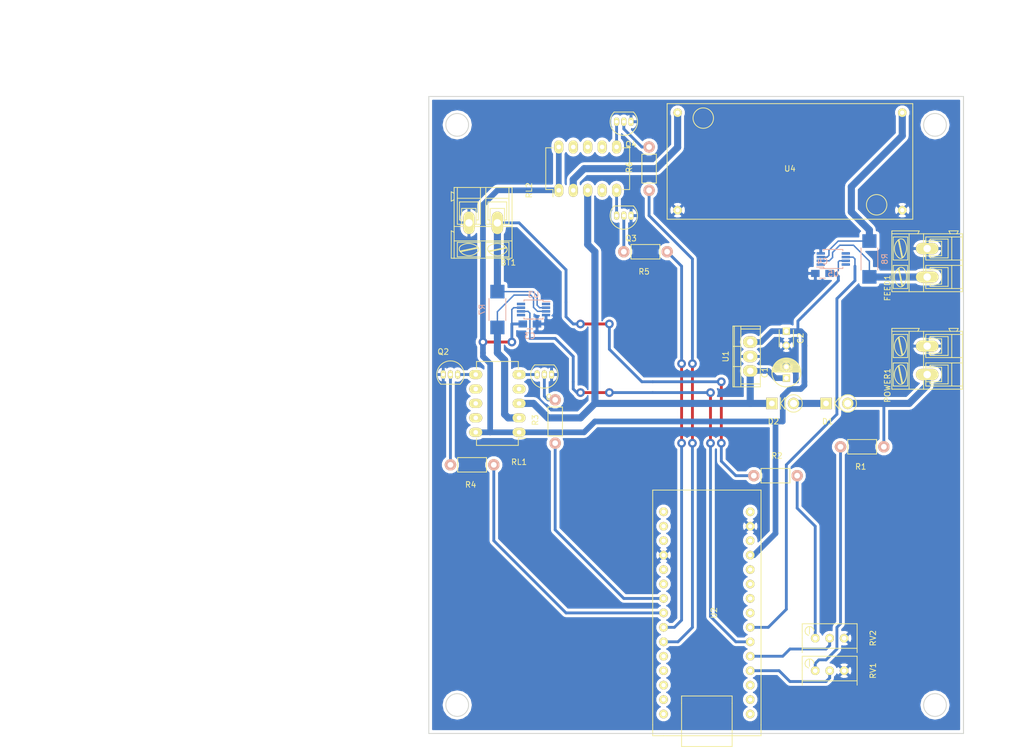
<source format=kicad_pcb>
(kicad_pcb (version 4) (host pcbnew 4.0.2-stable)

  (general
    (links 64)
    (no_connects 4)
    (area 131.924999 39.924999 226.075001 152.075001)
    (thickness 1.6)
    (drawings 235)
    (tracks 227)
    (zones 0)
    (modules 30)
    (nets 62)
  )

  (page A4)
  (layers
    (0 F.Cu signal)
    (31 B.Cu signal)
    (33 F.Adhes user)
    (35 F.Paste user)
    (37 F.SilkS user)
    (39 F.Mask user)
    (40 Dwgs.User user)
    (41 Cmts.User user)
    (42 Eco1.User user)
    (43 Eco2.User user)
    (44 Edge.Cuts user)
    (45 Margin user)
    (47 F.CrtYd user)
    (49 F.Fab user)
  )

  (setup
    (last_trace_width 0.5)
    (user_trace_width 0.25)
    (user_trace_width 0.5)
    (user_trace_width 0.75)
    (user_trace_width 1)
    (user_trace_width 1.25)
    (user_trace_width 1.5)
    (trace_clearance 0.2)
    (zone_clearance 0.508)
    (zone_45_only no)
    (trace_min 0.2)
    (segment_width 0.2)
    (edge_width 0.15)
    (via_size 0.6)
    (via_drill 0.4)
    (via_min_size 0.4)
    (via_min_drill 0.3)
    (user_via 1.524 0.762)
    (uvia_size 0.3)
    (uvia_drill 0.1)
    (uvias_allowed no)
    (uvia_min_size 0.2)
    (uvia_min_drill 0.1)
    (pcb_text_width 0.3)
    (pcb_text_size 1.5 1.5)
    (mod_edge_width 0.15)
    (mod_text_size 1 1)
    (mod_text_width 0.15)
    (pad_size 1.524 1.524)
    (pad_drill 0.762)
    (pad_to_mask_clearance 0.2)
    (aux_axis_origin 132 40)
    (grid_origin 132 40)
    (visible_elements FFFFFF7F)
    (pcbplotparams
      (layerselection 0x00030_80000001)
      (usegerberextensions false)
      (excludeedgelayer true)
      (linewidth 0.100000)
      (plotframeref false)
      (viasonmask false)
      (mode 1)
      (useauxorigin false)
      (hpglpennumber 1)
      (hpglpenspeed 20)
      (hpglpendiameter 15)
      (hpglpenoverlay 2)
      (psnegative false)
      (psa4output false)
      (plotreference true)
      (plotvalue true)
      (plotinvisibletext false)
      (padsonsilk false)
      (subtractmaskfromsilk false)
      (outputformat 1)
      (mirror false)
      (drillshape 1)
      (scaleselection 1)
      (outputdirectory ""))
  )

  (net 0 "")
  (net 1 VCC)
  (net 2 GNDREF)
  (net 3 +5V)
  (net 4 +15V)
  (net 5 "Net-(D1-Pad1)")
  (net 6 +BATT)
  (net 7 "Net-(Q1-Pad2)")
  (net 8 "Net-(Q1-Pad3)")
  (net 9 "Net-(Q2-Pad2)")
  (net 10 "Net-(Q2-Pad3)")
  (net 11 "Net-(Q3-Pad2)")
  (net 12 "Net-(Q3-Pad3)")
  (net 13 "Net-(Q4-Pad2)")
  (net 14 "Net-(Q4-Pad3)")
  (net 15 "Net-(R1-Pad2)")
  (net 16 "Net-(R2-Pad2)")
  (net 17 /BATT_ON)
  (net 18 /BATT_OFF)
  (net 19 "Net-(RL1-Pad4)")
  (net 20 "Net-(RL1-Pad7)")
  (net 21 "Net-(RL1-Pad8)")
  (net 22 "Net-(RL1-Pad9)")
  (net 23 "Net-(RL2-Pad4)")
  (net 24 "Net-(RL2-Pad7)")
  (net 25 "Net-(RL2-Pad8)")
  (net 26 "Net-(RL2-Pad9)")
  (net 27 "Net-(U2-Pad1)")
  (net 28 "Net-(U2-Pad2)")
  (net 29 "Net-(U2-Pad3)")
  (net 30 "Net-(U2-Pad5)")
  (net 31 "Net-(U2-Pad6)")
  (net 32 "Net-(U2-Pad13)")
  (net 33 "Net-(U2-Pad14)")
  (net 34 "Net-(U2-Pad15)")
  (net 35 "Net-(U2-Pad16)")
  (net 36 "Net-(U2-Pad17)")
  (net 37 "Net-(U2-Pad18)")
  (net 38 "Net-(U2-Pad23)")
  (net 39 "Net-(U2-Pad24)")
  (net 40 "Net-(U2-Pad25)")
  (net 41 "Net-(U2-Pad26)")
  (net 42 "Net-(U2-Pad28)")
  (net 43 "Net-(U2-Pad30)")
  (net 44 "Net-(FEED1-Pad1)")
  (net 45 /LOAD1_ON)
  (net 46 /LOAD1_OFF)
  (net 47 "Net-(R7-Pad2)")
  (net 48 "Net-(R8-Pad2)")
  (net 49 "Net-(RL2-Pad2)")
  (net 50 /V_IN)
  (net 51 /V_BATT)
  (net 52 "Net-(U2-Pad11)")
  (net 53 "Net-(U2-Pad12)")
  (net 54 /I_BATT)
  (net 55 /I_OUT)
  (net 56 "Net-(U3-Pad1)")
  (net 57 "Net-(U3-Pad5)")
  (net 58 "Net-(U3-Pad8)")
  (net 59 "Net-(U5-Pad1)")
  (net 60 "Net-(U5-Pad5)")
  (net 61 "Net-(U5-Pad8)")

  (net_class Default "This is the default net class."
    (clearance 0.2)
    (trace_width 0.25)
    (via_dia 0.6)
    (via_drill 0.4)
    (uvia_dia 0.3)
    (uvia_drill 0.1)
    (add_net +15V)
    (add_net +5V)
    (add_net +BATT)
    (add_net /BATT_OFF)
    (add_net /BATT_ON)
    (add_net /I_BATT)
    (add_net /I_OUT)
    (add_net /LOAD1_OFF)
    (add_net /LOAD1_ON)
    (add_net /V_BATT)
    (add_net /V_IN)
    (add_net GNDREF)
    (add_net "Net-(D1-Pad1)")
    (add_net "Net-(FEED1-Pad1)")
    (add_net "Net-(Q1-Pad2)")
    (add_net "Net-(Q1-Pad3)")
    (add_net "Net-(Q2-Pad2)")
    (add_net "Net-(Q2-Pad3)")
    (add_net "Net-(Q3-Pad2)")
    (add_net "Net-(Q3-Pad3)")
    (add_net "Net-(Q4-Pad2)")
    (add_net "Net-(Q4-Pad3)")
    (add_net "Net-(R1-Pad2)")
    (add_net "Net-(R2-Pad2)")
    (add_net "Net-(R7-Pad2)")
    (add_net "Net-(R8-Pad2)")
    (add_net "Net-(RL1-Pad4)")
    (add_net "Net-(RL1-Pad7)")
    (add_net "Net-(RL1-Pad8)")
    (add_net "Net-(RL1-Pad9)")
    (add_net "Net-(RL2-Pad2)")
    (add_net "Net-(RL2-Pad4)")
    (add_net "Net-(RL2-Pad7)")
    (add_net "Net-(RL2-Pad8)")
    (add_net "Net-(RL2-Pad9)")
    (add_net "Net-(U2-Pad1)")
    (add_net "Net-(U2-Pad11)")
    (add_net "Net-(U2-Pad12)")
    (add_net "Net-(U2-Pad13)")
    (add_net "Net-(U2-Pad14)")
    (add_net "Net-(U2-Pad15)")
    (add_net "Net-(U2-Pad16)")
    (add_net "Net-(U2-Pad17)")
    (add_net "Net-(U2-Pad18)")
    (add_net "Net-(U2-Pad2)")
    (add_net "Net-(U2-Pad23)")
    (add_net "Net-(U2-Pad24)")
    (add_net "Net-(U2-Pad25)")
    (add_net "Net-(U2-Pad26)")
    (add_net "Net-(U2-Pad28)")
    (add_net "Net-(U2-Pad3)")
    (add_net "Net-(U2-Pad30)")
    (add_net "Net-(U2-Pad5)")
    (add_net "Net-(U2-Pad6)")
    (add_net "Net-(U3-Pad1)")
    (add_net "Net-(U3-Pad5)")
    (add_net "Net-(U3-Pad8)")
    (add_net "Net-(U5-Pad1)")
    (add_net "Net-(U5-Pad5)")
    (add_net "Net-(U5-Pad8)")
    (add_net VCC)
  )

  (module TO_SOT_Packages_THT:TO-92_Inline_Narrow_Oval (layer F.Cu) (tedit 54F24281) (tstamp 5716021F)
    (at 153.59 88.895 180)
    (descr "TO-92 leads in-line, narrow, oval pads, drill 0.6mm (see NXP sot054_po.pdf)")
    (tags "to-92 sc-43 sc-43a sot54 PA33 transistor")
    (path /5715DC19)
    (fp_text reference Q1 (at 0 -4 180) (layer F.SilkS)
      (effects (font (size 1 1) (thickness 0.15)))
    )
    (fp_text value Q_NPN_EBC (at 0 3 180) (layer F.Fab)
      (effects (font (size 1 1) (thickness 0.15)))
    )
    (fp_line (start -1.4 1.95) (end -1.4 -2.65) (layer F.CrtYd) (width 0.05))
    (fp_line (start -1.4 1.95) (end 3.95 1.95) (layer F.CrtYd) (width 0.05))
    (fp_line (start -0.43 1.7) (end 2.97 1.7) (layer F.SilkS) (width 0.15))
    (fp_arc (start 1.27 0) (end 1.27 -2.4) (angle -135) (layer F.SilkS) (width 0.15))
    (fp_arc (start 1.27 0) (end 1.27 -2.4) (angle 135) (layer F.SilkS) (width 0.15))
    (fp_line (start -1.4 -2.65) (end 3.95 -2.65) (layer F.CrtYd) (width 0.05))
    (fp_line (start 3.95 1.95) (end 3.95 -2.65) (layer F.CrtYd) (width 0.05))
    (pad 2 thru_hole oval (at 1.27 0) (size 0.89916 1.50114) (drill 0.6) (layers *.Cu *.Mask F.SilkS)
      (net 7 "Net-(Q1-Pad2)"))
    (pad 3 thru_hole oval (at 2.54 0) (size 0.89916 1.50114) (drill 0.6) (layers *.Cu *.Mask F.SilkS)
      (net 8 "Net-(Q1-Pad3)"))
    (pad 1 thru_hole oval (at 0 0) (size 0.89916 1.50114) (drill 0.6) (layers *.Cu *.Mask F.SilkS)
      (net 2 GNDREF))
    (model TO_SOT_Packages_THT.3dshapes/TO-92_Inline_Narrow_Oval.wrl
      (at (xyz 0.05 0 0))
      (scale (xyz 1 1 1))
      (rotate (xyz 0 0 -90))
    )
  )

  (module TO_SOT_Packages_THT:TO-92_Inline_Narrow_Oval (layer F.Cu) (tedit 54F24281) (tstamp 57160226)
    (at 134.54 88.895)
    (descr "TO-92 leads in-line, narrow, oval pads, drill 0.6mm (see NXP sot054_po.pdf)")
    (tags "to-92 sc-43 sc-43a sot54 PA33 transistor")
    (path /5715DC64)
    (fp_text reference Q2 (at 0 -4) (layer F.SilkS)
      (effects (font (size 1 1) (thickness 0.15)))
    )
    (fp_text value Q_NPN_EBC (at 0 3) (layer F.Fab)
      (effects (font (size 1 1) (thickness 0.15)))
    )
    (fp_line (start -1.4 1.95) (end -1.4 -2.65) (layer F.CrtYd) (width 0.05))
    (fp_line (start -1.4 1.95) (end 3.95 1.95) (layer F.CrtYd) (width 0.05))
    (fp_line (start -0.43 1.7) (end 2.97 1.7) (layer F.SilkS) (width 0.15))
    (fp_arc (start 1.27 0) (end 1.27 -2.4) (angle -135) (layer F.SilkS) (width 0.15))
    (fp_arc (start 1.27 0) (end 1.27 -2.4) (angle 135) (layer F.SilkS) (width 0.15))
    (fp_line (start -1.4 -2.65) (end 3.95 -2.65) (layer F.CrtYd) (width 0.05))
    (fp_line (start 3.95 1.95) (end 3.95 -2.65) (layer F.CrtYd) (width 0.05))
    (pad 2 thru_hole oval (at 1.27 0 180) (size 0.89916 1.50114) (drill 0.6) (layers *.Cu *.Mask F.SilkS)
      (net 9 "Net-(Q2-Pad2)"))
    (pad 3 thru_hole oval (at 2.54 0 180) (size 0.89916 1.50114) (drill 0.6) (layers *.Cu *.Mask F.SilkS)
      (net 10 "Net-(Q2-Pad3)"))
    (pad 1 thru_hole oval (at 0 0 180) (size 0.89916 1.50114) (drill 0.6) (layers *.Cu *.Mask F.SilkS)
      (net 2 GNDREF))
    (model TO_SOT_Packages_THT.3dshapes/TO-92_Inline_Narrow_Oval.wrl
      (at (xyz 0.05 0 0))
      (scale (xyz 1 1 1))
      (rotate (xyz 0 0 -90))
    )
  )

  (module TO_SOT_Packages_THT:TO-92_Inline_Narrow_Oval (layer F.Cu) (tedit 54F24281) (tstamp 5716022D)
    (at 167.56 60.955 180)
    (descr "TO-92 leads in-line, narrow, oval pads, drill 0.6mm (see NXP sot054_po.pdf)")
    (tags "to-92 sc-43 sc-43a sot54 PA33 transistor")
    (path /57160E07)
    (fp_text reference Q3 (at 0 -4 180) (layer F.SilkS)
      (effects (font (size 1 1) (thickness 0.15)))
    )
    (fp_text value Q_NPN_EBC (at 0 3 180) (layer F.Fab)
      (effects (font (size 1 1) (thickness 0.15)))
    )
    (fp_line (start -1.4 1.95) (end -1.4 -2.65) (layer F.CrtYd) (width 0.05))
    (fp_line (start -1.4 1.95) (end 3.95 1.95) (layer F.CrtYd) (width 0.05))
    (fp_line (start -0.43 1.7) (end 2.97 1.7) (layer F.SilkS) (width 0.15))
    (fp_arc (start 1.27 0) (end 1.27 -2.4) (angle -135) (layer F.SilkS) (width 0.15))
    (fp_arc (start 1.27 0) (end 1.27 -2.4) (angle 135) (layer F.SilkS) (width 0.15))
    (fp_line (start -1.4 -2.65) (end 3.95 -2.65) (layer F.CrtYd) (width 0.05))
    (fp_line (start 3.95 1.95) (end 3.95 -2.65) (layer F.CrtYd) (width 0.05))
    (pad 2 thru_hole oval (at 1.27 0) (size 0.89916 1.50114) (drill 0.6) (layers *.Cu *.Mask F.SilkS)
      (net 11 "Net-(Q3-Pad2)"))
    (pad 3 thru_hole oval (at 2.54 0) (size 0.89916 1.50114) (drill 0.6) (layers *.Cu *.Mask F.SilkS)
      (net 12 "Net-(Q3-Pad3)"))
    (pad 1 thru_hole oval (at 0 0) (size 0.89916 1.50114) (drill 0.6) (layers *.Cu *.Mask F.SilkS)
      (net 2 GNDREF))
    (model TO_SOT_Packages_THT.3dshapes/TO-92_Inline_Narrow_Oval.wrl
      (at (xyz 0.05 0 0))
      (scale (xyz 1 1 1))
      (rotate (xyz 0 0 -90))
    )
  )

  (module TO_SOT_Packages_THT:TO-92_Inline_Narrow_Oval (layer F.Cu) (tedit 54F24281) (tstamp 57160234)
    (at 167.56 44.445 180)
    (descr "TO-92 leads in-line, narrow, oval pads, drill 0.6mm (see NXP sot054_po.pdf)")
    (tags "to-92 sc-43 sc-43a sot54 PA33 transistor")
    (path /57160E0D)
    (fp_text reference Q4 (at 0 -4 180) (layer F.SilkS)
      (effects (font (size 1 1) (thickness 0.15)))
    )
    (fp_text value Q_NPN_EBC (at 0 3 180) (layer F.Fab)
      (effects (font (size 1 1) (thickness 0.15)))
    )
    (fp_line (start -1.4 1.95) (end -1.4 -2.65) (layer F.CrtYd) (width 0.05))
    (fp_line (start -1.4 1.95) (end 3.95 1.95) (layer F.CrtYd) (width 0.05))
    (fp_line (start -0.43 1.7) (end 2.97 1.7) (layer F.SilkS) (width 0.15))
    (fp_arc (start 1.27 0) (end 1.27 -2.4) (angle -135) (layer F.SilkS) (width 0.15))
    (fp_arc (start 1.27 0) (end 1.27 -2.4) (angle 135) (layer F.SilkS) (width 0.15))
    (fp_line (start -1.4 -2.65) (end 3.95 -2.65) (layer F.CrtYd) (width 0.05))
    (fp_line (start 3.95 1.95) (end 3.95 -2.65) (layer F.CrtYd) (width 0.05))
    (pad 2 thru_hole oval (at 1.27 0) (size 0.89916 1.50114) (drill 0.6) (layers *.Cu *.Mask F.SilkS)
      (net 13 "Net-(Q4-Pad2)"))
    (pad 3 thru_hole oval (at 2.54 0) (size 0.89916 1.50114) (drill 0.6) (layers *.Cu *.Mask F.SilkS)
      (net 14 "Net-(Q4-Pad3)"))
    (pad 1 thru_hole oval (at 0 0) (size 0.89916 1.50114) (drill 0.6) (layers *.Cu *.Mask F.SilkS)
      (net 2 GNDREF))
    (model TO_SOT_Packages_THT.3dshapes/TO-92_Inline_Narrow_Oval.wrl
      (at (xyz 0.05 0 0))
      (scale (xyz 1 1 1))
      (rotate (xyz 0 0 -90))
    )
  )

  (module Resistors_ThroughHole:Resistor_Horizontal_RM7mm (layer F.Cu) (tedit 569FCF07) (tstamp 5716023A)
    (at 212.01 101.595 180)
    (descr "Resistor, Axial,  RM 7.62mm, 1/3W,")
    (tags "Resistor Axial RM 7.62mm 1/3W R3")
    (path /56FF9EF7)
    (fp_text reference R1 (at 4.05892 -3.50012 180) (layer F.SilkS)
      (effects (font (size 1 1) (thickness 0.15)))
    )
    (fp_text value 5.6K (at 3.81 3.81 180) (layer F.Fab)
      (effects (font (size 1 1) (thickness 0.15)))
    )
    (fp_line (start -1.25 -1.5) (end 8.85 -1.5) (layer F.CrtYd) (width 0.05))
    (fp_line (start -1.25 1.5) (end -1.25 -1.5) (layer F.CrtYd) (width 0.05))
    (fp_line (start 8.85 -1.5) (end 8.85 1.5) (layer F.CrtYd) (width 0.05))
    (fp_line (start -1.25 1.5) (end 8.85 1.5) (layer F.CrtYd) (width 0.05))
    (fp_line (start 1.27 -1.27) (end 6.35 -1.27) (layer F.SilkS) (width 0.15))
    (fp_line (start 6.35 -1.27) (end 6.35 1.27) (layer F.SilkS) (width 0.15))
    (fp_line (start 6.35 1.27) (end 1.27 1.27) (layer F.SilkS) (width 0.15))
    (fp_line (start 1.27 1.27) (end 1.27 -1.27) (layer F.SilkS) (width 0.15))
    (pad 1 thru_hole circle (at 0 0 180) (size 1.99898 1.99898) (drill 1.00076) (layers *.Cu *.SilkS *.Mask)
      (net 4 +15V))
    (pad 2 thru_hole circle (at 7.62 0 180) (size 1.99898 1.99898) (drill 1.00076) (layers *.Cu *.SilkS *.Mask)
      (net 15 "Net-(R1-Pad2)"))
  )

  (module Resistors_ThroughHole:Resistor_Horizontal_RM7mm (layer F.Cu) (tedit 569FCF07) (tstamp 57160240)
    (at 189.15 106.675)
    (descr "Resistor, Axial,  RM 7.62mm, 1/3W,")
    (tags "Resistor Axial RM 7.62mm 1/3W R3")
    (path /56FF9F26)
    (fp_text reference R2 (at 4.05892 -3.50012) (layer F.SilkS)
      (effects (font (size 1 1) (thickness 0.15)))
    )
    (fp_text value 5.6K (at 3.81 3.81) (layer F.Fab)
      (effects (font (size 1 1) (thickness 0.15)))
    )
    (fp_line (start -1.25 -1.5) (end 8.85 -1.5) (layer F.CrtYd) (width 0.05))
    (fp_line (start -1.25 1.5) (end -1.25 -1.5) (layer F.CrtYd) (width 0.05))
    (fp_line (start 8.85 -1.5) (end 8.85 1.5) (layer F.CrtYd) (width 0.05))
    (fp_line (start -1.25 1.5) (end 8.85 1.5) (layer F.CrtYd) (width 0.05))
    (fp_line (start 1.27 -1.27) (end 6.35 -1.27) (layer F.SilkS) (width 0.15))
    (fp_line (start 6.35 -1.27) (end 6.35 1.27) (layer F.SilkS) (width 0.15))
    (fp_line (start 6.35 1.27) (end 1.27 1.27) (layer F.SilkS) (width 0.15))
    (fp_line (start 1.27 1.27) (end 1.27 -1.27) (layer F.SilkS) (width 0.15))
    (pad 1 thru_hole circle (at 0 0) (size 1.99898 1.99898) (drill 1.00076) (layers *.Cu *.SilkS *.Mask)
      (net 6 +BATT))
    (pad 2 thru_hole circle (at 7.62 0) (size 1.99898 1.99898) (drill 1.00076) (layers *.Cu *.SilkS *.Mask)
      (net 16 "Net-(R2-Pad2)"))
  )

  (module Resistors_ThroughHole:Resistor_Horizontal_RM7mm (layer F.Cu) (tedit 569FCF07) (tstamp 57160246)
    (at 154.225 100.96 90)
    (descr "Resistor, Axial,  RM 7.62mm, 1/3W,")
    (tags "Resistor Axial RM 7.62mm 1/3W R3")
    (path /5715EB52)
    (fp_text reference R3 (at 4.05892 -3.50012 90) (layer F.SilkS)
      (effects (font (size 1 1) (thickness 0.15)))
    )
    (fp_text value R (at 3.81 3.81 90) (layer F.Fab)
      (effects (font (size 1 1) (thickness 0.15)))
    )
    (fp_line (start -1.25 -1.5) (end 8.85 -1.5) (layer F.CrtYd) (width 0.05))
    (fp_line (start -1.25 1.5) (end -1.25 -1.5) (layer F.CrtYd) (width 0.05))
    (fp_line (start 8.85 -1.5) (end 8.85 1.5) (layer F.CrtYd) (width 0.05))
    (fp_line (start -1.25 1.5) (end 8.85 1.5) (layer F.CrtYd) (width 0.05))
    (fp_line (start 1.27 -1.27) (end 6.35 -1.27) (layer F.SilkS) (width 0.15))
    (fp_line (start 6.35 -1.27) (end 6.35 1.27) (layer F.SilkS) (width 0.15))
    (fp_line (start 6.35 1.27) (end 1.27 1.27) (layer F.SilkS) (width 0.15))
    (fp_line (start 1.27 1.27) (end 1.27 -1.27) (layer F.SilkS) (width 0.15))
    (pad 1 thru_hole circle (at 0 0 90) (size 1.99898 1.99898) (drill 1.00076) (layers *.Cu *.SilkS *.Mask)
      (net 17 /BATT_ON))
    (pad 2 thru_hole circle (at 7.62 0 90) (size 1.99898 1.99898) (drill 1.00076) (layers *.Cu *.SilkS *.Mask)
      (net 7 "Net-(Q1-Pad2)"))
  )

  (module Resistors_ThroughHole:Resistor_Horizontal_RM7mm (layer F.Cu) (tedit 569FCF07) (tstamp 5716024C)
    (at 143.43 104.77 180)
    (descr "Resistor, Axial,  RM 7.62mm, 1/3W,")
    (tags "Resistor Axial RM 7.62mm 1/3W R3")
    (path /5715EBDB)
    (fp_text reference R4 (at 4.05892 -3.50012 180) (layer F.SilkS)
      (effects (font (size 1 1) (thickness 0.15)))
    )
    (fp_text value R (at 3.81 3.81 180) (layer F.Fab)
      (effects (font (size 1 1) (thickness 0.15)))
    )
    (fp_line (start -1.25 -1.5) (end 8.85 -1.5) (layer F.CrtYd) (width 0.05))
    (fp_line (start -1.25 1.5) (end -1.25 -1.5) (layer F.CrtYd) (width 0.05))
    (fp_line (start 8.85 -1.5) (end 8.85 1.5) (layer F.CrtYd) (width 0.05))
    (fp_line (start -1.25 1.5) (end 8.85 1.5) (layer F.CrtYd) (width 0.05))
    (fp_line (start 1.27 -1.27) (end 6.35 -1.27) (layer F.SilkS) (width 0.15))
    (fp_line (start 6.35 -1.27) (end 6.35 1.27) (layer F.SilkS) (width 0.15))
    (fp_line (start 6.35 1.27) (end 1.27 1.27) (layer F.SilkS) (width 0.15))
    (fp_line (start 1.27 1.27) (end 1.27 -1.27) (layer F.SilkS) (width 0.15))
    (pad 1 thru_hole circle (at 0 0 180) (size 1.99898 1.99898) (drill 1.00076) (layers *.Cu *.SilkS *.Mask)
      (net 18 /BATT_OFF))
    (pad 2 thru_hole circle (at 7.62 0 180) (size 1.99898 1.99898) (drill 1.00076) (layers *.Cu *.SilkS *.Mask)
      (net 9 "Net-(Q2-Pad2)"))
  )

  (module Resistors_ThroughHole:Resistor_Horizontal_RM7mm (layer F.Cu) (tedit 569FCF07) (tstamp 57160252)
    (at 173.91 67.305 180)
    (descr "Resistor, Axial,  RM 7.62mm, 1/3W,")
    (tags "Resistor Axial RM 7.62mm 1/3W R3")
    (path /57160E57)
    (fp_text reference R5 (at 4.05892 -3.50012 180) (layer F.SilkS)
      (effects (font (size 1 1) (thickness 0.15)))
    )
    (fp_text value R (at 3.81 3.81 180) (layer F.Fab)
      (effects (font (size 1 1) (thickness 0.15)))
    )
    (fp_line (start -1.25 -1.5) (end 8.85 -1.5) (layer F.CrtYd) (width 0.05))
    (fp_line (start -1.25 1.5) (end -1.25 -1.5) (layer F.CrtYd) (width 0.05))
    (fp_line (start 8.85 -1.5) (end 8.85 1.5) (layer F.CrtYd) (width 0.05))
    (fp_line (start -1.25 1.5) (end 8.85 1.5) (layer F.CrtYd) (width 0.05))
    (fp_line (start 1.27 -1.27) (end 6.35 -1.27) (layer F.SilkS) (width 0.15))
    (fp_line (start 6.35 -1.27) (end 6.35 1.27) (layer F.SilkS) (width 0.15))
    (fp_line (start 6.35 1.27) (end 1.27 1.27) (layer F.SilkS) (width 0.15))
    (fp_line (start 1.27 1.27) (end 1.27 -1.27) (layer F.SilkS) (width 0.15))
    (pad 1 thru_hole circle (at 0 0 180) (size 1.99898 1.99898) (drill 1.00076) (layers *.Cu *.SilkS *.Mask)
      (net 45 /LOAD1_ON))
    (pad 2 thru_hole circle (at 7.62 0 180) (size 1.99898 1.99898) (drill 1.00076) (layers *.Cu *.SilkS *.Mask)
      (net 11 "Net-(Q3-Pad2)"))
  )

  (module Resistors_ThroughHole:Resistor_Horizontal_RM7mm (layer F.Cu) (tedit 569FCF07) (tstamp 57160258)
    (at 170.735 56.51 90)
    (descr "Resistor, Axial,  RM 7.62mm, 1/3W,")
    (tags "Resistor Axial RM 7.62mm 1/3W R3")
    (path /57160E5D)
    (fp_text reference R6 (at 4.05892 -3.50012 90) (layer F.SilkS)
      (effects (font (size 1 1) (thickness 0.15)))
    )
    (fp_text value R (at 3.81 3.81 90) (layer F.Fab)
      (effects (font (size 1 1) (thickness 0.15)))
    )
    (fp_line (start -1.25 -1.5) (end 8.85 -1.5) (layer F.CrtYd) (width 0.05))
    (fp_line (start -1.25 1.5) (end -1.25 -1.5) (layer F.CrtYd) (width 0.05))
    (fp_line (start 8.85 -1.5) (end 8.85 1.5) (layer F.CrtYd) (width 0.05))
    (fp_line (start -1.25 1.5) (end 8.85 1.5) (layer F.CrtYd) (width 0.05))
    (fp_line (start 1.27 -1.27) (end 6.35 -1.27) (layer F.SilkS) (width 0.15))
    (fp_line (start 6.35 -1.27) (end 6.35 1.27) (layer F.SilkS) (width 0.15))
    (fp_line (start 6.35 1.27) (end 1.27 1.27) (layer F.SilkS) (width 0.15))
    (fp_line (start 1.27 1.27) (end 1.27 -1.27) (layer F.SilkS) (width 0.15))
    (pad 1 thru_hole circle (at 0 0 90) (size 1.99898 1.99898) (drill 1.00076) (layers *.Cu *.SilkS *.Mask)
      (net 46 /LOAD1_OFF))
    (pad 2 thru_hole circle (at 7.62 0 90) (size 1.99898 1.99898) (drill 1.00076) (layers *.Cu *.SilkS *.Mask)
      (net 13 "Net-(Q4-Pad2)"))
  )

  (module Housings_DIP:DIP-10_W7.62mm_LongPads (layer F.Cu) (tedit 54130A77) (tstamp 57160266)
    (at 147.875 99.055 180)
    (descr "10-lead dip package, row spacing 7.62 mm (300 mils), longer pads")
    (tags "dil dip 2.54 300")
    (path /5714E4B4)
    (fp_text reference RL1 (at 0 -5.22 180) (layer F.SilkS)
      (effects (font (size 1 1) (thickness 0.15)))
    )
    (fp_text value AZ850P2-x (at 0 -3.72 180) (layer F.Fab)
      (effects (font (size 1 1) (thickness 0.15)))
    )
    (fp_line (start -1.4 -2.45) (end -1.4 12.65) (layer F.CrtYd) (width 0.05))
    (fp_line (start 9 -2.45) (end 9 12.65) (layer F.CrtYd) (width 0.05))
    (fp_line (start -1.4 -2.45) (end 9 -2.45) (layer F.CrtYd) (width 0.05))
    (fp_line (start -1.4 12.65) (end 9 12.65) (layer F.CrtYd) (width 0.05))
    (fp_line (start 0.135 -2.295) (end 0.135 -1.025) (layer F.SilkS) (width 0.15))
    (fp_line (start 7.485 -2.295) (end 7.485 -1.025) (layer F.SilkS) (width 0.15))
    (fp_line (start 7.485 12.455) (end 7.485 11.185) (layer F.SilkS) (width 0.15))
    (fp_line (start 0.135 12.455) (end 0.135 11.185) (layer F.SilkS) (width 0.15))
    (fp_line (start 0.135 -2.295) (end 7.485 -2.295) (layer F.SilkS) (width 0.15))
    (fp_line (start 0.135 12.455) (end 7.485 12.455) (layer F.SilkS) (width 0.15))
    (fp_line (start 0.135 -1.025) (end -1.15 -1.025) (layer F.SilkS) (width 0.15))
    (pad 1 thru_hole oval (at 0 0 180) (size 2.3 1.6) (drill 0.8) (layers *.Cu *.Mask F.SilkS)
      (net 3 +5V))
    (pad 2 thru_hole oval (at 0 2.54 180) (size 2.3 1.6) (drill 0.8) (layers *.Cu *.Mask F.SilkS)
      (net 47 "Net-(R7-Pad2)"))
    (pad 3 thru_hole oval (at 0 5.08 180) (size 2.3 1.6) (drill 0.8) (layers *.Cu *.Mask F.SilkS)
      (net 1 VCC))
    (pad 4 thru_hole oval (at 0 7.62 180) (size 2.3 1.6) (drill 0.8) (layers *.Cu *.Mask F.SilkS)
      (net 19 "Net-(RL1-Pad4)"))
    (pad 5 thru_hole oval (at 0 10.16 180) (size 2.3 1.6) (drill 0.8) (layers *.Cu *.Mask F.SilkS)
      (net 8 "Net-(Q1-Pad3)"))
    (pad 6 thru_hole oval (at 7.62 10.16 180) (size 2.3 1.6) (drill 0.8) (layers *.Cu *.Mask F.SilkS)
      (net 10 "Net-(Q2-Pad3)"))
    (pad 7 thru_hole oval (at 7.62 7.62 180) (size 2.3 1.6) (drill 0.8) (layers *.Cu *.Mask F.SilkS)
      (net 20 "Net-(RL1-Pad7)"))
    (pad 8 thru_hole oval (at 7.62 5.08 180) (size 2.3 1.6) (drill 0.8) (layers *.Cu *.Mask F.SilkS)
      (net 21 "Net-(RL1-Pad8)"))
    (pad 9 thru_hole oval (at 7.62 2.54 180) (size 2.3 1.6) (drill 0.8) (layers *.Cu *.Mask F.SilkS)
      (net 22 "Net-(RL1-Pad9)"))
    (pad 10 thru_hole oval (at 7.62 0 180) (size 2.3 1.6) (drill 0.8) (layers *.Cu *.Mask F.SilkS)
      (net 3 +5V))
    (model Housings_DIP.3dshapes/DIP-10_W7.62mm_LongPads.wrl
      (at (xyz 0 0 0))
      (scale (xyz 1 1 1))
      (rotate (xyz 0 0 0))
    )
  )

  (module Housings_DIP:DIP-10_W7.62mm_LongPads (layer F.Cu) (tedit 54130A77) (tstamp 57160274)
    (at 154.86 56.51 90)
    (descr "10-lead dip package, row spacing 7.62 mm (300 mils), longer pads")
    (tags "dil dip 2.54 300")
    (path /57160E01)
    (fp_text reference RL2 (at 0 -5.22 90) (layer F.SilkS)
      (effects (font (size 1 1) (thickness 0.15)))
    )
    (fp_text value AZ850P2-x (at 0 -3.72 90) (layer F.Fab)
      (effects (font (size 1 1) (thickness 0.15)))
    )
    (fp_line (start -1.4 -2.45) (end -1.4 12.65) (layer F.CrtYd) (width 0.05))
    (fp_line (start 9 -2.45) (end 9 12.65) (layer F.CrtYd) (width 0.05))
    (fp_line (start -1.4 -2.45) (end 9 -2.45) (layer F.CrtYd) (width 0.05))
    (fp_line (start -1.4 12.65) (end 9 12.65) (layer F.CrtYd) (width 0.05))
    (fp_line (start 0.135 -2.295) (end 0.135 -1.025) (layer F.SilkS) (width 0.15))
    (fp_line (start 7.485 -2.295) (end 7.485 -1.025) (layer F.SilkS) (width 0.15))
    (fp_line (start 7.485 12.455) (end 7.485 11.185) (layer F.SilkS) (width 0.15))
    (fp_line (start 0.135 12.455) (end 0.135 11.185) (layer F.SilkS) (width 0.15))
    (fp_line (start 0.135 -2.295) (end 7.485 -2.295) (layer F.SilkS) (width 0.15))
    (fp_line (start 0.135 12.455) (end 7.485 12.455) (layer F.SilkS) (width 0.15))
    (fp_line (start 0.135 -1.025) (end -1.15 -1.025) (layer F.SilkS) (width 0.15))
    (pad 1 thru_hole oval (at 0 0 90) (size 2.3 1.6) (drill 0.8) (layers *.Cu *.Mask F.SilkS)
      (net 3 +5V))
    (pad 2 thru_hole oval (at 0 2.54 90) (size 2.3 1.6) (drill 0.8) (layers *.Cu *.Mask F.SilkS)
      (net 49 "Net-(RL2-Pad2)"))
    (pad 3 thru_hole oval (at 0 5.08 90) (size 2.3 1.6) (drill 0.8) (layers *.Cu *.Mask F.SilkS)
      (net 1 VCC))
    (pad 4 thru_hole oval (at 0 7.62 90) (size 2.3 1.6) (drill 0.8) (layers *.Cu *.Mask F.SilkS)
      (net 23 "Net-(RL2-Pad4)"))
    (pad 5 thru_hole oval (at 0 10.16 90) (size 2.3 1.6) (drill 0.8) (layers *.Cu *.Mask F.SilkS)
      (net 12 "Net-(Q3-Pad3)"))
    (pad 6 thru_hole oval (at 7.62 10.16 90) (size 2.3 1.6) (drill 0.8) (layers *.Cu *.Mask F.SilkS)
      (net 14 "Net-(Q4-Pad3)"))
    (pad 7 thru_hole oval (at 7.62 7.62 90) (size 2.3 1.6) (drill 0.8) (layers *.Cu *.Mask F.SilkS)
      (net 24 "Net-(RL2-Pad7)"))
    (pad 8 thru_hole oval (at 7.62 5.08 90) (size 2.3 1.6) (drill 0.8) (layers *.Cu *.Mask F.SilkS)
      (net 25 "Net-(RL2-Pad8)"))
    (pad 9 thru_hole oval (at 7.62 2.54 90) (size 2.3 1.6) (drill 0.8) (layers *.Cu *.Mask F.SilkS)
      (net 26 "Net-(RL2-Pad9)"))
    (pad 10 thru_hole oval (at 7.62 0 90) (size 2.3 1.6) (drill 0.8) (layers *.Cu *.Mask F.SilkS)
      (net 3 +5V))
    (model Housings_DIP.3dshapes/DIP-10_W7.62mm_LongPads.wrl
      (at (xyz 0 0 0))
      (scale (xyz 1 1 1))
      (rotate (xyz 0 0 0))
    )
  )

  (module Potentiometers:Potentiometer_Bourns_3296W_3-8Zoll_Inline_ScrewUp (layer F.Cu) (tedit 54130B3D) (tstamp 5716027B)
    (at 199.945 140.965 270)
    (descr "3296, 3/8, Square, Trimpot, Trimming, Potentiometer, Bourns")
    (tags "3296, 3/8, Square, Trimpot, Trimming, Potentiometer, Bourns")
    (path /56FF9F5D)
    (fp_text reference RV1 (at 0 -10.16 270) (layer F.SilkS)
      (effects (font (size 1 1) (thickness 0.15)))
    )
    (fp_text value 5K (at 1.27 5.08 270) (layer F.Fab)
      (effects (font (size 1 1) (thickness 0.15)))
    )
    (fp_line (start -2.032 1.016) (end -0.762 1.016) (layer F.SilkS) (width 0.15))
    (fp_line (start -1.2827 0.2286) (end -1.5367 0.2667) (layer F.SilkS) (width 0.15))
    (fp_line (start -1.5367 0.2667) (end -1.8161 0.4445) (layer F.SilkS) (width 0.15))
    (fp_line (start -1.8161 0.4445) (end -2.032 0.762) (layer F.SilkS) (width 0.15))
    (fp_line (start -2.032 0.762) (end -2.0447 1.2065) (layer F.SilkS) (width 0.15))
    (fp_line (start -2.0447 1.2065) (end -1.8415 1.5621) (layer F.SilkS) (width 0.15))
    (fp_line (start -1.8415 1.5621) (end -1.5494 1.7399) (layer F.SilkS) (width 0.15))
    (fp_line (start -1.5494 1.7399) (end -1.2319 1.7907) (layer F.SilkS) (width 0.15))
    (fp_line (start -1.2319 1.7907) (end -0.8255 1.6891) (layer F.SilkS) (width 0.15))
    (fp_line (start -0.8255 1.6891) (end -0.5715 1.3462) (layer F.SilkS) (width 0.15))
    (fp_line (start -0.5715 1.3462) (end -0.4826 1.1684) (layer F.SilkS) (width 0.15))
    (fp_line (start 1.778 -7.366) (end 1.778 2.286) (layer F.SilkS) (width 0.15))
    (fp_line (start -1.27 2.286) (end -2.54 2.286) (layer F.SilkS) (width 0.15))
    (fp_line (start -2.54 2.286) (end -2.54 -7.366) (layer F.SilkS) (width 0.15))
    (fp_line (start -2.54 -7.366) (end 2.54 -7.366) (layer F.SilkS) (width 0.15))
    (fp_line (start 2.54 2.286) (end 0 2.286) (layer F.SilkS) (width 0.15))
    (fp_line (start 0 2.286) (end -1.27 2.286) (layer F.SilkS) (width 0.15))
    (pad 2 thru_hole circle (at 0 -2.54 270) (size 1.524 1.524) (drill 0.8128) (layers *.Cu *.Mask F.SilkS)
      (net 50 /V_IN))
    (pad 3 thru_hole circle (at 0 -5.08 270) (size 1.524 1.524) (drill 0.8128) (layers *.Cu *.Mask F.SilkS)
      (net 2 GNDREF))
    (pad 1 thru_hole circle (at 0 0 270) (size 1.524 1.524) (drill 0.8128) (layers *.Cu *.Mask F.SilkS)
      (net 15 "Net-(R1-Pad2)"))
    (model Potentiometers.3dshapes/Potentiometer_Bourns_3296W_3-8Zoll_Inline_ScrewUp.wrl
      (at (xyz 0 0 0))
      (scale (xyz 1 1 1))
      (rotate (xyz 0 0 0))
    )
  )

  (module Potentiometers:Potentiometer_Bourns_3296W_3-8Zoll_Inline_ScrewUp (layer F.Cu) (tedit 54130B3D) (tstamp 57160282)
    (at 199.945 135.25 270)
    (descr "3296, 3/8, Square, Trimpot, Trimming, Potentiometer, Bourns")
    (tags "3296, 3/8, Square, Trimpot, Trimming, Potentiometer, Bourns")
    (path /56FF9FD6)
    (fp_text reference RV2 (at 0 -10.16 270) (layer F.SilkS)
      (effects (font (size 1 1) (thickness 0.15)))
    )
    (fp_text value 5K (at 1.27 5.08 270) (layer F.Fab)
      (effects (font (size 1 1) (thickness 0.15)))
    )
    (fp_line (start -2.032 1.016) (end -0.762 1.016) (layer F.SilkS) (width 0.15))
    (fp_line (start -1.2827 0.2286) (end -1.5367 0.2667) (layer F.SilkS) (width 0.15))
    (fp_line (start -1.5367 0.2667) (end -1.8161 0.4445) (layer F.SilkS) (width 0.15))
    (fp_line (start -1.8161 0.4445) (end -2.032 0.762) (layer F.SilkS) (width 0.15))
    (fp_line (start -2.032 0.762) (end -2.0447 1.2065) (layer F.SilkS) (width 0.15))
    (fp_line (start -2.0447 1.2065) (end -1.8415 1.5621) (layer F.SilkS) (width 0.15))
    (fp_line (start -1.8415 1.5621) (end -1.5494 1.7399) (layer F.SilkS) (width 0.15))
    (fp_line (start -1.5494 1.7399) (end -1.2319 1.7907) (layer F.SilkS) (width 0.15))
    (fp_line (start -1.2319 1.7907) (end -0.8255 1.6891) (layer F.SilkS) (width 0.15))
    (fp_line (start -0.8255 1.6891) (end -0.5715 1.3462) (layer F.SilkS) (width 0.15))
    (fp_line (start -0.5715 1.3462) (end -0.4826 1.1684) (layer F.SilkS) (width 0.15))
    (fp_line (start 1.778 -7.366) (end 1.778 2.286) (layer F.SilkS) (width 0.15))
    (fp_line (start -1.27 2.286) (end -2.54 2.286) (layer F.SilkS) (width 0.15))
    (fp_line (start -2.54 2.286) (end -2.54 -7.366) (layer F.SilkS) (width 0.15))
    (fp_line (start -2.54 -7.366) (end 2.54 -7.366) (layer F.SilkS) (width 0.15))
    (fp_line (start 2.54 2.286) (end 0 2.286) (layer F.SilkS) (width 0.15))
    (fp_line (start 0 2.286) (end -1.27 2.286) (layer F.SilkS) (width 0.15))
    (pad 2 thru_hole circle (at 0 -2.54 270) (size 1.524 1.524) (drill 0.8128) (layers *.Cu *.Mask F.SilkS)
      (net 51 /V_BATT))
    (pad 3 thru_hole circle (at 0 -5.08 270) (size 1.524 1.524) (drill 0.8128) (layers *.Cu *.Mask F.SilkS)
      (net 2 GNDREF))
    (pad 1 thru_hole circle (at 0 0 270) (size 1.524 1.524) (drill 0.8128) (layers *.Cu *.Mask F.SilkS)
      (net 16 "Net-(R2-Pad2)"))
    (model Potentiometers.3dshapes/Potentiometer_Bourns_3296W_3-8Zoll_Inline_ScrewUp.wrl
      (at (xyz 0 0 0))
      (scale (xyz 1 1 1))
      (rotate (xyz 0 0 0))
    )
  )

  (module Power_Integrations:TO-220 (layer F.Cu) (tedit 0) (tstamp 57160289)
    (at 188.515 85.72 90)
    (descr "Non Isolated JEDEC TO-220 Package")
    (tags "Power Integration YN Package")
    (path /5716056E)
    (fp_text reference U1 (at 0 -4.318 90) (layer F.SilkS)
      (effects (font (size 1 1) (thickness 0.15)))
    )
    (fp_text value LM7805CT (at 0 -4.318 90) (layer F.Fab)
      (effects (font (size 1 1) (thickness 0.15)))
    )
    (fp_line (start 4.826 -1.651) (end 4.826 1.778) (layer F.SilkS) (width 0.15))
    (fp_line (start -4.826 -1.651) (end -4.826 1.778) (layer F.SilkS) (width 0.15))
    (fp_line (start 5.334 -2.794) (end -5.334 -2.794) (layer F.SilkS) (width 0.15))
    (fp_line (start 1.778 -1.778) (end 1.778 -3.048) (layer F.SilkS) (width 0.15))
    (fp_line (start -1.778 -1.778) (end -1.778 -3.048) (layer F.SilkS) (width 0.15))
    (fp_line (start -5.334 -1.651) (end 5.334 -1.651) (layer F.SilkS) (width 0.15))
    (fp_line (start 5.334 1.778) (end -5.334 1.778) (layer F.SilkS) (width 0.15))
    (fp_line (start -5.334 -3.048) (end -5.334 1.778) (layer F.SilkS) (width 0.15))
    (fp_line (start 5.334 -3.048) (end 5.334 1.778) (layer F.SilkS) (width 0.15))
    (fp_line (start 5.334 -3.048) (end -5.334 -3.048) (layer F.SilkS) (width 0.15))
    (pad 2 thru_hole oval (at 0 0 90) (size 2.032 2.54) (drill 1.143) (layers *.Cu *.Mask F.SilkS)
      (net 2 GNDREF))
    (pad 3 thru_hole oval (at 2.54 0 90) (size 2.032 2.54) (drill 1.143) (layers *.Cu *.Mask F.SilkS)
      (net 3 +5V))
    (pad 1 thru_hole oval (at -2.54 0 90) (size 2.032 2.54) (drill 1.143) (layers *.Cu *.Mask F.SilkS)
      (net 1 VCC))
  )

  (module Arduino:Arduino_nano (layer F.Cu) (tedit 5715F949) (tstamp 571602B9)
    (at 180.895 130.805)
    (path /56FFAE5C)
    (fp_text reference U2 (at 1.27 0 90) (layer F.SilkS)
      (effects (font (size 1 1) (thickness 0.15)))
    )
    (fp_text value Arduino_nano (at -1.27 0 90) (layer F.Fab)
      (effects (font (size 1 1) (thickness 0.15)))
    )
    (fp_line (start 4.445 15.875) (end 4.445 14.605) (layer F.SilkS) (width 0.15))
    (fp_line (start 4.445 14.605) (end -4.445 14.605) (layer F.SilkS) (width 0.15))
    (fp_line (start -4.445 14.605) (end -4.445 15.875) (layer F.SilkS) (width 0.15))
    (fp_line (start 4.445 23.495) (end -4.445 23.495) (layer F.SilkS) (width 0.15))
    (fp_line (start 4.445 23.495) (end 4.445 15.875) (layer F.SilkS) (width 0.15))
    (fp_line (start -4.445 15.875) (end -4.445 23.495) (layer F.SilkS) (width 0.15))
    (fp_line (start -7.62 21.59) (end 9.525 21.59) (layer F.SilkS) (width 0.15))
    (fp_line (start 9.525 21.59) (end 9.525 19.685) (layer F.SilkS) (width 0.15))
    (fp_line (start -7.62 21.59) (end -9.525 21.59) (layer F.SilkS) (width 0.15))
    (fp_line (start -9.525 21.59) (end -9.525 19.685) (layer F.SilkS) (width 0.15))
    (fp_line (start 0 -21.59) (end -9.525 -21.59) (layer F.SilkS) (width 0.15))
    (fp_line (start -9.525 -21.59) (end -9.525 19.685) (layer F.SilkS) (width 0.15))
    (fp_line (start 9.525 19.685) (end 9.525 -21.59) (layer F.SilkS) (width 0.15))
    (fp_line (start 9.525 -21.59) (end 0 -21.59) (layer F.SilkS) (width 0.15))
    (pad 1 thru_hole circle (at -7.62 -17.78) (size 1.524 1.524) (drill 0.762) (layers *.Cu *.Mask F.SilkS)
      (net 27 "Net-(U2-Pad1)"))
    (pad 2 thru_hole circle (at -7.62 -15.24) (size 1.524 1.524) (drill 0.762) (layers *.Cu *.Mask F.SilkS)
      (net 28 "Net-(U2-Pad2)"))
    (pad 3 thru_hole circle (at -7.62 -12.7) (size 1.524 1.524) (drill 0.762) (layers *.Cu *.Mask F.SilkS)
      (net 29 "Net-(U2-Pad3)"))
    (pad 4 thru_hole circle (at -7.62 -10.16) (size 1.524 1.524) (drill 0.762) (layers *.Cu *.Mask F.SilkS)
      (net 2 GNDREF))
    (pad 5 thru_hole circle (at -7.62 -7.62) (size 1.524 1.524) (drill 0.762) (layers *.Cu *.Mask F.SilkS)
      (net 30 "Net-(U2-Pad5)"))
    (pad 6 thru_hole circle (at -7.62 -5.08) (size 1.524 1.524) (drill 0.762) (layers *.Cu *.Mask F.SilkS)
      (net 31 "Net-(U2-Pad6)"))
    (pad 7 thru_hole circle (at -7.62 -2.54) (size 1.524 1.524) (drill 0.762) (layers *.Cu *.Mask F.SilkS)
      (net 17 /BATT_ON))
    (pad 8 thru_hole circle (at -7.62 0) (size 1.524 1.524) (drill 0.762) (layers *.Cu *.Mask F.SilkS)
      (net 18 /BATT_OFF))
    (pad 9 thru_hole circle (at -7.62 2.54) (size 1.524 1.524) (drill 0.762) (layers *.Cu *.Mask F.SilkS)
      (net 45 /LOAD1_ON))
    (pad 10 thru_hole circle (at -7.62 5.08) (size 1.524 1.524) (drill 0.762) (layers *.Cu *.Mask F.SilkS)
      (net 46 /LOAD1_OFF))
    (pad 11 thru_hole circle (at -7.62 7.62) (size 1.524 1.524) (drill 0.762) (layers *.Cu *.Mask F.SilkS)
      (net 52 "Net-(U2-Pad11)"))
    (pad 12 thru_hole circle (at -7.62 10.16) (size 1.524 1.524) (drill 0.762) (layers *.Cu *.Mask F.SilkS)
      (net 53 "Net-(U2-Pad12)"))
    (pad 13 thru_hole circle (at -7.62 12.7) (size 1.524 1.524) (drill 0.762) (layers *.Cu *.Mask F.SilkS)
      (net 32 "Net-(U2-Pad13)"))
    (pad 14 thru_hole circle (at -7.62 15.24) (size 1.524 1.524) (drill 0.762) (layers *.Cu *.Mask F.SilkS)
      (net 33 "Net-(U2-Pad14)"))
    (pad 15 thru_hole circle (at -7.62 17.78) (size 1.524 1.524) (drill 0.762) (layers *.Cu *.Mask F.SilkS)
      (net 34 "Net-(U2-Pad15)"))
    (pad 16 thru_hole circle (at 7.62 17.78) (size 1.524 1.524) (drill 0.762) (layers *.Cu *.Mask F.SilkS)
      (net 35 "Net-(U2-Pad16)"))
    (pad 17 thru_hole circle (at 7.62 15.24) (size 1.524 1.524) (drill 0.762) (layers *.Cu *.Mask F.SilkS)
      (net 36 "Net-(U2-Pad17)"))
    (pad 18 thru_hole circle (at 7.62 12.7) (size 1.524 1.524) (drill 0.762) (layers *.Cu *.Mask F.SilkS)
      (net 37 "Net-(U2-Pad18)"))
    (pad 19 thru_hole circle (at 7.62 10.16) (size 1.524 1.524) (drill 0.762) (layers *.Cu *.Mask F.SilkS)
      (net 50 /V_IN))
    (pad 20 thru_hole circle (at 7.62 7.62) (size 1.524 1.524) (drill 0.762) (layers *.Cu *.Mask F.SilkS)
      (net 51 /V_BATT))
    (pad 21 thru_hole circle (at 7.62 5.08) (size 1.524 1.524) (drill 0.762) (layers *.Cu *.Mask F.SilkS)
      (net 54 /I_BATT))
    (pad 22 thru_hole circle (at 7.62 2.54) (size 1.524 1.524) (drill 0.762) (layers *.Cu *.Mask F.SilkS)
      (net 55 /I_OUT))
    (pad 23 thru_hole circle (at 7.62 0) (size 1.524 1.524) (drill 0.762) (layers *.Cu *.Mask F.SilkS)
      (net 38 "Net-(U2-Pad23)"))
    (pad 24 thru_hole circle (at 7.62 -2.54) (size 1.524 1.524) (drill 0.762) (layers *.Cu *.Mask F.SilkS)
      (net 39 "Net-(U2-Pad24)"))
    (pad 25 thru_hole circle (at 7.62 -5.08) (size 1.524 1.524) (drill 0.762) (layers *.Cu *.Mask F.SilkS)
      (net 40 "Net-(U2-Pad25)"))
    (pad 26 thru_hole circle (at 7.62 -7.62) (size 1.524 1.524) (drill 0.762) (layers *.Cu *.Mask F.SilkS)
      (net 41 "Net-(U2-Pad26)"))
    (pad 27 thru_hole circle (at 7.62 -10.16) (size 1.524 1.524) (drill 0.762) (layers *.Cu *.Mask F.SilkS)
      (net 3 +5V))
    (pad 28 thru_hole circle (at 7.62 -12.7) (size 1.524 1.524) (drill 0.762) (layers *.Cu *.Mask F.SilkS)
      (net 42 "Net-(U2-Pad28)"))
    (pad 29 thru_hole circle (at 7.62 -15.24) (size 1.524 1.524) (drill 0.762) (layers *.Cu *.Mask F.SilkS)
      (net 2 GNDREF))
    (pad 30 thru_hole circle (at 7.62 -17.78) (size 1.524 1.524) (drill 0.762) (layers *.Cu *.Mask F.SilkS)
      (net 43 "Net-(U2-Pad30)"))
  )

  (module Connect:AK300-2 (layer F.Cu) (tedit 54792136) (tstamp 571603ED)
    (at 219.63 88.895 90)
    (descr CONNECTOR)
    (tags CONNECTOR)
    (path /56FF9CCD)
    (attr virtual)
    (fp_text reference POWER1 (at -1.92 -6.985 90) (layer F.SilkS)
      (effects (font (size 1 1) (thickness 0.15)))
    )
    (fp_text value CONN_01X02 (at 2.779 7.747 90) (layer F.Fab)
      (effects (font (size 1 1) (thickness 0.15)))
    )
    (fp_line (start 8.363 -6.473) (end -2.83 -6.473) (layer F.CrtYd) (width 0.05))
    (fp_line (start 8.363 6.473) (end 8.363 -6.473) (layer F.CrtYd) (width 0.05))
    (fp_line (start -2.83 6.473) (end 8.363 6.473) (layer F.CrtYd) (width 0.05))
    (fp_line (start -2.83 -6.473) (end -2.83 6.473) (layer F.CrtYd) (width 0.05))
    (fp_line (start -1.2596 2.54) (end 1.2804 2.54) (layer F.SilkS) (width 0.15))
    (fp_line (start 1.2804 2.54) (end 1.2804 -0.254) (layer F.SilkS) (width 0.15))
    (fp_line (start -1.2596 -0.254) (end 1.2804 -0.254) (layer F.SilkS) (width 0.15))
    (fp_line (start -1.2596 2.54) (end -1.2596 -0.254) (layer F.SilkS) (width 0.15))
    (fp_line (start 3.7442 2.54) (end 6.2842 2.54) (layer F.SilkS) (width 0.15))
    (fp_line (start 6.2842 2.54) (end 6.2842 -0.254) (layer F.SilkS) (width 0.15))
    (fp_line (start 3.7442 -0.254) (end 6.2842 -0.254) (layer F.SilkS) (width 0.15))
    (fp_line (start 3.7442 2.54) (end 3.7442 -0.254) (layer F.SilkS) (width 0.15))
    (fp_line (start 7.605 -6.223) (end 7.605 -3.175) (layer F.SilkS) (width 0.15))
    (fp_line (start 7.605 -6.223) (end -2.58 -6.223) (layer F.SilkS) (width 0.15))
    (fp_line (start 7.605 -6.223) (end 8.113 -6.223) (layer F.SilkS) (width 0.15))
    (fp_line (start 8.113 -6.223) (end 8.113 -1.397) (layer F.SilkS) (width 0.15))
    (fp_line (start 8.113 -1.397) (end 7.605 -1.651) (layer F.SilkS) (width 0.15))
    (fp_line (start 8.113 5.461) (end 7.605 5.207) (layer F.SilkS) (width 0.15))
    (fp_line (start 7.605 5.207) (end 7.605 6.223) (layer F.SilkS) (width 0.15))
    (fp_line (start 8.113 3.81) (end 7.605 4.064) (layer F.SilkS) (width 0.15))
    (fp_line (start 7.605 4.064) (end 7.605 5.207) (layer F.SilkS) (width 0.15))
    (fp_line (start 8.113 3.81) (end 8.113 5.461) (layer F.SilkS) (width 0.15))
    (fp_line (start 2.9822 6.223) (end 2.9822 4.318) (layer F.SilkS) (width 0.15))
    (fp_line (start 7.0462 -0.254) (end 7.0462 4.318) (layer F.SilkS) (width 0.15))
    (fp_line (start 2.9822 6.223) (end 7.0462 6.223) (layer F.SilkS) (width 0.15))
    (fp_line (start 7.0462 6.223) (end 7.605 6.223) (layer F.SilkS) (width 0.15))
    (fp_line (start 2.0424 6.223) (end 2.0424 4.318) (layer F.SilkS) (width 0.15))
    (fp_line (start 2.0424 6.223) (end 2.9822 6.223) (layer F.SilkS) (width 0.15))
    (fp_line (start -2.0216 -0.254) (end -2.0216 4.318) (layer F.SilkS) (width 0.15))
    (fp_line (start -2.58 6.223) (end -2.0216 6.223) (layer F.SilkS) (width 0.15))
    (fp_line (start -2.0216 6.223) (end 2.0424 6.223) (layer F.SilkS) (width 0.15))
    (fp_line (start 2.9822 4.318) (end 7.0462 4.318) (layer F.SilkS) (width 0.15))
    (fp_line (start 2.9822 4.318) (end 2.9822 -0.254) (layer F.SilkS) (width 0.15))
    (fp_line (start 7.0462 4.318) (end 7.0462 6.223) (layer F.SilkS) (width 0.15))
    (fp_line (start 2.0424 4.318) (end -2.0216 4.318) (layer F.SilkS) (width 0.15))
    (fp_line (start 2.0424 4.318) (end 2.0424 -0.254) (layer F.SilkS) (width 0.15))
    (fp_line (start -2.0216 4.318) (end -2.0216 6.223) (layer F.SilkS) (width 0.15))
    (fp_line (start 6.6652 3.683) (end 6.6652 0.508) (layer F.SilkS) (width 0.15))
    (fp_line (start 6.6652 3.683) (end 3.3632 3.683) (layer F.SilkS) (width 0.15))
    (fp_line (start 3.3632 3.683) (end 3.3632 0.508) (layer F.SilkS) (width 0.15))
    (fp_line (start 1.6614 3.683) (end 1.6614 0.508) (layer F.SilkS) (width 0.15))
    (fp_line (start 1.6614 3.683) (end -1.6406 3.683) (layer F.SilkS) (width 0.15))
    (fp_line (start -1.6406 3.683) (end -1.6406 0.508) (layer F.SilkS) (width 0.15))
    (fp_line (start -1.6406 0.508) (end -1.2596 0.508) (layer F.SilkS) (width 0.15))
    (fp_line (start 1.6614 0.508) (end 1.2804 0.508) (layer F.SilkS) (width 0.15))
    (fp_line (start 3.3632 0.508) (end 3.7442 0.508) (layer F.SilkS) (width 0.15))
    (fp_line (start 6.6652 0.508) (end 6.2842 0.508) (layer F.SilkS) (width 0.15))
    (fp_line (start -2.58 6.223) (end -2.58 -0.635) (layer F.SilkS) (width 0.15))
    (fp_line (start -2.58 -0.635) (end -2.58 -3.175) (layer F.SilkS) (width 0.15))
    (fp_line (start 7.605 -1.651) (end 7.605 -0.635) (layer F.SilkS) (width 0.15))
    (fp_line (start 7.605 -0.635) (end 7.605 4.064) (layer F.SilkS) (width 0.15))
    (fp_line (start -2.58 -3.175) (end 7.605 -3.175) (layer F.SilkS) (width 0.15))
    (fp_line (start -2.58 -3.175) (end -2.58 -6.223) (layer F.SilkS) (width 0.15))
    (fp_line (start 7.605 -3.175) (end 7.605 -1.651) (layer F.SilkS) (width 0.15))
    (fp_line (start 2.9822 -3.429) (end 2.9822 -5.969) (layer F.SilkS) (width 0.15))
    (fp_line (start 2.9822 -5.969) (end 7.0462 -5.969) (layer F.SilkS) (width 0.15))
    (fp_line (start 7.0462 -5.969) (end 7.0462 -3.429) (layer F.SilkS) (width 0.15))
    (fp_line (start 7.0462 -3.429) (end 2.9822 -3.429) (layer F.SilkS) (width 0.15))
    (fp_line (start 2.0424 -3.429) (end 2.0424 -5.969) (layer F.SilkS) (width 0.15))
    (fp_line (start 2.0424 -3.429) (end -2.0216 -3.429) (layer F.SilkS) (width 0.15))
    (fp_line (start -2.0216 -3.429) (end -2.0216 -5.969) (layer F.SilkS) (width 0.15))
    (fp_line (start 2.0424 -5.969) (end -2.0216 -5.969) (layer F.SilkS) (width 0.15))
    (fp_line (start 3.3886 -4.445) (end 6.4366 -5.08) (layer F.SilkS) (width 0.15))
    (fp_line (start 3.5156 -4.318) (end 6.5636 -4.953) (layer F.SilkS) (width 0.15))
    (fp_line (start -1.6152 -4.445) (end 1.43534 -5.08) (layer F.SilkS) (width 0.15))
    (fp_line (start -1.4882 -4.318) (end 1.5598 -4.953) (layer F.SilkS) (width 0.15))
    (fp_line (start -2.0216 -0.254) (end -1.6406 -0.254) (layer F.SilkS) (width 0.15))
    (fp_line (start 2.0424 -0.254) (end 1.6614 -0.254) (layer F.SilkS) (width 0.15))
    (fp_line (start 1.6614 -0.254) (end -1.6406 -0.254) (layer F.SilkS) (width 0.15))
    (fp_line (start -2.58 -0.635) (end -1.6406 -0.635) (layer F.SilkS) (width 0.15))
    (fp_line (start -1.6406 -0.635) (end 1.6614 -0.635) (layer F.SilkS) (width 0.15))
    (fp_line (start 1.6614 -0.635) (end 3.3632 -0.635) (layer F.SilkS) (width 0.15))
    (fp_line (start 7.605 -0.635) (end 6.6652 -0.635) (layer F.SilkS) (width 0.15))
    (fp_line (start 6.6652 -0.635) (end 3.3632 -0.635) (layer F.SilkS) (width 0.15))
    (fp_line (start 7.0462 -0.254) (end 6.6652 -0.254) (layer F.SilkS) (width 0.15))
    (fp_line (start 2.9822 -0.254) (end 3.3632 -0.254) (layer F.SilkS) (width 0.15))
    (fp_line (start 3.3632 -0.254) (end 6.6652 -0.254) (layer F.SilkS) (width 0.15))
    (fp_arc (start 6.0302 -4.59486) (end 6.53566 -5.05206) (angle 90.5) (layer F.SilkS) (width 0.15))
    (fp_arc (start 5.065 -6.0706) (end 6.52804 -4.11734) (angle 75.5) (layer F.SilkS) (width 0.15))
    (fp_arc (start 4.98626 -3.7084) (end 3.3886 -5.0038) (angle 100) (layer F.SilkS) (width 0.15))
    (fp_arc (start 3.8712 -4.64566) (end 3.58164 -4.1275) (angle 104.2) (layer F.SilkS) (width 0.15))
    (fp_arc (start 1.0264 -4.59486) (end 1.5344 -5.05206) (angle 90.5) (layer F.SilkS) (width 0.15))
    (fp_arc (start 0.06374 -6.0706) (end 1.52678 -4.11734) (angle 75.5) (layer F.SilkS) (width 0.15))
    (fp_arc (start -0.01246 -3.7084) (end -1.6152 -5.0038) (angle 100) (layer F.SilkS) (width 0.15))
    (fp_arc (start -1.1326 -4.64566) (end -1.41962 -4.1275) (angle 104.2) (layer F.SilkS) (width 0.15))
    (pad 1 thru_hole oval (at 0 0 90) (size 1.9812 3.9624) (drill 1.3208) (layers *.Cu F.Paste F.SilkS F.Mask)
      (net 4 +15V))
    (pad 2 thru_hole oval (at 5 0 90) (size 1.9812 3.9624) (drill 1.3208) (layers *.Cu F.Paste F.SilkS F.Mask)
      (net 2 GNDREF))
  )

  (module Connect:AK300-2 (layer F.Cu) (tedit 54792136) (tstamp 5716070C)
    (at 219.63 71.75 90)
    (descr CONNECTOR)
    (tags CONNECTOR)
    (path /57160E3B)
    (attr virtual)
    (fp_text reference FEED1 (at -1.92 -6.985 90) (layer F.SilkS)
      (effects (font (size 1 1) (thickness 0.15)))
    )
    (fp_text value CONN_01X02 (at 2.779 7.747 90) (layer F.Fab)
      (effects (font (size 1 1) (thickness 0.15)))
    )
    (fp_line (start 8.363 -6.473) (end -2.83 -6.473) (layer F.CrtYd) (width 0.05))
    (fp_line (start 8.363 6.473) (end 8.363 -6.473) (layer F.CrtYd) (width 0.05))
    (fp_line (start -2.83 6.473) (end 8.363 6.473) (layer F.CrtYd) (width 0.05))
    (fp_line (start -2.83 -6.473) (end -2.83 6.473) (layer F.CrtYd) (width 0.05))
    (fp_line (start -1.2596 2.54) (end 1.2804 2.54) (layer F.SilkS) (width 0.15))
    (fp_line (start 1.2804 2.54) (end 1.2804 -0.254) (layer F.SilkS) (width 0.15))
    (fp_line (start -1.2596 -0.254) (end 1.2804 -0.254) (layer F.SilkS) (width 0.15))
    (fp_line (start -1.2596 2.54) (end -1.2596 -0.254) (layer F.SilkS) (width 0.15))
    (fp_line (start 3.7442 2.54) (end 6.2842 2.54) (layer F.SilkS) (width 0.15))
    (fp_line (start 6.2842 2.54) (end 6.2842 -0.254) (layer F.SilkS) (width 0.15))
    (fp_line (start 3.7442 -0.254) (end 6.2842 -0.254) (layer F.SilkS) (width 0.15))
    (fp_line (start 3.7442 2.54) (end 3.7442 -0.254) (layer F.SilkS) (width 0.15))
    (fp_line (start 7.605 -6.223) (end 7.605 -3.175) (layer F.SilkS) (width 0.15))
    (fp_line (start 7.605 -6.223) (end -2.58 -6.223) (layer F.SilkS) (width 0.15))
    (fp_line (start 7.605 -6.223) (end 8.113 -6.223) (layer F.SilkS) (width 0.15))
    (fp_line (start 8.113 -6.223) (end 8.113 -1.397) (layer F.SilkS) (width 0.15))
    (fp_line (start 8.113 -1.397) (end 7.605 -1.651) (layer F.SilkS) (width 0.15))
    (fp_line (start 8.113 5.461) (end 7.605 5.207) (layer F.SilkS) (width 0.15))
    (fp_line (start 7.605 5.207) (end 7.605 6.223) (layer F.SilkS) (width 0.15))
    (fp_line (start 8.113 3.81) (end 7.605 4.064) (layer F.SilkS) (width 0.15))
    (fp_line (start 7.605 4.064) (end 7.605 5.207) (layer F.SilkS) (width 0.15))
    (fp_line (start 8.113 3.81) (end 8.113 5.461) (layer F.SilkS) (width 0.15))
    (fp_line (start 2.9822 6.223) (end 2.9822 4.318) (layer F.SilkS) (width 0.15))
    (fp_line (start 7.0462 -0.254) (end 7.0462 4.318) (layer F.SilkS) (width 0.15))
    (fp_line (start 2.9822 6.223) (end 7.0462 6.223) (layer F.SilkS) (width 0.15))
    (fp_line (start 7.0462 6.223) (end 7.605 6.223) (layer F.SilkS) (width 0.15))
    (fp_line (start 2.0424 6.223) (end 2.0424 4.318) (layer F.SilkS) (width 0.15))
    (fp_line (start 2.0424 6.223) (end 2.9822 6.223) (layer F.SilkS) (width 0.15))
    (fp_line (start -2.0216 -0.254) (end -2.0216 4.318) (layer F.SilkS) (width 0.15))
    (fp_line (start -2.58 6.223) (end -2.0216 6.223) (layer F.SilkS) (width 0.15))
    (fp_line (start -2.0216 6.223) (end 2.0424 6.223) (layer F.SilkS) (width 0.15))
    (fp_line (start 2.9822 4.318) (end 7.0462 4.318) (layer F.SilkS) (width 0.15))
    (fp_line (start 2.9822 4.318) (end 2.9822 -0.254) (layer F.SilkS) (width 0.15))
    (fp_line (start 7.0462 4.318) (end 7.0462 6.223) (layer F.SilkS) (width 0.15))
    (fp_line (start 2.0424 4.318) (end -2.0216 4.318) (layer F.SilkS) (width 0.15))
    (fp_line (start 2.0424 4.318) (end 2.0424 -0.254) (layer F.SilkS) (width 0.15))
    (fp_line (start -2.0216 4.318) (end -2.0216 6.223) (layer F.SilkS) (width 0.15))
    (fp_line (start 6.6652 3.683) (end 6.6652 0.508) (layer F.SilkS) (width 0.15))
    (fp_line (start 6.6652 3.683) (end 3.3632 3.683) (layer F.SilkS) (width 0.15))
    (fp_line (start 3.3632 3.683) (end 3.3632 0.508) (layer F.SilkS) (width 0.15))
    (fp_line (start 1.6614 3.683) (end 1.6614 0.508) (layer F.SilkS) (width 0.15))
    (fp_line (start 1.6614 3.683) (end -1.6406 3.683) (layer F.SilkS) (width 0.15))
    (fp_line (start -1.6406 3.683) (end -1.6406 0.508) (layer F.SilkS) (width 0.15))
    (fp_line (start -1.6406 0.508) (end -1.2596 0.508) (layer F.SilkS) (width 0.15))
    (fp_line (start 1.6614 0.508) (end 1.2804 0.508) (layer F.SilkS) (width 0.15))
    (fp_line (start 3.3632 0.508) (end 3.7442 0.508) (layer F.SilkS) (width 0.15))
    (fp_line (start 6.6652 0.508) (end 6.2842 0.508) (layer F.SilkS) (width 0.15))
    (fp_line (start -2.58 6.223) (end -2.58 -0.635) (layer F.SilkS) (width 0.15))
    (fp_line (start -2.58 -0.635) (end -2.58 -3.175) (layer F.SilkS) (width 0.15))
    (fp_line (start 7.605 -1.651) (end 7.605 -0.635) (layer F.SilkS) (width 0.15))
    (fp_line (start 7.605 -0.635) (end 7.605 4.064) (layer F.SilkS) (width 0.15))
    (fp_line (start -2.58 -3.175) (end 7.605 -3.175) (layer F.SilkS) (width 0.15))
    (fp_line (start -2.58 -3.175) (end -2.58 -6.223) (layer F.SilkS) (width 0.15))
    (fp_line (start 7.605 -3.175) (end 7.605 -1.651) (layer F.SilkS) (width 0.15))
    (fp_line (start 2.9822 -3.429) (end 2.9822 -5.969) (layer F.SilkS) (width 0.15))
    (fp_line (start 2.9822 -5.969) (end 7.0462 -5.969) (layer F.SilkS) (width 0.15))
    (fp_line (start 7.0462 -5.969) (end 7.0462 -3.429) (layer F.SilkS) (width 0.15))
    (fp_line (start 7.0462 -3.429) (end 2.9822 -3.429) (layer F.SilkS) (width 0.15))
    (fp_line (start 2.0424 -3.429) (end 2.0424 -5.969) (layer F.SilkS) (width 0.15))
    (fp_line (start 2.0424 -3.429) (end -2.0216 -3.429) (layer F.SilkS) (width 0.15))
    (fp_line (start -2.0216 -3.429) (end -2.0216 -5.969) (layer F.SilkS) (width 0.15))
    (fp_line (start 2.0424 -5.969) (end -2.0216 -5.969) (layer F.SilkS) (width 0.15))
    (fp_line (start 3.3886 -4.445) (end 6.4366 -5.08) (layer F.SilkS) (width 0.15))
    (fp_line (start 3.5156 -4.318) (end 6.5636 -4.953) (layer F.SilkS) (width 0.15))
    (fp_line (start -1.6152 -4.445) (end 1.43534 -5.08) (layer F.SilkS) (width 0.15))
    (fp_line (start -1.4882 -4.318) (end 1.5598 -4.953) (layer F.SilkS) (width 0.15))
    (fp_line (start -2.0216 -0.254) (end -1.6406 -0.254) (layer F.SilkS) (width 0.15))
    (fp_line (start 2.0424 -0.254) (end 1.6614 -0.254) (layer F.SilkS) (width 0.15))
    (fp_line (start 1.6614 -0.254) (end -1.6406 -0.254) (layer F.SilkS) (width 0.15))
    (fp_line (start -2.58 -0.635) (end -1.6406 -0.635) (layer F.SilkS) (width 0.15))
    (fp_line (start -1.6406 -0.635) (end 1.6614 -0.635) (layer F.SilkS) (width 0.15))
    (fp_line (start 1.6614 -0.635) (end 3.3632 -0.635) (layer F.SilkS) (width 0.15))
    (fp_line (start 7.605 -0.635) (end 6.6652 -0.635) (layer F.SilkS) (width 0.15))
    (fp_line (start 6.6652 -0.635) (end 3.3632 -0.635) (layer F.SilkS) (width 0.15))
    (fp_line (start 7.0462 -0.254) (end 6.6652 -0.254) (layer F.SilkS) (width 0.15))
    (fp_line (start 2.9822 -0.254) (end 3.3632 -0.254) (layer F.SilkS) (width 0.15))
    (fp_line (start 3.3632 -0.254) (end 6.6652 -0.254) (layer F.SilkS) (width 0.15))
    (fp_arc (start 6.0302 -4.59486) (end 6.53566 -5.05206) (angle 90.5) (layer F.SilkS) (width 0.15))
    (fp_arc (start 5.065 -6.0706) (end 6.52804 -4.11734) (angle 75.5) (layer F.SilkS) (width 0.15))
    (fp_arc (start 4.98626 -3.7084) (end 3.3886 -5.0038) (angle 100) (layer F.SilkS) (width 0.15))
    (fp_arc (start 3.8712 -4.64566) (end 3.58164 -4.1275) (angle 104.2) (layer F.SilkS) (width 0.15))
    (fp_arc (start 1.0264 -4.59486) (end 1.5344 -5.05206) (angle 90.5) (layer F.SilkS) (width 0.15))
    (fp_arc (start 0.06374 -6.0706) (end 1.52678 -4.11734) (angle 75.5) (layer F.SilkS) (width 0.15))
    (fp_arc (start -0.01246 -3.7084) (end -1.6152 -5.0038) (angle 100) (layer F.SilkS) (width 0.15))
    (fp_arc (start -1.1326 -4.64566) (end -1.41962 -4.1275) (angle 104.2) (layer F.SilkS) (width 0.15))
    (pad 1 thru_hole oval (at 0 0 90) (size 1.9812 3.9624) (drill 1.3208) (layers *.Cu F.Paste F.SilkS F.Mask)
      (net 44 "Net-(FEED1-Pad1)"))
    (pad 2 thru_hole oval (at 5 0 90) (size 1.9812 3.9624) (drill 1.3208) (layers *.Cu F.Paste F.SilkS F.Mask)
      (net 2 GNDREF))
  )

  (module Capacitors_ThroughHole:C_Radial_D5_L11_P2 (layer F.Cu) (tedit 0) (tstamp 5716DF3A)
    (at 194.865 89.53 90)
    (descr "Radial Electrolytic Capacitor 5mm x Length 11mm, Pitch 2mm")
    (tags "Electrolytic Capacitor")
    (path /5716972E)
    (fp_text reference C1 (at 1 -3.8 90) (layer F.SilkS)
      (effects (font (size 1 1) (thickness 0.15)))
    )
    (fp_text value 0.33uF (at 1 3.8 90) (layer F.Fab)
      (effects (font (size 1 1) (thickness 0.15)))
    )
    (fp_line (start 1.075 -2.499) (end 1.075 2.499) (layer F.SilkS) (width 0.15))
    (fp_line (start 1.215 -2.491) (end 1.215 -0.154) (layer F.SilkS) (width 0.15))
    (fp_line (start 1.215 0.154) (end 1.215 2.491) (layer F.SilkS) (width 0.15))
    (fp_line (start 1.355 -2.475) (end 1.355 -0.473) (layer F.SilkS) (width 0.15))
    (fp_line (start 1.355 0.473) (end 1.355 2.475) (layer F.SilkS) (width 0.15))
    (fp_line (start 1.495 -2.451) (end 1.495 -0.62) (layer F.SilkS) (width 0.15))
    (fp_line (start 1.495 0.62) (end 1.495 2.451) (layer F.SilkS) (width 0.15))
    (fp_line (start 1.635 -2.418) (end 1.635 -0.712) (layer F.SilkS) (width 0.15))
    (fp_line (start 1.635 0.712) (end 1.635 2.418) (layer F.SilkS) (width 0.15))
    (fp_line (start 1.775 -2.377) (end 1.775 -0.768) (layer F.SilkS) (width 0.15))
    (fp_line (start 1.775 0.768) (end 1.775 2.377) (layer F.SilkS) (width 0.15))
    (fp_line (start 1.915 -2.327) (end 1.915 -0.795) (layer F.SilkS) (width 0.15))
    (fp_line (start 1.915 0.795) (end 1.915 2.327) (layer F.SilkS) (width 0.15))
    (fp_line (start 2.055 -2.266) (end 2.055 -0.798) (layer F.SilkS) (width 0.15))
    (fp_line (start 2.055 0.798) (end 2.055 2.266) (layer F.SilkS) (width 0.15))
    (fp_line (start 2.195 -2.196) (end 2.195 -0.776) (layer F.SilkS) (width 0.15))
    (fp_line (start 2.195 0.776) (end 2.195 2.196) (layer F.SilkS) (width 0.15))
    (fp_line (start 2.335 -2.114) (end 2.335 -0.726) (layer F.SilkS) (width 0.15))
    (fp_line (start 2.335 0.726) (end 2.335 2.114) (layer F.SilkS) (width 0.15))
    (fp_line (start 2.475 -2.019) (end 2.475 -0.644) (layer F.SilkS) (width 0.15))
    (fp_line (start 2.475 0.644) (end 2.475 2.019) (layer F.SilkS) (width 0.15))
    (fp_line (start 2.615 -1.908) (end 2.615 -0.512) (layer F.SilkS) (width 0.15))
    (fp_line (start 2.615 0.512) (end 2.615 1.908) (layer F.SilkS) (width 0.15))
    (fp_line (start 2.755 -1.78) (end 2.755 -0.265) (layer F.SilkS) (width 0.15))
    (fp_line (start 2.755 0.265) (end 2.755 1.78) (layer F.SilkS) (width 0.15))
    (fp_line (start 2.895 -1.631) (end 2.895 1.631) (layer F.SilkS) (width 0.15))
    (fp_line (start 3.035 -1.452) (end 3.035 1.452) (layer F.SilkS) (width 0.15))
    (fp_line (start 3.175 -1.233) (end 3.175 1.233) (layer F.SilkS) (width 0.15))
    (fp_line (start 3.315 -0.944) (end 3.315 0.944) (layer F.SilkS) (width 0.15))
    (fp_line (start 3.455 -0.472) (end 3.455 0.472) (layer F.SilkS) (width 0.15))
    (fp_circle (center 2 0) (end 2 -0.8) (layer F.SilkS) (width 0.15))
    (fp_circle (center 1 0) (end 1 -2.5375) (layer F.SilkS) (width 0.15))
    (fp_circle (center 1 0) (end 1 -2.8) (layer F.CrtYd) (width 0.05))
    (pad 1 thru_hole rect (at 0 0 90) (size 1.3 1.3) (drill 0.8) (layers *.Cu *.Mask F.SilkS)
      (net 1 VCC))
    (pad 2 thru_hole circle (at 2 0 90) (size 1.3 1.3) (drill 0.8) (layers *.Cu *.Mask F.SilkS)
      (net 2 GNDREF))
    (model Capacitors_ThroughHole.3dshapes/C_Radial_D5_L11_P2.wrl
      (at (xyz 0 0 0))
      (scale (xyz 1 1 1))
      (rotate (xyz 0 0 0))
    )
  )

  (module Capacitors_ThroughHole:C_Disc_D3_P2.5 (layer F.Cu) (tedit 0) (tstamp 5716DF3F)
    (at 194.865 81.275 270)
    (descr "Capacitor 3mm Disc, Pitch 2.5mm")
    (tags Capacitor)
    (path /5716996C)
    (fp_text reference C2 (at 1.25 -2.5 270) (layer F.SilkS)
      (effects (font (size 1 1) (thickness 0.15)))
    )
    (fp_text value 0.1uF (at 1.25 2.5 270) (layer F.Fab)
      (effects (font (size 1 1) (thickness 0.15)))
    )
    (fp_line (start -0.9 -1.5) (end 3.4 -1.5) (layer F.CrtYd) (width 0.05))
    (fp_line (start 3.4 -1.5) (end 3.4 1.5) (layer F.CrtYd) (width 0.05))
    (fp_line (start 3.4 1.5) (end -0.9 1.5) (layer F.CrtYd) (width 0.05))
    (fp_line (start -0.9 1.5) (end -0.9 -1.5) (layer F.CrtYd) (width 0.05))
    (fp_line (start -0.25 -1.25) (end 2.75 -1.25) (layer F.SilkS) (width 0.15))
    (fp_line (start 2.75 1.25) (end -0.25 1.25) (layer F.SilkS) (width 0.15))
    (pad 1 thru_hole rect (at 0 0 270) (size 1.3 1.3) (drill 0.8) (layers *.Cu *.Mask F.SilkS)
      (net 3 +5V))
    (pad 2 thru_hole circle (at 2.5 0 270) (size 1.3 1.3) (drill 0.8001) (layers *.Cu *.Mask F.SilkS)
      (net 2 GNDREF))
    (model Capacitors_ThroughHole.3dshapes/C_Disc_D3_P2.5.wrl
      (at (xyz 0.0492126 0 0))
      (scale (xyz 1 1 1))
      (rotate (xyz 0 0 0))
    )
  )

  (module Connect:AK300-2 (layer F.Cu) (tedit 54792136) (tstamp 5717311A)
    (at 144.065 62.225 180)
    (descr CONNECTOR)
    (tags CONNECTOR)
    (path /57173196)
    (attr virtual)
    (fp_text reference BT1 (at -1.92 -6.985 180) (layer F.SilkS)
      (effects (font (size 1 1) (thickness 0.15)))
    )
    (fp_text value Battery (at 2.779 7.747 180) (layer F.Fab)
      (effects (font (size 1 1) (thickness 0.15)))
    )
    (fp_line (start 8.363 -6.473) (end -2.83 -6.473) (layer F.CrtYd) (width 0.05))
    (fp_line (start 8.363 6.473) (end 8.363 -6.473) (layer F.CrtYd) (width 0.05))
    (fp_line (start -2.83 6.473) (end 8.363 6.473) (layer F.CrtYd) (width 0.05))
    (fp_line (start -2.83 -6.473) (end -2.83 6.473) (layer F.CrtYd) (width 0.05))
    (fp_line (start -1.2596 2.54) (end 1.2804 2.54) (layer F.SilkS) (width 0.15))
    (fp_line (start 1.2804 2.54) (end 1.2804 -0.254) (layer F.SilkS) (width 0.15))
    (fp_line (start -1.2596 -0.254) (end 1.2804 -0.254) (layer F.SilkS) (width 0.15))
    (fp_line (start -1.2596 2.54) (end -1.2596 -0.254) (layer F.SilkS) (width 0.15))
    (fp_line (start 3.7442 2.54) (end 6.2842 2.54) (layer F.SilkS) (width 0.15))
    (fp_line (start 6.2842 2.54) (end 6.2842 -0.254) (layer F.SilkS) (width 0.15))
    (fp_line (start 3.7442 -0.254) (end 6.2842 -0.254) (layer F.SilkS) (width 0.15))
    (fp_line (start 3.7442 2.54) (end 3.7442 -0.254) (layer F.SilkS) (width 0.15))
    (fp_line (start 7.605 -6.223) (end 7.605 -3.175) (layer F.SilkS) (width 0.15))
    (fp_line (start 7.605 -6.223) (end -2.58 -6.223) (layer F.SilkS) (width 0.15))
    (fp_line (start 7.605 -6.223) (end 8.113 -6.223) (layer F.SilkS) (width 0.15))
    (fp_line (start 8.113 -6.223) (end 8.113 -1.397) (layer F.SilkS) (width 0.15))
    (fp_line (start 8.113 -1.397) (end 7.605 -1.651) (layer F.SilkS) (width 0.15))
    (fp_line (start 8.113 5.461) (end 7.605 5.207) (layer F.SilkS) (width 0.15))
    (fp_line (start 7.605 5.207) (end 7.605 6.223) (layer F.SilkS) (width 0.15))
    (fp_line (start 8.113 3.81) (end 7.605 4.064) (layer F.SilkS) (width 0.15))
    (fp_line (start 7.605 4.064) (end 7.605 5.207) (layer F.SilkS) (width 0.15))
    (fp_line (start 8.113 3.81) (end 8.113 5.461) (layer F.SilkS) (width 0.15))
    (fp_line (start 2.9822 6.223) (end 2.9822 4.318) (layer F.SilkS) (width 0.15))
    (fp_line (start 7.0462 -0.254) (end 7.0462 4.318) (layer F.SilkS) (width 0.15))
    (fp_line (start 2.9822 6.223) (end 7.0462 6.223) (layer F.SilkS) (width 0.15))
    (fp_line (start 7.0462 6.223) (end 7.605 6.223) (layer F.SilkS) (width 0.15))
    (fp_line (start 2.0424 6.223) (end 2.0424 4.318) (layer F.SilkS) (width 0.15))
    (fp_line (start 2.0424 6.223) (end 2.9822 6.223) (layer F.SilkS) (width 0.15))
    (fp_line (start -2.0216 -0.254) (end -2.0216 4.318) (layer F.SilkS) (width 0.15))
    (fp_line (start -2.58 6.223) (end -2.0216 6.223) (layer F.SilkS) (width 0.15))
    (fp_line (start -2.0216 6.223) (end 2.0424 6.223) (layer F.SilkS) (width 0.15))
    (fp_line (start 2.9822 4.318) (end 7.0462 4.318) (layer F.SilkS) (width 0.15))
    (fp_line (start 2.9822 4.318) (end 2.9822 -0.254) (layer F.SilkS) (width 0.15))
    (fp_line (start 7.0462 4.318) (end 7.0462 6.223) (layer F.SilkS) (width 0.15))
    (fp_line (start 2.0424 4.318) (end -2.0216 4.318) (layer F.SilkS) (width 0.15))
    (fp_line (start 2.0424 4.318) (end 2.0424 -0.254) (layer F.SilkS) (width 0.15))
    (fp_line (start -2.0216 4.318) (end -2.0216 6.223) (layer F.SilkS) (width 0.15))
    (fp_line (start 6.6652 3.683) (end 6.6652 0.508) (layer F.SilkS) (width 0.15))
    (fp_line (start 6.6652 3.683) (end 3.3632 3.683) (layer F.SilkS) (width 0.15))
    (fp_line (start 3.3632 3.683) (end 3.3632 0.508) (layer F.SilkS) (width 0.15))
    (fp_line (start 1.6614 3.683) (end 1.6614 0.508) (layer F.SilkS) (width 0.15))
    (fp_line (start 1.6614 3.683) (end -1.6406 3.683) (layer F.SilkS) (width 0.15))
    (fp_line (start -1.6406 3.683) (end -1.6406 0.508) (layer F.SilkS) (width 0.15))
    (fp_line (start -1.6406 0.508) (end -1.2596 0.508) (layer F.SilkS) (width 0.15))
    (fp_line (start 1.6614 0.508) (end 1.2804 0.508) (layer F.SilkS) (width 0.15))
    (fp_line (start 3.3632 0.508) (end 3.7442 0.508) (layer F.SilkS) (width 0.15))
    (fp_line (start 6.6652 0.508) (end 6.2842 0.508) (layer F.SilkS) (width 0.15))
    (fp_line (start -2.58 6.223) (end -2.58 -0.635) (layer F.SilkS) (width 0.15))
    (fp_line (start -2.58 -0.635) (end -2.58 -3.175) (layer F.SilkS) (width 0.15))
    (fp_line (start 7.605 -1.651) (end 7.605 -0.635) (layer F.SilkS) (width 0.15))
    (fp_line (start 7.605 -0.635) (end 7.605 4.064) (layer F.SilkS) (width 0.15))
    (fp_line (start -2.58 -3.175) (end 7.605 -3.175) (layer F.SilkS) (width 0.15))
    (fp_line (start -2.58 -3.175) (end -2.58 -6.223) (layer F.SilkS) (width 0.15))
    (fp_line (start 7.605 -3.175) (end 7.605 -1.651) (layer F.SilkS) (width 0.15))
    (fp_line (start 2.9822 -3.429) (end 2.9822 -5.969) (layer F.SilkS) (width 0.15))
    (fp_line (start 2.9822 -5.969) (end 7.0462 -5.969) (layer F.SilkS) (width 0.15))
    (fp_line (start 7.0462 -5.969) (end 7.0462 -3.429) (layer F.SilkS) (width 0.15))
    (fp_line (start 7.0462 -3.429) (end 2.9822 -3.429) (layer F.SilkS) (width 0.15))
    (fp_line (start 2.0424 -3.429) (end 2.0424 -5.969) (layer F.SilkS) (width 0.15))
    (fp_line (start 2.0424 -3.429) (end -2.0216 -3.429) (layer F.SilkS) (width 0.15))
    (fp_line (start -2.0216 -3.429) (end -2.0216 -5.969) (layer F.SilkS) (width 0.15))
    (fp_line (start 2.0424 -5.969) (end -2.0216 -5.969) (layer F.SilkS) (width 0.15))
    (fp_line (start 3.3886 -4.445) (end 6.4366 -5.08) (layer F.SilkS) (width 0.15))
    (fp_line (start 3.5156 -4.318) (end 6.5636 -4.953) (layer F.SilkS) (width 0.15))
    (fp_line (start -1.6152 -4.445) (end 1.43534 -5.08) (layer F.SilkS) (width 0.15))
    (fp_line (start -1.4882 -4.318) (end 1.5598 -4.953) (layer F.SilkS) (width 0.15))
    (fp_line (start -2.0216 -0.254) (end -1.6406 -0.254) (layer F.SilkS) (width 0.15))
    (fp_line (start 2.0424 -0.254) (end 1.6614 -0.254) (layer F.SilkS) (width 0.15))
    (fp_line (start 1.6614 -0.254) (end -1.6406 -0.254) (layer F.SilkS) (width 0.15))
    (fp_line (start -2.58 -0.635) (end -1.6406 -0.635) (layer F.SilkS) (width 0.15))
    (fp_line (start -1.6406 -0.635) (end 1.6614 -0.635) (layer F.SilkS) (width 0.15))
    (fp_line (start 1.6614 -0.635) (end 3.3632 -0.635) (layer F.SilkS) (width 0.15))
    (fp_line (start 7.605 -0.635) (end 6.6652 -0.635) (layer F.SilkS) (width 0.15))
    (fp_line (start 6.6652 -0.635) (end 3.3632 -0.635) (layer F.SilkS) (width 0.15))
    (fp_line (start 7.0462 -0.254) (end 6.6652 -0.254) (layer F.SilkS) (width 0.15))
    (fp_line (start 2.9822 -0.254) (end 3.3632 -0.254) (layer F.SilkS) (width 0.15))
    (fp_line (start 3.3632 -0.254) (end 6.6652 -0.254) (layer F.SilkS) (width 0.15))
    (fp_arc (start 6.0302 -4.59486) (end 6.53566 -5.05206) (angle 90.5) (layer F.SilkS) (width 0.15))
    (fp_arc (start 5.065 -6.0706) (end 6.52804 -4.11734) (angle 75.5) (layer F.SilkS) (width 0.15))
    (fp_arc (start 4.98626 -3.7084) (end 3.3886 -5.0038) (angle 100) (layer F.SilkS) (width 0.15))
    (fp_arc (start 3.8712 -4.64566) (end 3.58164 -4.1275) (angle 104.2) (layer F.SilkS) (width 0.15))
    (fp_arc (start 1.0264 -4.59486) (end 1.5344 -5.05206) (angle 90.5) (layer F.SilkS) (width 0.15))
    (fp_arc (start 0.06374 -6.0706) (end 1.52678 -4.11734) (angle 75.5) (layer F.SilkS) (width 0.15))
    (fp_arc (start -0.01246 -3.7084) (end -1.6152 -5.0038) (angle 100) (layer F.SilkS) (width 0.15))
    (fp_arc (start -1.1326 -4.64566) (end -1.41962 -4.1275) (angle 104.2) (layer F.SilkS) (width 0.15))
    (pad 1 thru_hole oval (at 0 0 180) (size 1.9812 3.9624) (drill 1.3208) (layers *.Cu F.Paste F.SilkS F.Mask)
      (net 6 +BATT))
    (pad 2 thru_hole oval (at 5 0 180) (size 1.9812 3.9624) (drill 1.3208) (layers *.Cu F.Paste F.SilkS F.Mask)
      (net 2 GNDREF))
  )

  (module Housings_SSOP:MSOP-8_3x3mm_Pitch0.65mm (layer B.Cu) (tedit 54130A77) (tstamp 57176789)
    (at 150.415 77.465 180)
    (descr "8-Lead Plastic Micro Small Outline Package (MS) [MSOP] (see Microchip Packaging Specification 00000049BS.pdf)")
    (tags "SSOP 0.65")
    (path /57177D66)
    (attr smd)
    (fp_text reference U3 (at 0 2.6 180) (layer B.SilkS)
      (effects (font (size 1 1) (thickness 0.15)) (justify mirror))
    )
    (fp_text value MAX4070 (at 0 -2.6 180) (layer B.Fab)
      (effects (font (size 1 1) (thickness 0.15)) (justify mirror))
    )
    (fp_line (start -3.2 1.85) (end -3.2 -1.85) (layer B.CrtYd) (width 0.05))
    (fp_line (start 3.2 1.85) (end 3.2 -1.85) (layer B.CrtYd) (width 0.05))
    (fp_line (start -3.2 1.85) (end 3.2 1.85) (layer B.CrtYd) (width 0.05))
    (fp_line (start -3.2 -1.85) (end 3.2 -1.85) (layer B.CrtYd) (width 0.05))
    (fp_line (start -1.675 1.675) (end -1.675 1.425) (layer B.SilkS) (width 0.15))
    (fp_line (start 1.675 1.675) (end 1.675 1.425) (layer B.SilkS) (width 0.15))
    (fp_line (start 1.675 -1.675) (end 1.675 -1.425) (layer B.SilkS) (width 0.15))
    (fp_line (start -1.675 -1.675) (end -1.675 -1.425) (layer B.SilkS) (width 0.15))
    (fp_line (start -1.675 1.675) (end 1.675 1.675) (layer B.SilkS) (width 0.15))
    (fp_line (start -1.675 -1.675) (end 1.675 -1.675) (layer B.SilkS) (width 0.15))
    (fp_line (start -1.675 1.425) (end -2.925 1.425) (layer B.SilkS) (width 0.15))
    (pad 1 smd rect (at -2.2 0.975 180) (size 1.45 0.45) (layers B.Cu)
      (net 56 "Net-(U3-Pad1)"))
    (pad 2 smd rect (at -2.2 0.325 180) (size 1.45 0.45) (layers B.Cu)
      (net 6 +BATT))
    (pad 3 smd rect (at -2.2 -0.325 180) (size 1.45 0.45) (layers B.Cu)
      (net 47 "Net-(R7-Pad2)"))
    (pad 4 smd rect (at -2.2 -0.975 180) (size 1.45 0.45) (layers B.Cu)
      (net 2 GNDREF))
    (pad 5 smd rect (at 2.2 -0.975 180) (size 1.45 0.45) (layers B.Cu)
      (net 57 "Net-(U3-Pad5)"))
    (pad 6 smd rect (at 2.2 -0.325 180) (size 1.45 0.45) (layers B.Cu)
      (net 54 /I_BATT))
    (pad 7 smd rect (at 2.2 0.325 180) (size 1.45 0.45) (layers B.Cu)
      (net 3 +5V))
    (pad 8 smd rect (at 2.2 0.975 180) (size 1.45 0.45) (layers B.Cu)
      (net 58 "Net-(U3-Pad8)"))
    (model Housings_SSOP.3dshapes/MSOP-8_3x3mm_Pitch0.65mm.wrl
      (at (xyz 0 0 0))
      (scale (xyz 1 1 1))
      (rotate (xyz 0 0 0))
    )
  )

  (module "Power Module:20083_Adjustable_Power_Supply" (layer F.Cu) (tedit 5717660F) (tstamp 57176797)
    (at 195.5 51.43)
    (path /57175AC5)
    (fp_text reference U4 (at 0 1.27) (layer F.SilkS)
      (effects (font (size 1 1) (thickness 0.15)))
    )
    (fp_text value DC-DC_Converter (at 0 -1.27) (layer F.Fab)
      (effects (font (size 1 1) (thickness 0.15)))
    )
    (fp_circle (center -15.24 -7.62) (end -16.51 -8.89) (layer F.SilkS) (width 0.15))
    (fp_circle (center 15.24 7.62) (end 16.51 8.89) (layer F.SilkS) (width 0.15))
    (fp_line (start -21.59 -10.16) (end -21.59 10.16) (layer F.SilkS) (width 0.15))
    (fp_line (start -21.59 10.16) (end 21.59 10.16) (layer F.SilkS) (width 0.15))
    (fp_line (start 21.59 10.16) (end 21.59 -10.16) (layer F.SilkS) (width 0.15))
    (fp_line (start 21.59 -10.16) (end -21.59 -10.16) (layer F.SilkS) (width 0.15))
    (pad 1 thru_hole circle (at -19.7485 -8.5725) (size 1.524 1.524) (drill 0.762) (layers *.Cu *.Mask F.SilkS)
      (net 49 "Net-(RL2-Pad2)"))
    (pad 2 thru_hole circle (at -19.7485 8.5725) (size 1.524 1.524) (drill 0.762) (layers *.Cu *.Mask F.SilkS)
      (net 2 GNDREF))
    (pad 3 thru_hole circle (at 19.7485 8.5725) (size 1.524 1.524) (drill 0.762) (layers *.Cu *.Mask F.SilkS)
      (net 2 GNDREF))
    (pad 4 thru_hole circle (at 19.7485 -8.5725) (size 1.524 1.524) (drill 0.762) (layers *.Cu *.Mask F.SilkS)
      (net 48 "Net-(R8-Pad2)"))
  )

  (module Housings_SSOP:MSOP-8_3x3mm_Pitch0.65mm (layer B.Cu) (tedit 54130A77) (tstamp 571767A3)
    (at 203.12 68.575)
    (descr "8-Lead Plastic Micro Small Outline Package (MS) [MSOP] (see Microchip Packaging Specification 00000049BS.pdf)")
    (tags "SSOP 0.65")
    (path /57177150)
    (attr smd)
    (fp_text reference U5 (at 0 2.6) (layer B.SilkS)
      (effects (font (size 1 1) (thickness 0.15)) (justify mirror))
    )
    (fp_text value MAX4070 (at 0 -2.6) (layer B.Fab)
      (effects (font (size 1 1) (thickness 0.15)) (justify mirror))
    )
    (fp_line (start -3.2 1.85) (end -3.2 -1.85) (layer B.CrtYd) (width 0.05))
    (fp_line (start 3.2 1.85) (end 3.2 -1.85) (layer B.CrtYd) (width 0.05))
    (fp_line (start -3.2 1.85) (end 3.2 1.85) (layer B.CrtYd) (width 0.05))
    (fp_line (start -3.2 -1.85) (end 3.2 -1.85) (layer B.CrtYd) (width 0.05))
    (fp_line (start -1.675 1.675) (end -1.675 1.425) (layer B.SilkS) (width 0.15))
    (fp_line (start 1.675 1.675) (end 1.675 1.425) (layer B.SilkS) (width 0.15))
    (fp_line (start 1.675 -1.675) (end 1.675 -1.425) (layer B.SilkS) (width 0.15))
    (fp_line (start -1.675 -1.675) (end -1.675 -1.425) (layer B.SilkS) (width 0.15))
    (fp_line (start -1.675 1.675) (end 1.675 1.675) (layer B.SilkS) (width 0.15))
    (fp_line (start -1.675 -1.675) (end 1.675 -1.675) (layer B.SilkS) (width 0.15))
    (fp_line (start -1.675 1.425) (end -2.925 1.425) (layer B.SilkS) (width 0.15))
    (pad 1 smd rect (at -2.2 0.975) (size 1.45 0.45) (layers B.Cu)
      (net 59 "Net-(U5-Pad1)"))
    (pad 2 smd rect (at -2.2 0.325) (size 1.45 0.45) (layers B.Cu)
      (net 44 "Net-(FEED1-Pad1)"))
    (pad 3 smd rect (at -2.2 -0.325) (size 1.45 0.45) (layers B.Cu)
      (net 48 "Net-(R8-Pad2)"))
    (pad 4 smd rect (at -2.2 -0.975) (size 1.45 0.45) (layers B.Cu)
      (net 2 GNDREF))
    (pad 5 smd rect (at 2.2 -0.975) (size 1.45 0.45) (layers B.Cu)
      (net 60 "Net-(U5-Pad5)"))
    (pad 6 smd rect (at 2.2 -0.325) (size 1.45 0.45) (layers B.Cu)
      (net 55 /I_OUT))
    (pad 7 smd rect (at 2.2 0.325) (size 1.45 0.45) (layers B.Cu)
      (net 3 +5V))
    (pad 8 smd rect (at 2.2 0.975) (size 1.45 0.45) (layers B.Cu)
      (net 61 "Net-(U5-Pad8)"))
    (model Housings_SSOP.3dshapes/MSOP-8_3x3mm_Pitch0.65mm.wrl
      (at (xyz 0 0 0))
      (scale (xyz 1 1 1))
      (rotate (xyz 0 0 0))
    )
  )

  (module Capacitors_SMD:C_0805_HandSoldering (layer B.Cu) (tedit 541A9B8D) (tstamp 5726F909)
    (at 149.78 80.005)
    (descr "Capacitor SMD 0805, hand soldering")
    (tags "capacitor 0805")
    (path /5717910D)
    (attr smd)
    (fp_text reference C3 (at 0 2.1) (layer B.SilkS)
      (effects (font (size 1 1) (thickness 0.15)) (justify mirror))
    )
    (fp_text value 0.1uF (at 0 -2.1) (layer B.Fab)
      (effects (font (size 1 1) (thickness 0.15)) (justify mirror))
    )
    (fp_line (start -2.3 1) (end 2.3 1) (layer B.CrtYd) (width 0.05))
    (fp_line (start -2.3 -1) (end 2.3 -1) (layer B.CrtYd) (width 0.05))
    (fp_line (start -2.3 1) (end -2.3 -1) (layer B.CrtYd) (width 0.05))
    (fp_line (start 2.3 1) (end 2.3 -1) (layer B.CrtYd) (width 0.05))
    (fp_line (start 0.5 0.85) (end -0.5 0.85) (layer B.SilkS) (width 0.15))
    (fp_line (start -0.5 -0.85) (end 0.5 -0.85) (layer B.SilkS) (width 0.15))
    (pad 1 smd rect (at -1.25 0) (size 1.5 1.25) (layers B.Cu)
      (net 3 +5V))
    (pad 2 smd rect (at 1.25 0) (size 1.5 1.25) (layers B.Cu)
      (net 2 GNDREF))
    (model Capacitors_SMD.3dshapes/C_0805_HandSoldering.wrl
      (at (xyz 0 0 0))
      (scale (xyz 1 1 1))
      (rotate (xyz 0 0 0))
    )
  )

  (module Capacitors_SMD:C_0805_HandSoldering (layer B.Cu) (tedit 541A9B8D) (tstamp 5726F90E)
    (at 201.215 71.115 180)
    (descr "Capacitor SMD 0805, hand soldering")
    (tags "capacitor 0805")
    (path /5717922F)
    (attr smd)
    (fp_text reference C4 (at 0 2.1 180) (layer B.SilkS)
      (effects (font (size 1 1) (thickness 0.15)) (justify mirror))
    )
    (fp_text value 0.1uF (at 0 -2.1 180) (layer B.Fab)
      (effects (font (size 1 1) (thickness 0.15)) (justify mirror))
    )
    (fp_line (start -2.3 1) (end 2.3 1) (layer B.CrtYd) (width 0.05))
    (fp_line (start -2.3 -1) (end 2.3 -1) (layer B.CrtYd) (width 0.05))
    (fp_line (start -2.3 1) (end -2.3 -1) (layer B.CrtYd) (width 0.05))
    (fp_line (start 2.3 1) (end 2.3 -1) (layer B.CrtYd) (width 0.05))
    (fp_line (start 0.5 0.85) (end -0.5 0.85) (layer B.SilkS) (width 0.15))
    (fp_line (start -0.5 -0.85) (end 0.5 -0.85) (layer B.SilkS) (width 0.15))
    (pad 1 smd rect (at -1.25 0 180) (size 1.5 1.25) (layers B.Cu)
      (net 3 +5V))
    (pad 2 smd rect (at 1.25 0 180) (size 1.5 1.25) (layers B.Cu)
      (net 2 GNDREF))
    (model Capacitors_SMD.3dshapes/C_0805_HandSoldering.wrl
      (at (xyz 0 0 0))
      (scale (xyz 1 1 1))
      (rotate (xyz 0 0 0))
    )
  )

  (module Diodes_ThroughHole:Diode_DO-41_SOD81_Vertical_KathodeUp (layer F.Cu) (tedit 5538ACC7) (tstamp 5726F913)
    (at 201.85 93.975)
    (descr "Diode, DO-41, SOD81, Vertica,l Anode Up,")
    (tags "Diode, DO-41, SOD81, Vertical, Anode Up, 1N4007, SB140,")
    (path /56FF9E18)
    (fp_text reference D1 (at 0.27178 3.175) (layer F.SilkS)
      (effects (font (size 1 1) (thickness 0.15)))
    )
    (fp_text value D (at 0 -2.7) (layer F.Fab)
      (effects (font (size 1 1) (thickness 0.15)))
    )
    (fp_circle (center 3.81 0) (end 2.413 0.635) (layer F.SilkS) (width 0.15))
    (fp_line (start 2.286 -1.016) (end 2.286 1.016) (layer F.SilkS) (width 0.15))
    (fp_line (start 1.524 0) (end 2.286 1.016) (layer F.SilkS) (width 0.15))
    (fp_line (start 2.286 -1.016) (end 1.524 0) (layer F.SilkS) (width 0.15))
    (fp_line (start 1.524 -1.016) (end 1.524 1.016) (layer F.SilkS) (width 0.15))
    (pad 2 thru_hole circle (at 3.81 0 180) (size 1.99898 1.99898) (drill 1.27) (layers *.Cu *.Mask F.SilkS)
      (net 4 +15V))
    (pad 1 thru_hole rect (at 0 0 180) (size 1.99898 1.99898) (drill 1.00076) (layers *.Cu *.Mask F.SilkS)
      (net 5 "Net-(D1-Pad1)"))
  )

  (module Diodes_ThroughHole:Diode_DO-41_SOD81_Vertical_KathodeUp (layer F.Cu) (tedit 5538ACC7) (tstamp 5726F918)
    (at 192.325 93.975)
    (descr "Diode, DO-41, SOD81, Vertica,l Anode Up,")
    (tags "Diode, DO-41, SOD81, Vertical, Anode Up, 1N4007, SB140,")
    (path /56FF9E79)
    (fp_text reference D2 (at 0.27178 3.175) (layer F.SilkS)
      (effects (font (size 1 1) (thickness 0.15)))
    )
    (fp_text value D (at 0 -2.7) (layer F.Fab)
      (effects (font (size 1 1) (thickness 0.15)))
    )
    (fp_circle (center 3.81 0) (end 2.413 0.635) (layer F.SilkS) (width 0.15))
    (fp_line (start 2.286 -1.016) (end 2.286 1.016) (layer F.SilkS) (width 0.15))
    (fp_line (start 1.524 0) (end 2.286 1.016) (layer F.SilkS) (width 0.15))
    (fp_line (start 2.286 -1.016) (end 1.524 0) (layer F.SilkS) (width 0.15))
    (fp_line (start 1.524 -1.016) (end 1.524 1.016) (layer F.SilkS) (width 0.15))
    (pad 2 thru_hole circle (at 3.81 0 180) (size 1.99898 1.99898) (drill 1.27) (layers *.Cu *.Mask F.SilkS)
      (net 5 "Net-(D1-Pad1)"))
    (pad 1 thru_hole rect (at 0 0 180) (size 1.99898 1.99898) (drill 1.00076) (layers *.Cu *.Mask F.SilkS)
      (net 1 VCC))
  )

  (module Resistors_SMD:R_2010_HandSoldering (layer B.Cu) (tedit 5418A447) (tstamp 5726F91D)
    (at 144.065 77.465 270)
    (descr "Resistor SMD 2010, hand soldering")
    (tags "resistor 2010")
    (path /571754BE)
    (attr smd)
    (fp_text reference R7 (at 0 2.7 270) (layer B.SilkS)
      (effects (font (size 1 1) (thickness 0.15)) (justify mirror))
    )
    (fp_text value R (at 0 -2.7 270) (layer B.Fab)
      (effects (font (size 1 1) (thickness 0.15)) (justify mirror))
    )
    (fp_line (start -4.65 1.6) (end 4.65 1.6) (layer B.CrtYd) (width 0.05))
    (fp_line (start -4.65 -1.6) (end 4.65 -1.6) (layer B.CrtYd) (width 0.05))
    (fp_line (start -4.65 1.6) (end -4.65 -1.6) (layer B.CrtYd) (width 0.05))
    (fp_line (start 4.65 1.6) (end 4.65 -1.6) (layer B.CrtYd) (width 0.05))
    (fp_line (start 1.95 -1.475) (end -1.95 -1.475) (layer B.SilkS) (width 0.15))
    (fp_line (start -1.95 1.475) (end 1.95 1.475) (layer B.SilkS) (width 0.15))
    (pad 1 smd rect (at -3.15 0 270) (size 2.4 2.5) (layers B.Cu)
      (net 6 +BATT))
    (pad 2 smd rect (at 3.15 0 270) (size 2.4 2.5) (layers B.Cu)
      (net 47 "Net-(R7-Pad2)"))
    (model Resistors_SMD.3dshapes/R_2010_HandSoldering.wrl
      (at (xyz 0 0 0))
      (scale (xyz 1 1 1))
      (rotate (xyz 0 0 0))
    )
  )

  (module Resistors_SMD:R_2010_HandSoldering (layer B.Cu) (tedit 5418A447) (tstamp 5726F922)
    (at 209.47 68.575 90)
    (descr "Resistor SMD 2010, hand soldering")
    (tags "resistor 2010")
    (path /57175593)
    (attr smd)
    (fp_text reference R8 (at 0 2.7 90) (layer B.SilkS)
      (effects (font (size 1 1) (thickness 0.15)) (justify mirror))
    )
    (fp_text value R (at 0 -2.7 90) (layer B.Fab)
      (effects (font (size 1 1) (thickness 0.15)) (justify mirror))
    )
    (fp_line (start -4.65 1.6) (end 4.65 1.6) (layer B.CrtYd) (width 0.05))
    (fp_line (start -4.65 -1.6) (end 4.65 -1.6) (layer B.CrtYd) (width 0.05))
    (fp_line (start -4.65 1.6) (end -4.65 -1.6) (layer B.CrtYd) (width 0.05))
    (fp_line (start 4.65 1.6) (end 4.65 -1.6) (layer B.CrtYd) (width 0.05))
    (fp_line (start 1.95 -1.475) (end -1.95 -1.475) (layer B.SilkS) (width 0.15))
    (fp_line (start -1.95 1.475) (end 1.95 1.475) (layer B.SilkS) (width 0.15))
    (pad 1 smd rect (at -3.15 0 90) (size 2.4 2.5) (layers B.Cu)
      (net 44 "Net-(FEED1-Pad1)"))
    (pad 2 smd rect (at 3.15 0 90) (size 2.4 2.5) (layers B.Cu)
      (net 48 "Net-(R8-Pad2)"))
    (model Resistors_SMD.3dshapes/R_2010_HandSoldering.wrl
      (at (xyz 0 0 0))
      (scale (xyz 1 1 1))
      (rotate (xyz 0 0 0))
    )
  )

  (dimension 112 (width 0.3) (layer Dwgs.User)
    (gr_text "112.000 mm" (at 230.35 96 270) (layer Dwgs.User)
      (effects (font (size 1.5 1.5) (thickness 0.3)))
    )
    (feature1 (pts (xy 226 152) (xy 231.7 152)))
    (feature2 (pts (xy 226 40) (xy 231.7 40)))
    (crossbar (pts (xy 229 40) (xy 229 152)))
    (arrow1a (pts (xy 229 152) (xy 228.413579 150.873496)))
    (arrow1b (pts (xy 229 152) (xy 229.586421 150.873496)))
    (arrow2a (pts (xy 229 40) (xy 228.413579 41.126504)))
    (arrow2b (pts (xy 229 40) (xy 229.586421 41.126504)))
  )
  (dimension 94 (width 0.3) (layer Dwgs.User)
    (gr_text "94.000 mm" (at 179 35.65) (layer Dwgs.User)
      (effects (font (size 1.5 1.5) (thickness 0.3)))
    )
    (feature1 (pts (xy 226 40) (xy 226 34.3)))
    (feature2 (pts (xy 132 40) (xy 132 34.3)))
    (crossbar (pts (xy 132 37) (xy 226 37)))
    (arrow1a (pts (xy 226 37) (xy 224.873496 37.586421)))
    (arrow1b (pts (xy 226 37) (xy 224.873496 36.413579)))
    (arrow2a (pts (xy 132 37) (xy 133.126504 37.586421)))
    (arrow2b (pts (xy 132 37) (xy 133.126504 36.413579)))
  )
  (gr_circle (center 137 45) (end 135 45) (layer Edge.Cuts) (width 0.15))
  (gr_circle (center 137 147) (end 135 147) (layer Edge.Cuts) (width 0.15))
  (gr_circle (center 221 147) (end 223 147) (layer Edge.Cuts) (width 0.15))
  (gr_circle (center 221 45) (end 221 43) (layer Edge.Cuts) (width 0.15))
  (gr_line (start 132 152) (end 132 40) (angle 90) (layer Edge.Cuts) (width 0.15))
  (gr_line (start 226 152) (end 132 152) (angle 90) (layer Edge.Cuts) (width 0.15))
  (gr_line (start 226 152) (end 226 40) (angle 90) (layer Edge.Cuts) (width 0.15))
  (gr_line (start 226 40) (end 226 152) (angle 90) (layer Edge.Cuts) (width 0.15))
  (gr_line (start 132 40) (end 226 40) (angle 90) (layer Edge.Cuts) (width 0.15))
  (gr_line (start 122 149) (end 126 153) (angle 90) (layer Cmts.User) (width 0.2))
  (gr_line (start 117 149) (end 121 153) (angle 90) (layer Cmts.User) (width 0.2))
  (gr_line (start 112 149) (end 116 153) (angle 90) (layer Cmts.User) (width 0.2))
  (gr_line (start 107 149) (end 111 153) (angle 90) (layer Cmts.User) (width 0.2))
  (gr_line (start 102 149) (end 106 153) (angle 90) (layer Cmts.User) (width 0.2))
  (gr_line (start 97 149) (end 101 153) (angle 90) (layer Cmts.User) (width 0.2))
  (gr_line (start 92 149) (end 96 153) (angle 90) (layer Cmts.User) (width 0.2))
  (gr_line (start 87 149) (end 91 153) (angle 90) (layer Cmts.User) (width 0.2))
  (gr_line (start 122 144) (end 127 149) (angle 90) (layer Cmts.User) (width 0.2) (tstamp 57187FE9))
  (gr_line (start 117 144) (end 122 149) (angle 90) (layer Cmts.User) (width 0.2) (tstamp 57187FE8))
  (gr_line (start 112 144) (end 117 149) (angle 90) (layer Cmts.User) (width 0.2) (tstamp 57187FE7))
  (gr_line (start 107 144) (end 112 149) (angle 90) (layer Cmts.User) (width 0.2) (tstamp 57187FE6))
  (gr_line (start 102 144) (end 107 149) (angle 90) (layer Cmts.User) (width 0.2) (tstamp 57187FE5))
  (gr_line (start 97 144) (end 102 149) (angle 90) (layer Cmts.User) (width 0.2) (tstamp 57187FE4))
  (gr_line (start 92 144) (end 97 149) (angle 90) (layer Cmts.User) (width 0.2) (tstamp 57187FE3))
  (gr_line (start 87 144) (end 92 149) (angle 90) (layer Cmts.User) (width 0.2) (tstamp 57187FE2))
  (gr_line (start 82 144) (end 87 149) (angle 90) (layer Cmts.User) (width 0.2) (tstamp 57187FE1))
  (gr_line (start 122 139) (end 127 144) (angle 90) (layer Cmts.User) (width 0.2) (tstamp 57187FE0))
  (gr_line (start 117 139) (end 122 144) (angle 90) (layer Cmts.User) (width 0.2) (tstamp 57187FDF))
  (gr_line (start 112 139) (end 117 144) (angle 90) (layer Cmts.User) (width 0.2) (tstamp 57187FDE))
  (gr_line (start 107 139) (end 112 144) (angle 90) (layer Cmts.User) (width 0.2) (tstamp 57187FDD))
  (gr_line (start 102 139) (end 107 144) (angle 90) (layer Cmts.User) (width 0.2) (tstamp 57187FDC))
  (gr_line (start 97 139) (end 102 144) (angle 90) (layer Cmts.User) (width 0.2) (tstamp 57187FDB))
  (gr_line (start 92 139) (end 97 144) (angle 90) (layer Cmts.User) (width 0.2) (tstamp 57187FDA))
  (gr_line (start 87 139) (end 92 144) (angle 90) (layer Cmts.User) (width 0.2) (tstamp 57187FD9))
  (gr_line (start 82 139) (end 87 144) (angle 90) (layer Cmts.User) (width 0.2) (tstamp 57187FD8))
  (gr_line (start 122 134) (end 127 139) (angle 90) (layer Cmts.User) (width 0.2) (tstamp 57187FD7))
  (gr_line (start 117 134) (end 122 139) (angle 90) (layer Cmts.User) (width 0.2) (tstamp 57187FD6))
  (gr_line (start 112 134) (end 117 139) (angle 90) (layer Cmts.User) (width 0.2) (tstamp 57187FD5))
  (gr_line (start 107 134) (end 112 139) (angle 90) (layer Cmts.User) (width 0.2) (tstamp 57187FD4))
  (gr_line (start 102 134) (end 107 139) (angle 90) (layer Cmts.User) (width 0.2) (tstamp 57187FD3))
  (gr_line (start 97 134) (end 102 139) (angle 90) (layer Cmts.User) (width 0.2) (tstamp 57187FD2))
  (gr_line (start 92 134) (end 97 139) (angle 90) (layer Cmts.User) (width 0.2) (tstamp 57187FD1))
  (gr_line (start 87 134) (end 92 139) (angle 90) (layer Cmts.User) (width 0.2) (tstamp 57187FD0))
  (gr_line (start 82 134) (end 87 139) (angle 90) (layer Cmts.User) (width 0.2) (tstamp 57187FCF))
  (gr_line (start 122 129) (end 127 134) (angle 90) (layer Cmts.User) (width 0.2) (tstamp 57187FCE))
  (gr_line (start 117 129) (end 122 134) (angle 90) (layer Cmts.User) (width 0.2) (tstamp 57187FCD))
  (gr_line (start 112 129) (end 117 134) (angle 90) (layer Cmts.User) (width 0.2) (tstamp 57187FCC))
  (gr_line (start 107 129) (end 112 134) (angle 90) (layer Cmts.User) (width 0.2) (tstamp 57187FCB))
  (gr_line (start 102 129) (end 107 134) (angle 90) (layer Cmts.User) (width 0.2) (tstamp 57187FCA))
  (gr_line (start 97 129) (end 102 134) (angle 90) (layer Cmts.User) (width 0.2) (tstamp 57187FC9))
  (gr_line (start 92 129) (end 97 134) (angle 90) (layer Cmts.User) (width 0.2) (tstamp 57187FC8))
  (gr_line (start 87 129) (end 92 134) (angle 90) (layer Cmts.User) (width 0.2) (tstamp 57187FC7))
  (gr_line (start 82 129) (end 87 134) (angle 90) (layer Cmts.User) (width 0.2) (tstamp 57187FC6))
  (gr_line (start 122 124) (end 127 129) (angle 90) (layer Cmts.User) (width 0.2) (tstamp 57187FC5))
  (gr_line (start 117 124) (end 122 129) (angle 90) (layer Cmts.User) (width 0.2) (tstamp 57187FC4))
  (gr_line (start 112 124) (end 117 129) (angle 90) (layer Cmts.User) (width 0.2) (tstamp 57187FC3))
  (gr_line (start 107 124) (end 112 129) (angle 90) (layer Cmts.User) (width 0.2) (tstamp 57187FC2))
  (gr_line (start 102 124) (end 107 129) (angle 90) (layer Cmts.User) (width 0.2) (tstamp 57187FC1))
  (gr_line (start 97 124) (end 102 129) (angle 90) (layer Cmts.User) (width 0.2) (tstamp 57187FC0))
  (gr_line (start 92 124) (end 97 129) (angle 90) (layer Cmts.User) (width 0.2) (tstamp 57187FBF))
  (gr_line (start 87 124) (end 92 129) (angle 90) (layer Cmts.User) (width 0.2) (tstamp 57187FBE))
  (gr_line (start 82 124) (end 87 129) (angle 90) (layer Cmts.User) (width 0.2) (tstamp 57187FBD))
  (gr_line (start 122 119) (end 127 124) (angle 90) (layer Cmts.User) (width 0.2) (tstamp 57187FBC))
  (gr_line (start 117 119) (end 122 124) (angle 90) (layer Cmts.User) (width 0.2) (tstamp 57187FBB))
  (gr_line (start 112 119) (end 117 124) (angle 90) (layer Cmts.User) (width 0.2) (tstamp 57187FBA))
  (gr_line (start 107 119) (end 112 124) (angle 90) (layer Cmts.User) (width 0.2) (tstamp 57187FB9))
  (gr_line (start 102 119) (end 107 124) (angle 90) (layer Cmts.User) (width 0.2) (tstamp 57187FB8))
  (gr_line (start 97 119) (end 102 124) (angle 90) (layer Cmts.User) (width 0.2) (tstamp 57187FB7))
  (gr_line (start 92 119) (end 97 124) (angle 90) (layer Cmts.User) (width 0.2) (tstamp 57187FB6))
  (gr_line (start 87 119) (end 92 124) (angle 90) (layer Cmts.User) (width 0.2) (tstamp 57187FB5))
  (gr_line (start 82 119) (end 87 124) (angle 90) (layer Cmts.User) (width 0.2) (tstamp 57187FB4))
  (gr_line (start 122 114) (end 127 119) (angle 90) (layer Cmts.User) (width 0.2) (tstamp 57187FB3))
  (gr_line (start 117 114) (end 122 119) (angle 90) (layer Cmts.User) (width 0.2) (tstamp 57187FB2))
  (gr_line (start 112 114) (end 117 119) (angle 90) (layer Cmts.User) (width 0.2) (tstamp 57187FB1))
  (gr_line (start 107 114) (end 112 119) (angle 90) (layer Cmts.User) (width 0.2) (tstamp 57187FB0))
  (gr_line (start 102 114) (end 107 119) (angle 90) (layer Cmts.User) (width 0.2) (tstamp 57187FAF))
  (gr_line (start 97 114) (end 102 119) (angle 90) (layer Cmts.User) (width 0.2) (tstamp 57187FAE))
  (gr_line (start 92 114) (end 97 119) (angle 90) (layer Cmts.User) (width 0.2) (tstamp 57187FAD))
  (gr_line (start 87 114) (end 92 119) (angle 90) (layer Cmts.User) (width 0.2) (tstamp 57187FAC))
  (gr_line (start 82 114) (end 87 119) (angle 90) (layer Cmts.User) (width 0.2) (tstamp 57187FAB))
  (gr_line (start 122 109) (end 127 114) (angle 90) (layer Cmts.User) (width 0.2) (tstamp 57187FAA))
  (gr_line (start 117 109) (end 122 114) (angle 90) (layer Cmts.User) (width 0.2) (tstamp 57187FA9))
  (gr_line (start 112 109) (end 117 114) (angle 90) (layer Cmts.User) (width 0.2) (tstamp 57187FA8))
  (gr_line (start 107 109) (end 112 114) (angle 90) (layer Cmts.User) (width 0.2) (tstamp 57187FA7))
  (gr_line (start 102 109) (end 107 114) (angle 90) (layer Cmts.User) (width 0.2) (tstamp 57187FA6))
  (gr_line (start 97 109) (end 102 114) (angle 90) (layer Cmts.User) (width 0.2) (tstamp 57187FA5))
  (gr_line (start 92 109) (end 97 114) (angle 90) (layer Cmts.User) (width 0.2) (tstamp 57187FA4))
  (gr_line (start 87 109) (end 92 114) (angle 90) (layer Cmts.User) (width 0.2) (tstamp 57187FA3))
  (gr_line (start 82 109) (end 87 114) (angle 90) (layer Cmts.User) (width 0.2) (tstamp 57187FA2))
  (gr_line (start 122 104) (end 127 109) (angle 90) (layer Cmts.User) (width 0.2) (tstamp 57187FA1))
  (gr_line (start 117 104) (end 122 109) (angle 90) (layer Cmts.User) (width 0.2) (tstamp 57187FA0))
  (gr_line (start 112 104) (end 117 109) (angle 90) (layer Cmts.User) (width 0.2) (tstamp 57187F9F))
  (gr_line (start 107 104) (end 112 109) (angle 90) (layer Cmts.User) (width 0.2) (tstamp 57187F9E))
  (gr_line (start 102 104) (end 107 109) (angle 90) (layer Cmts.User) (width 0.2) (tstamp 57187F9D))
  (gr_line (start 97 104) (end 102 109) (angle 90) (layer Cmts.User) (width 0.2) (tstamp 57187F9C))
  (gr_line (start 92 104) (end 97 109) (angle 90) (layer Cmts.User) (width 0.2) (tstamp 57187F9B))
  (gr_line (start 87 104) (end 92 109) (angle 90) (layer Cmts.User) (width 0.2) (tstamp 57187F9A))
  (gr_line (start 82 104) (end 87 109) (angle 90) (layer Cmts.User) (width 0.2) (tstamp 57187F99))
  (gr_line (start 122 99) (end 127 104) (angle 90) (layer Cmts.User) (width 0.2) (tstamp 57187F98))
  (gr_line (start 117 99) (end 122 104) (angle 90) (layer Cmts.User) (width 0.2) (tstamp 57187F97))
  (gr_line (start 112 99) (end 117 104) (angle 90) (layer Cmts.User) (width 0.2) (tstamp 57187F96))
  (gr_line (start 107 99) (end 112 104) (angle 90) (layer Cmts.User) (width 0.2) (tstamp 57187F95))
  (gr_line (start 102 99) (end 107 104) (angle 90) (layer Cmts.User) (width 0.2) (tstamp 57187F94))
  (gr_line (start 97 99) (end 102 104) (angle 90) (layer Cmts.User) (width 0.2) (tstamp 57187F93))
  (gr_line (start 92 99) (end 97 104) (angle 90) (layer Cmts.User) (width 0.2) (tstamp 57187F92))
  (gr_line (start 87 99) (end 92 104) (angle 90) (layer Cmts.User) (width 0.2) (tstamp 57187F91))
  (gr_line (start 82 99) (end 87 104) (angle 90) (layer Cmts.User) (width 0.2) (tstamp 57187F90))
  (gr_line (start 122 94) (end 127 99) (angle 90) (layer Cmts.User) (width 0.2) (tstamp 57187F8F))
  (gr_line (start 117 94) (end 122 99) (angle 90) (layer Cmts.User) (width 0.2) (tstamp 57187F8E))
  (gr_line (start 112 94) (end 117 99) (angle 90) (layer Cmts.User) (width 0.2) (tstamp 57187F8D))
  (gr_line (start 107 94) (end 112 99) (angle 90) (layer Cmts.User) (width 0.2) (tstamp 57187F8C))
  (gr_line (start 102 94) (end 107 99) (angle 90) (layer Cmts.User) (width 0.2) (tstamp 57187F8B))
  (gr_line (start 97 94) (end 102 99) (angle 90) (layer Cmts.User) (width 0.2) (tstamp 57187F8A))
  (gr_line (start 92 94) (end 97 99) (angle 90) (layer Cmts.User) (width 0.2) (tstamp 57187F89))
  (gr_line (start 87 94) (end 92 99) (angle 90) (layer Cmts.User) (width 0.2) (tstamp 57187F88))
  (gr_line (start 82 94) (end 87 99) (angle 90) (layer Cmts.User) (width 0.2) (tstamp 57187F87))
  (gr_line (start 122 89) (end 127 94) (angle 90) (layer Cmts.User) (width 0.2) (tstamp 57187F86))
  (gr_line (start 117 89) (end 122 94) (angle 90) (layer Cmts.User) (width 0.2) (tstamp 57187F85))
  (gr_line (start 112 89) (end 117 94) (angle 90) (layer Cmts.User) (width 0.2) (tstamp 57187F84))
  (gr_line (start 107 89) (end 112 94) (angle 90) (layer Cmts.User) (width 0.2) (tstamp 57187F83))
  (gr_line (start 102 89) (end 107 94) (angle 90) (layer Cmts.User) (width 0.2) (tstamp 57187F82))
  (gr_line (start 97 89) (end 102 94) (angle 90) (layer Cmts.User) (width 0.2) (tstamp 57187F81))
  (gr_line (start 92 89) (end 97 94) (angle 90) (layer Cmts.User) (width 0.2) (tstamp 57187F80))
  (gr_line (start 87 89) (end 92 94) (angle 90) (layer Cmts.User) (width 0.2) (tstamp 57187F7F))
  (gr_line (start 82 89) (end 87 94) (angle 90) (layer Cmts.User) (width 0.2) (tstamp 57187F7E))
  (gr_line (start 122 84) (end 127 89) (angle 90) (layer Cmts.User) (width 0.2) (tstamp 57187F7D))
  (gr_line (start 117 84) (end 122 89) (angle 90) (layer Cmts.User) (width 0.2) (tstamp 57187F7C))
  (gr_line (start 112 84) (end 117 89) (angle 90) (layer Cmts.User) (width 0.2) (tstamp 57187F7B))
  (gr_line (start 107 84) (end 112 89) (angle 90) (layer Cmts.User) (width 0.2) (tstamp 57187F7A))
  (gr_line (start 102 84) (end 107 89) (angle 90) (layer Cmts.User) (width 0.2) (tstamp 57187F79))
  (gr_line (start 97 84) (end 102 89) (angle 90) (layer Cmts.User) (width 0.2) (tstamp 57187F78))
  (gr_line (start 92 84) (end 97 89) (angle 90) (layer Cmts.User) (width 0.2) (tstamp 57187F77))
  (gr_line (start 87 84) (end 92 89) (angle 90) (layer Cmts.User) (width 0.2) (tstamp 57187F76))
  (gr_line (start 82 84) (end 87 89) (angle 90) (layer Cmts.User) (width 0.2) (tstamp 57187F75))
  (gr_line (start 122 79) (end 127 84) (angle 90) (layer Cmts.User) (width 0.2) (tstamp 57187F74))
  (gr_line (start 117 79) (end 122 84) (angle 90) (layer Cmts.User) (width 0.2) (tstamp 57187F73))
  (gr_line (start 112 79) (end 117 84) (angle 90) (layer Cmts.User) (width 0.2) (tstamp 57187F72))
  (gr_line (start 107 79) (end 112 84) (angle 90) (layer Cmts.User) (width 0.2) (tstamp 57187F71))
  (gr_line (start 102 79) (end 107 84) (angle 90) (layer Cmts.User) (width 0.2) (tstamp 57187F70))
  (gr_line (start 97 79) (end 102 84) (angle 90) (layer Cmts.User) (width 0.2) (tstamp 57187F6F))
  (gr_line (start 92 79) (end 97 84) (angle 90) (layer Cmts.User) (width 0.2) (tstamp 57187F6E))
  (gr_line (start 87 79) (end 92 84) (angle 90) (layer Cmts.User) (width 0.2) (tstamp 57187F6D))
  (gr_line (start 82 79) (end 87 84) (angle 90) (layer Cmts.User) (width 0.2) (tstamp 57187F6C))
  (gr_line (start 122 74) (end 127 79) (angle 90) (layer Cmts.User) (width 0.2) (tstamp 57187F6B))
  (gr_line (start 117 74) (end 122 79) (angle 90) (layer Cmts.User) (width 0.2) (tstamp 57187F6A))
  (gr_line (start 112 74) (end 117 79) (angle 90) (layer Cmts.User) (width 0.2) (tstamp 57187F69))
  (gr_line (start 107 74) (end 112 79) (angle 90) (layer Cmts.User) (width 0.2) (tstamp 57187F68))
  (gr_line (start 102 74) (end 107 79) (angle 90) (layer Cmts.User) (width 0.2) (tstamp 57187F67))
  (gr_line (start 97 74) (end 102 79) (angle 90) (layer Cmts.User) (width 0.2) (tstamp 57187F66))
  (gr_line (start 92 74) (end 97 79) (angle 90) (layer Cmts.User) (width 0.2) (tstamp 57187F65))
  (gr_line (start 87 74) (end 92 79) (angle 90) (layer Cmts.User) (width 0.2) (tstamp 57187F64))
  (gr_line (start 82 74) (end 87 79) (angle 90) (layer Cmts.User) (width 0.2) (tstamp 57187F63))
  (gr_line (start 122 69) (end 127 74) (angle 90) (layer Cmts.User) (width 0.2) (tstamp 57187F62))
  (gr_line (start 117 69) (end 122 74) (angle 90) (layer Cmts.User) (width 0.2) (tstamp 57187F61))
  (gr_line (start 112 69) (end 117 74) (angle 90) (layer Cmts.User) (width 0.2) (tstamp 57187F60))
  (gr_line (start 107 69) (end 112 74) (angle 90) (layer Cmts.User) (width 0.2) (tstamp 57187F5F))
  (gr_line (start 102 69) (end 107 74) (angle 90) (layer Cmts.User) (width 0.2) (tstamp 57187F5E))
  (gr_line (start 97 69) (end 102 74) (angle 90) (layer Cmts.User) (width 0.2) (tstamp 57187F5D))
  (gr_line (start 92 69) (end 97 74) (angle 90) (layer Cmts.User) (width 0.2) (tstamp 57187F5C))
  (gr_line (start 87 69) (end 92 74) (angle 90) (layer Cmts.User) (width 0.2) (tstamp 57187F5B))
  (gr_line (start 82 69) (end 87 74) (angle 90) (layer Cmts.User) (width 0.2) (tstamp 57187F5A))
  (gr_line (start 122 64) (end 127 69) (angle 90) (layer Cmts.User) (width 0.2) (tstamp 57187F59))
  (gr_line (start 117 64) (end 122 69) (angle 90) (layer Cmts.User) (width 0.2) (tstamp 57187F58))
  (gr_line (start 112 64) (end 117 69) (angle 90) (layer Cmts.User) (width 0.2) (tstamp 57187F57))
  (gr_line (start 107 64) (end 112 69) (angle 90) (layer Cmts.User) (width 0.2) (tstamp 57187F56))
  (gr_line (start 102 64) (end 107 69) (angle 90) (layer Cmts.User) (width 0.2) (tstamp 57187F55))
  (gr_line (start 97 64) (end 102 69) (angle 90) (layer Cmts.User) (width 0.2) (tstamp 57187F54))
  (gr_line (start 92 64) (end 97 69) (angle 90) (layer Cmts.User) (width 0.2) (tstamp 57187F53))
  (gr_line (start 87 64) (end 92 69) (angle 90) (layer Cmts.User) (width 0.2) (tstamp 57187F52))
  (gr_line (start 82 64) (end 87 69) (angle 90) (layer Cmts.User) (width 0.2) (tstamp 57187F51))
  (gr_line (start 122 59) (end 127 64) (angle 90) (layer Cmts.User) (width 0.2) (tstamp 57187F50))
  (gr_line (start 117 59) (end 122 64) (angle 90) (layer Cmts.User) (width 0.2) (tstamp 57187F4F))
  (gr_line (start 112 59) (end 117 64) (angle 90) (layer Cmts.User) (width 0.2) (tstamp 57187F4E))
  (gr_line (start 107 59) (end 112 64) (angle 90) (layer Cmts.User) (width 0.2) (tstamp 57187F4D))
  (gr_line (start 102 59) (end 107 64) (angle 90) (layer Cmts.User) (width 0.2) (tstamp 57187F4C))
  (gr_line (start 97 59) (end 102 64) (angle 90) (layer Cmts.User) (width 0.2) (tstamp 57187F4B))
  (gr_line (start 92 59) (end 97 64) (angle 90) (layer Cmts.User) (width 0.2) (tstamp 57187F4A))
  (gr_line (start 87 59) (end 92 64) (angle 90) (layer Cmts.User) (width 0.2) (tstamp 57187F49))
  (gr_line (start 82 59) (end 87 64) (angle 90) (layer Cmts.User) (width 0.2) (tstamp 57187F48))
  (gr_line (start 122 54) (end 127 59) (angle 90) (layer Cmts.User) (width 0.2) (tstamp 57187F47))
  (gr_line (start 117 54) (end 122 59) (angle 90) (layer Cmts.User) (width 0.2) (tstamp 57187F46))
  (gr_line (start 112 54) (end 117 59) (angle 90) (layer Cmts.User) (width 0.2) (tstamp 57187F45))
  (gr_line (start 107 54) (end 112 59) (angle 90) (layer Cmts.User) (width 0.2) (tstamp 57187F44))
  (gr_line (start 102 54) (end 107 59) (angle 90) (layer Cmts.User) (width 0.2) (tstamp 57187F43))
  (gr_line (start 97 54) (end 102 59) (angle 90) (layer Cmts.User) (width 0.2) (tstamp 57187F42))
  (gr_line (start 92 54) (end 97 59) (angle 90) (layer Cmts.User) (width 0.2) (tstamp 57187F41))
  (gr_line (start 87 54) (end 92 59) (angle 90) (layer Cmts.User) (width 0.2) (tstamp 57187F40))
  (gr_line (start 82 54) (end 87 59) (angle 90) (layer Cmts.User) (width 0.2) (tstamp 57187F3F))
  (gr_line (start 122 49) (end 127 54) (angle 90) (layer Cmts.User) (width 0.2) (tstamp 57187F3E))
  (gr_line (start 117 49) (end 122 54) (angle 90) (layer Cmts.User) (width 0.2) (tstamp 57187F3D))
  (gr_line (start 112 49) (end 117 54) (angle 90) (layer Cmts.User) (width 0.2) (tstamp 57187F3C))
  (gr_line (start 107 49) (end 112 54) (angle 90) (layer Cmts.User) (width 0.2) (tstamp 57187F3B))
  (gr_line (start 102 49) (end 107 54) (angle 90) (layer Cmts.User) (width 0.2) (tstamp 57187F3A))
  (gr_line (start 97 49) (end 102 54) (angle 90) (layer Cmts.User) (width 0.2) (tstamp 57187F39))
  (gr_line (start 92 49) (end 97 54) (angle 90) (layer Cmts.User) (width 0.2) (tstamp 57187F38))
  (gr_line (start 87 49) (end 92 54) (angle 90) (layer Cmts.User) (width 0.2) (tstamp 57187F37))
  (gr_line (start 82 49) (end 87 54) (angle 90) (layer Cmts.User) (width 0.2) (tstamp 57187F36))
  (gr_line (start 122 44) (end 127 49) (angle 90) (layer Cmts.User) (width 0.2) (tstamp 57187F35))
  (gr_line (start 117 44) (end 122 49) (angle 90) (layer Cmts.User) (width 0.2) (tstamp 57187F34))
  (gr_line (start 112 44) (end 117 49) (angle 90) (layer Cmts.User) (width 0.2) (tstamp 57187F33))
  (gr_line (start 107 44) (end 112 49) (angle 90) (layer Cmts.User) (width 0.2) (tstamp 57187F32))
  (gr_line (start 102 44) (end 107 49) (angle 90) (layer Cmts.User) (width 0.2) (tstamp 57187F31))
  (gr_line (start 97 44) (end 102 49) (angle 90) (layer Cmts.User) (width 0.2) (tstamp 57187F30))
  (gr_line (start 92 44) (end 97 49) (angle 90) (layer Cmts.User) (width 0.2) (tstamp 57187F2F))
  (gr_line (start 87 44) (end 92 49) (angle 90) (layer Cmts.User) (width 0.2) (tstamp 57187F2E))
  (gr_line (start 82 44) (end 87 49) (angle 90) (layer Cmts.User) (width 0.2) (tstamp 57187F2D))
  (gr_line (start 122 39) (end 127 44) (angle 90) (layer Cmts.User) (width 0.2) (tstamp 57187F2C))
  (gr_line (start 117 39) (end 122 44) (angle 90) (layer Cmts.User) (width 0.2) (tstamp 57187F2B))
  (gr_line (start 112 39) (end 117 44) (angle 90) (layer Cmts.User) (width 0.2) (tstamp 57187F2A))
  (gr_line (start 107 39) (end 112 44) (angle 90) (layer Cmts.User) (width 0.2) (tstamp 57187F29))
  (gr_line (start 102 39) (end 107 44) (angle 90) (layer Cmts.User) (width 0.2) (tstamp 57187F28))
  (gr_line (start 97 39) (end 102 44) (angle 90) (layer Cmts.User) (width 0.2) (tstamp 57187F27))
  (gr_line (start 92 39) (end 97 44) (angle 90) (layer Cmts.User) (width 0.2) (tstamp 57187F26))
  (gr_line (start 87 39) (end 92 44) (angle 90) (layer Cmts.User) (width 0.2) (tstamp 57187F25))
  (gr_line (start 82 39) (end 87 44) (angle 90) (layer Cmts.User) (width 0.2))
  (dimension 45 (width 0.3) (layer Dwgs.User)
    (gr_text "45.000 mm" (at 104.5 34.65) (layer Dwgs.User)
      (effects (font (size 1.5 1.5) (thickness 0.3)))
    )
    (feature1 (pts (xy 127 39) (xy 127 33.3)))
    (feature2 (pts (xy 82 39) (xy 82 33.3)))
    (crossbar (pts (xy 82 36) (xy 127 36)))
    (arrow1a (pts (xy 127 36) (xy 125.873496 36.586421)))
    (arrow1b (pts (xy 127 36) (xy 125.873496 35.413579)))
    (arrow2a (pts (xy 82 36) (xy 83.126504 36.586421)))
    (arrow2b (pts (xy 82 36) (xy 83.126504 35.413579)))
  )
  (dimension 114 (width 0.3) (layer Dwgs.User)
    (gr_text "114.000 mm" (at 62.9 96 90) (layer Dwgs.User)
      (effects (font (size 1.5 1.5) (thickness 0.3)))
    )
    (feature1 (pts (xy 82 39) (xy 61.55 39)))
    (feature2 (pts (xy 82 153) (xy 61.55 153)))
    (crossbar (pts (xy 64.25 153) (xy 64.25 39)))
    (arrow1a (pts (xy 64.25 39) (xy 64.836421 40.126504)))
    (arrow1b (pts (xy 64.25 39) (xy 63.663579 40.126504)))
    (arrow2a (pts (xy 64.25 153) (xy 64.836421 151.873496)))
    (arrow2b (pts (xy 64.25 153) (xy 63.663579 151.873496)))
  )
  (dimension 77.5 (width 0.3) (layer Dwgs.User)
    (gr_text "77.500 mm" (at 67.65 96 90) (layer Dwgs.User)
      (effects (font (size 1.5 1.5) (thickness 0.3)))
    )
    (feature1 (pts (xy 72.5 57.25) (xy 66.3 57.25)))
    (feature2 (pts (xy 72.5 134.75) (xy 66.3 134.75)))
    (crossbar (pts (xy 69 134.75) (xy 69 57.25)))
    (arrow1a (pts (xy 69 57.25) (xy 69.586421 58.376504)))
    (arrow1b (pts (xy 69 57.25) (xy 68.413579 58.376504)))
    (arrow2a (pts (xy 69 134.75) (xy 69.586421 133.623496)))
    (arrow2b (pts (xy 69 134.75) (xy 68.413579 133.623496)))
  )
  (dimension 164 (width 0.3) (layer Dwgs.User)
    (gr_text "164.000 mm" (at 154.5 24.9) (layer Dwgs.User)
      (effects (font (size 1.5 1.5) (thickness 0.3)))
    )
    (feature1 (pts (xy 236.5 57.25) (xy 236.5 23.55)))
    (feature2 (pts (xy 72.5 57.25) (xy 72.5 23.55)))
    (crossbar (pts (xy 72.5 26.25) (xy 236.5 26.25)))
    (arrow1a (pts (xy 236.5 26.25) (xy 235.373496 26.836421)))
    (arrow1b (pts (xy 236.5 26.25) (xy 235.373496 25.663579)))
    (arrow2a (pts (xy 72.5 26.25) (xy 73.626504 26.836421)))
    (arrow2b (pts (xy 72.5 26.25) (xy 73.626504 25.663579)))
  )
  (dimension 145 (width 0.3) (layer Dwgs.User)
    (gr_text "145.000 mm" (at 154.5 30.65) (layer Dwgs.User)
      (effects (font (size 1.5 1.5) (thickness 0.3)))
    )
    (feature1 (pts (xy 227 39) (xy 227 29.3)))
    (feature2 (pts (xy 82 39) (xy 82 29.3)))
    (crossbar (pts (xy 82 32) (xy 227 32)))
    (arrow1a (pts (xy 227 32) (xy 225.873496 32.586421)))
    (arrow1b (pts (xy 227 32) (xy 225.873496 31.413579)))
    (arrow2a (pts (xy 82 32) (xy 83.126504 32.586421)))
    (arrow2b (pts (xy 82 32) (xy 83.126504 31.413579)))
  )
  (gr_line (start 127 39) (end 127 153) (angle 90) (layer Cmts.User) (width 0.2))
  (gr_line (start 227 134.75) (end 236.5 134.75) (angle 90) (layer Cmts.User) (width 0.2))
  (gr_line (start 227 153) (end 227 134.75) (angle 90) (layer Cmts.User) (width 0.2))
  (gr_line (start 227 57.25) (end 236.5 57.25) (angle 90) (layer Cmts.User) (width 0.2))
  (gr_line (start 227 39) (end 227 57.25) (angle 90) (layer Cmts.User) (width 0.2))
  (gr_line (start 82 57.25) (end 72.5 57.25) (angle 90) (layer Cmts.User) (width 0.2))
  (gr_line (start 82 39) (end 82 57.25) (angle 90) (layer Cmts.User) (width 0.2))
  (gr_line (start 82 134.75) (end 72.5 134.75) (angle 90) (layer Cmts.User) (width 0.2))
  (gr_line (start 82 153) (end 82 134.75) (angle 90) (layer Cmts.User) (width 0.2))
  (gr_line (start 236.5 57.25) (end 236.5 134.75) (angle 90) (layer Cmts.User) (width 0.2) (tstamp 5717331E))
  (gr_line (start 82 39) (end 227 39) (angle 90) (layer Cmts.User) (width 0.2))
  (gr_line (start 82 153) (end 227 153) (angle 90) (layer Cmts.User) (width 0.2) (tstamp 571732BF))
  (gr_line (start 72.5 57.25) (end 72.5 134.75) (angle 90) (layer Cmts.User) (width 0.2))

  (segment (start 192.325 93.975) (end 188.51754 93.975) (width 1.25) (layer B.Cu) (net 1))
  (segment (start 188.51754 93.975) (end 188.515 93.97246) (width 1.25) (layer B.Cu) (net 1) (tstamp 5726F934))
  (segment (start 159.94 56.51) (end 159.94 66.035) (width 1.25) (layer B.Cu) (net 1))
  (segment (start 161.21254 67.30754) (end 161.21254 93.97246) (width 1.25) (layer B.Cu) (net 1) (tstamp 57188957))
  (segment (start 159.94 66.035) (end 161.21254 67.30754) (width 1.25) (layer B.Cu) (net 1) (tstamp 57188956))
  (segment (start 147.875 93.975) (end 150.415 93.975) (width 1.25) (layer B.Cu) (net 1))
  (segment (start 161.21254 93.97246) (end 188.515 93.97246) (width 1.25) (layer B.Cu) (net 1) (tstamp 57188947))
  (segment (start 158.67 96.515) (end 161.21254 93.97246) (width 1.25) (layer B.Cu) (net 1) (tstamp 57188946))
  (segment (start 152.955 96.515) (end 158.67 96.515) (width 1.25) (layer B.Cu) (net 1) (tstamp 57188945))
  (segment (start 150.415 93.975) (end 152.955 96.515) (width 1.25) (layer B.Cu) (net 1) (tstamp 57188944))
  (segment (start 188.515 88.26) (end 191.69 88.26) (width 1) (layer B.Cu) (net 1))
  (segment (start 192.96 89.53) (end 194.865 89.53) (width 1) (layer B.Cu) (net 1) (tstamp 5718878B))
  (segment (start 191.69 88.26) (end 192.96 89.53) (width 1) (layer B.Cu) (net 1) (tstamp 5718878A))
  (segment (start 188.515 93.97246) (end 188.515 88.26) (width 1.25) (layer B.Cu) (net 1))
  (segment (start 146.605 80.005) (end 148.53 80.005) (width 0.5) (layer B.Cu) (net 3) (status 800000))
  (segment (start 146.605 83.18) (end 146.605 80.005) (width 0.5) (layer B.Cu) (net 3))
  (segment (start 146.605 80.005) (end 146.605 77.465) (width 0.25) (layer B.Cu) (net 3) (tstamp 5727013C))
  (segment (start 146.93 77.14) (end 148.215 77.14) (width 0.25) (layer B.Cu) (net 3) (tstamp 5726FC45))
  (segment (start 146.605 77.465) (end 146.93 77.14) (width 0.25) (layer B.Cu) (net 3) (tstamp 5726FC42))
  (via (at 141.525 83.18) (size 1.524) (drill 0.762) (layers F.Cu B.Cu) (net 3))
  (segment (start 146.605 83.18) (end 141.525 83.18) (width 0.5) (layer F.Cu) (net 3) (tstamp 5726FC2F))
  (via (at 146.605 83.18) (size 1.524) (drill 0.762) (layers F.Cu B.Cu) (net 3))
  (segment (start 198.2305 78.1635) (end 197.786 78.608) (width 0.5) (layer B.Cu) (net 3))
  (segment (start 197.024 81.021) (end 197.024 81.275) (width 0.5) (layer B.Cu) (net 3) (tstamp 5726FB67))
  (segment (start 197.024 81.148) (end 197.024 81.021) (width 0.5) (layer B.Cu) (net 3) (tstamp 5726FB66))
  (segment (start 196.897 81.275) (end 197.024 81.148) (width 0.5) (layer B.Cu) (net 3) (tstamp 5726FB65))
  (segment (start 196.897 79.497) (end 196.897 81.275) (width 0.5) (layer B.Cu) (net 3) (tstamp 5726FB63))
  (segment (start 197.278 79.116) (end 196.897 79.497) (width 0.5) (layer B.Cu) (net 3) (tstamp 5726FB62))
  (segment (start 197.786 78.608) (end 197.278 79.116) (width 0.5) (layer B.Cu) (net 3) (tstamp 5726FB61))
  (segment (start 202.465 71.115) (end 203.501 71.115) (width 0.5) (layer B.Cu) (net 3))
  (segment (start 203.501 71.115) (end 204.009 71.623) (width 0.5) (layer B.Cu) (net 3) (tstamp 5726FB4F))
  (segment (start 204.009 72.385) (end 198.2305 78.1635) (width 0.5) (layer B.Cu) (net 3) (tstamp 5726FB53))
  (segment (start 204.009 71.623) (end 204.009 72.385) (width 0.5) (layer B.Cu) (net 3) (tstamp 5726FB50))
  (segment (start 205.32 68.9) (end 204.192 68.9) (width 0.25) (layer B.Cu) (net 3))
  (segment (start 204.009 70.607) (end 203.501 71.115) (width 0.25) (layer B.Cu) (net 3) (tstamp 5726FAF6))
  (segment (start 204.009 69.083) (end 204.009 70.607) (width 0.25) (layer B.Cu) (net 3) (tstamp 5726FAF5))
  (segment (start 204.192 68.9) (end 204.009 69.083) (width 0.25) (layer B.Cu) (net 3) (tstamp 5726FAF3))
  (segment (start 197.405 91.435) (end 198.04 90.8) (width 1) (layer B.Cu) (net 3))
  (segment (start 198.04 90.8) (end 198.04 90.165) (width 1) (layer B.Cu) (net 3) (tstamp 5726F944))
  (segment (start 192.96 97.15) (end 194.23 97.15) (width 1) (layer B.Cu) (net 3))
  (segment (start 197.405 81.275) (end 197.024 81.275) (width 1) (layer B.Cu) (net 3) (tstamp 5726F93F))
  (segment (start 198.04 81.91) (end 197.405 81.275) (width 1) (layer B.Cu) (net 3) (tstamp 5726F93E))
  (segment (start 197.024 81.275) (end 194.865 81.275) (width 1) (layer B.Cu) (net 3) (tstamp 5726FB68))
  (segment (start 198.04 83.815) (end 198.04 81.91) (width 1) (layer B.Cu) (net 3) (tstamp 5726F93D))
  (segment (start 198.04 90.165) (end 198.04 83.815) (width 1) (layer B.Cu) (net 3) (tstamp 5726F947))
  (segment (start 195.5 91.435) (end 197.405 91.435) (width 1) (layer B.Cu) (net 3) (tstamp 5726F93B))
  (segment (start 194.23 92.705) (end 195.5 91.435) (width 1) (layer B.Cu) (net 3) (tstamp 5726F93A))
  (segment (start 194.23 97.15) (end 194.23 92.705) (width 1) (layer B.Cu) (net 3) (tstamp 5726F939))
  (segment (start 141.525 85.085) (end 141.525 85.72) (width 1) (layer B.Cu) (net 3))
  (segment (start 141.525 85.72) (end 142.795 86.99) (width 1) (layer B.Cu) (net 3) (tstamp 57188AF7))
  (segment (start 142.795 86.99) (end 142.795 99.055) (width 1) (layer B.Cu) (net 3) (tstamp 57188AF8))
  (segment (start 141.525 83.18) (end 141.525 85.085) (width 1) (layer B.Cu) (net 3) (tstamp 5726FC36))
  (segment (start 144.065 56.51) (end 141.525 59.05) (width 1) (layer B.Cu) (net 3) (tstamp 57188AEC))
  (segment (start 154.86 56.51) (end 144.065 56.51) (width 1) (layer B.Cu) (net 3))
  (segment (start 141.525 59.05) (end 141.525 83.18) (width 1) (layer B.Cu) (net 3) (tstamp 57188AED))
  (segment (start 147.875 99.055) (end 159.305 99.055) (width 1) (layer B.Cu) (net 3))
  (segment (start 161.21 97.15) (end 192.96 97.15) (width 1) (layer B.Cu) (net 3) (tstamp 57188AE7))
  (segment (start 159.305 99.055) (end 161.21 97.15) (width 1) (layer B.Cu) (net 3) (tstamp 57188AE6))
  (segment (start 140.255 99.055) (end 142.795 99.055) (width 1) (layer B.Cu) (net 3))
  (segment (start 142.795 99.055) (end 147.875 99.055) (width 1) (layer B.Cu) (net 3) (tstamp 57188AFB))
  (segment (start 188.515 120.645) (end 189.15 120.645) (width 1) (layer B.Cu) (net 3))
  (segment (start 189.15 120.645) (end 192.96 116.835) (width 1) (layer B.Cu) (net 3) (tstamp 5718879F))
  (segment (start 192.96 116.835) (end 192.96 97.15) (width 1) (layer B.Cu) (net 3) (tstamp 571887A0))
  (segment (start 154.86 48.89) (end 154.86 56.51) (width 1) (layer B.Cu) (net 3))
  (segment (start 188.515 83.18) (end 190.42 83.18) (width 1) (layer B.Cu) (net 3))
  (segment (start 190.42 83.18) (end 192.325 81.275) (width 1) (layer B.Cu) (net 3) (tstamp 57188791))
  (segment (start 192.325 81.275) (end 194.865 81.275) (width 1) (layer B.Cu) (net 3) (tstamp 57188792))
  (segment (start 205.66 93.975) (end 212.01 93.975) (width 1.25) (layer B.Cu) (net 4))
  (segment (start 212.01 93.975) (end 212.01 93.97246) (width 1.25) (layer B.Cu) (net 4) (tstamp 5726F931))
  (segment (start 212.01 93.97246) (end 212.01 101.595) (width 0.5) (layer B.Cu) (net 4))
  (segment (start 219.63 88.895) (end 219.63 90.8) (width 1.25) (layer B.Cu) (net 4))
  (segment (start 216.45754 93.97246) (end 212.01 93.97246) (width 1.25) (layer B.Cu) (net 4) (tstamp 57188781))
  (segment (start 219.63 90.8) (end 216.45754 93.97246) (width 1.25) (layer B.Cu) (net 4) (tstamp 57188780))
  (segment (start 201.85 93.975) (end 196.135 93.975) (width 1.25) (layer B.Cu) (net 5))
  (segment (start 183.435 104.135) (end 185.975 106.675) (width 0.5) (layer B.Cu) (net 6))
  (segment (start 158.67 80.005) (end 157.4 80.005) (width 0.5) (layer B.Cu) (net 6))
  (segment (start 156.13 78.735) (end 156.13 76.195) (width 0.5) (layer B.Cu) (net 6) (tstamp 572701D4))
  (segment (start 157.4 80.005) (end 156.13 78.735) (width 0.5) (layer B.Cu) (net 6) (tstamp 572701D2))
  (segment (start 183.435 90.165) (end 171.37 90.165) (width 0.5) (layer B.Cu) (net 6))
  (segment (start 163.75 84.45) (end 163.75 80.005) (width 0.5) (layer B.Cu) (net 6) (tstamp 572701CD))
  (segment (start 169.465 90.165) (end 163.75 84.45) (width 0.5) (layer B.Cu) (net 6) (tstamp 572701C9))
  (segment (start 171.37 90.165) (end 169.465 90.165) (width 0.5) (layer B.Cu) (net 6) (tstamp 572701C8))
  (segment (start 189.15 106.675) (end 185.975 106.675) (width 0.5) (layer B.Cu) (net 6) (status 400000))
  (segment (start 147.875 62.225) (end 144.065 62.225) (width 0.5) (layer B.Cu) (net 6) (tstamp 5726FD99) (status 800000))
  (segment (start 156.13 70.48) (end 147.875 62.225) (width 0.5) (layer B.Cu) (net 6) (tstamp 5726FD97))
  (segment (start 156.13 76.195) (end 156.13 70.48) (width 0.5) (layer B.Cu) (net 6) (tstamp 572701D7))
  (segment (start 158.67 80.005) (end 158.67 80.005) (width 0.5) (layer B.Cu) (net 6) (tstamp 5726FD8F))
  (via (at 158.67 80.005) (size 1.524) (drill 0.762) (layers F.Cu B.Cu) (net 6))
  (via (at 163.75 80.005) (size 1.524) (drill 0.762) (layers F.Cu B.Cu) (net 6))
  (segment (start 163.75 80.005) (end 158.67 80.005) (width 0.5) (layer F.Cu) (net 6) (tstamp 5726FD8C))
  (via (at 183.435 90.165) (size 1.524) (drill 0.762) (layers F.Cu B.Cu) (net 6))
  (segment (start 183.435 100.96) (end 183.435 90.165) (width 0.5) (layer F.Cu) (net 6) (tstamp 5726FD7E))
  (via (at 183.435 100.96) (size 1.524) (drill 0.762) (layers F.Cu B.Cu) (net 6))
  (segment (start 183.435 104.135) (end 183.435 100.96) (width 0.5) (layer B.Cu) (net 6) (tstamp 57270203))
  (segment (start 151.05 75.814) (end 151.05 75.052) (width 0.25) (layer B.Cu) (net 6))
  (segment (start 150.313 74.315) (end 149.678 74.315) (width 0.25) (layer B.Cu) (net 6) (tstamp 5726FA60))
  (segment (start 151.05 75.052) (end 150.313 74.315) (width 0.25) (layer B.Cu) (net 6) (tstamp 5726FA5F))
  (segment (start 144.065 74.315) (end 149.678 74.315) (width 0.25) (layer B.Cu) (net 6))
  (segment (start 151.487 77.14) (end 152.615 77.14) (width 0.25) (layer B.Cu) (net 6) (tstamp 5726FA45))
  (segment (start 151.05 76.703) (end 151.487 77.14) (width 0.25) (layer B.Cu) (net 6) (tstamp 5726FA44))
  (segment (start 151.05 75.814) (end 151.05 76.703) (width 0.25) (layer B.Cu) (net 6) (tstamp 5726FA5D))
  (segment (start 144.065 74.315) (end 144.065 62.225) (width 1.25) (layer B.Cu) (net 6))
  (segment (start 152.32 88.895) (end 152.32 92.705) (width 0.5) (layer B.Cu) (net 7))
  (segment (start 152.955 93.34) (end 154.225 93.34) (width 0.5) (layer B.Cu) (net 7) (tstamp 571889E1))
  (segment (start 152.32 92.705) (end 152.955 93.34) (width 0.5) (layer B.Cu) (net 7) (tstamp 571889E0))
  (segment (start 151.05 88.895) (end 147.875 88.895) (width 0.5) (layer B.Cu) (net 8))
  (segment (start 135.81 88.895) (end 135.81 104.77) (width 0.5) (layer B.Cu) (net 9))
  (segment (start 137.08 88.895) (end 140.255 88.895) (width 0.5) (layer B.Cu) (net 10))
  (segment (start 166.29 60.955) (end 166.29 67.305) (width 0.5) (layer B.Cu) (net 11))
  (segment (start 165.02 60.955) (end 165.02 56.51) (width 0.5) (layer B.Cu) (net 12))
  (segment (start 166.29 44.445) (end 166.29 45.715) (width 0.5) (layer B.Cu) (net 13))
  (segment (start 169.465 48.89) (end 170.735 48.89) (width 0.5) (layer B.Cu) (net 13) (tstamp 57188A02))
  (segment (start 166.29 45.715) (end 169.465 48.89) (width 0.5) (layer B.Cu) (net 13) (tstamp 57188A01))
  (segment (start 165.02 44.445) (end 165.02 48.89) (width 0.5) (layer B.Cu) (net 14))
  (segment (start 204.39 101.595) (end 204.39 132.71) (width 0.5) (layer B.Cu) (net 15))
  (segment (start 199.945 139.695) (end 199.945 140.965) (width 0.5) (layer B.Cu) (net 15) (tstamp 571889F6))
  (segment (start 200.58 139.06) (end 199.945 139.695) (width 0.5) (layer B.Cu) (net 15) (tstamp 571889F5))
  (segment (start 201.85 139.06) (end 200.58 139.06) (width 0.5) (layer B.Cu) (net 15) (tstamp 571889F4))
  (segment (start 203.755 137.155) (end 201.85 139.06) (width 0.5) (layer B.Cu) (net 15) (tstamp 571889F3))
  (segment (start 203.755 133.345) (end 203.755 137.155) (width 0.5) (layer B.Cu) (net 15) (tstamp 571889F2))
  (segment (start 204.39 132.71) (end 203.755 133.345) (width 0.5) (layer B.Cu) (net 15) (tstamp 571889F1))
  (segment (start 199.945 135.25) (end 199.945 115.565) (width 0.5) (layer B.Cu) (net 16))
  (segment (start 196.77 112.39) (end 196.77 106.675) (width 0.5) (layer B.Cu) (net 16) (tstamp 571889ED))
  (segment (start 199.945 115.565) (end 196.77 112.39) (width 0.5) (layer B.Cu) (net 16) (tstamp 571889EB))
  (segment (start 154.225 100.96) (end 154.225 116.2) (width 0.5) (layer B.Cu) (net 17))
  (segment (start 166.29 128.265) (end 173.275 128.265) (width 0.5) (layer B.Cu) (net 17) (tstamp 57188B06))
  (segment (start 154.225 116.2) (end 166.29 128.265) (width 0.5) (layer B.Cu) (net 17) (tstamp 57188B04))
  (segment (start 143.43 104.77) (end 143.43 118.105) (width 0.5) (layer B.Cu) (net 18))
  (segment (start 156.13 130.805) (end 173.275 130.805) (width 0.5) (layer B.Cu) (net 18) (tstamp 57188B00))
  (segment (start 143.43 118.105) (end 156.13 130.805) (width 0.5) (layer B.Cu) (net 18) (tstamp 57188AFE))
  (segment (start 209.47 71.725) (end 209.47 68.956) (width 0.25) (layer B.Cu) (net 44))
  (segment (start 202.414 68.9) (end 200.92 68.9) (width 0.25) (layer B.Cu) (net 44) (tstamp 5726FB38))
  (segment (start 202.993 68.321) (end 202.414 68.9) (width 0.25) (layer B.Cu) (net 44) (tstamp 5726FB37))
  (segment (start 202.993 67.432) (end 202.993 68.321) (width 0.25) (layer B.Cu) (net 44) (tstamp 5726FB36))
  (segment (start 204.263 66.162) (end 202.993 67.432) (width 0.25) (layer B.Cu) (net 44) (tstamp 5726FB34))
  (segment (start 206.676 66.162) (end 204.263 66.162) (width 0.25) (layer B.Cu) (net 44) (tstamp 5726FB32))
  (segment (start 209.47 68.956) (end 206.676 66.162) (width 0.25) (layer B.Cu) (net 44) (tstamp 5726FB2B))
  (segment (start 219.63 71.75) (end 209.47 71.75) (width 1.25) (layer B.Cu) (net 44))
  (segment (start 176.45 86.99) (end 176.45 69.845) (width 0.5) (layer B.Cu) (net 45))
  (segment (start 176.45 69.845) (end 173.91 67.305) (width 0.5) (layer B.Cu) (net 45) (tstamp 572702AA) (status 800000))
  (segment (start 176.45 100.96) (end 176.45 132.075) (width 0.5) (layer B.Cu) (net 45))
  (segment (start 175.18 133.345) (end 173.275 133.345) (width 0.5) (layer B.Cu) (net 45) (tstamp 5727028D) (status 800000))
  (segment (start 176.45 132.075) (end 175.18 133.345) (width 0.5) (layer B.Cu) (net 45) (tstamp 5727028C))
  (segment (start 173.91 133.345) (end 173.275 133.345) (width 0.5) (layer B.Cu) (net 45) (tstamp 572700E0) (status C00000))
  (segment (start 176.45 100.96) (end 176.45 100.96) (width 0.5) (layer B.Cu) (net 45) (tstamp 57188B34))
  (via (at 176.45 100.96) (size 1.524) (drill 0.762) (layers F.Cu B.Cu) (net 45))
  (segment (start 176.45 86.99) (end 176.45 100.96) (width 0.5) (layer F.Cu) (net 45) (tstamp 57188B31))
  (via (at 176.45 86.99) (size 1.524) (drill 0.762) (layers F.Cu B.Cu) (net 45))
  (segment (start 178.355 86.99) (end 178.355 68.575) (width 0.5) (layer B.Cu) (net 46))
  (segment (start 178.355 68.575) (end 170.735 60.955) (width 0.5) (layer B.Cu) (net 46) (tstamp 572702A6))
  (segment (start 178.355 100.96) (end 178.355 133.345) (width 0.5) (layer B.Cu) (net 46))
  (segment (start 175.815 135.885) (end 173.275 135.885) (width 0.5) (layer B.Cu) (net 46) (tstamp 57270288) (status 800000))
  (segment (start 178.355 133.345) (end 175.815 135.885) (width 0.5) (layer B.Cu) (net 46) (tstamp 57270286))
  (segment (start 178.355 100.96) (end 178.355 86.99) (width 0.5) (layer F.Cu) (net 46))
  (via (at 178.355 86.99) (size 1.524) (drill 0.762) (layers F.Cu B.Cu) (net 46))
  (segment (start 170.735 56.51) (end 170.735 60.955) (width 0.5) (layer B.Cu) (net 46))
  (segment (start 178.355 100.96) (end 178.355 100.96) (width 0.5) (layer B.Cu) (net 46) (tstamp 57188B1F))
  (via (at 178.355 100.96) (size 1.524) (drill 0.762) (layers F.Cu B.Cu) (net 46))
  (segment (start 150.415 76.449) (end 150.415 75.433) (width 0.25) (layer B.Cu) (net 47))
  (segment (start 146.986 74.925) (end 144.065 77.846) (width 0.25) (layer B.Cu) (net 47) (tstamp 5726FA68))
  (segment (start 149.907 74.925) (end 146.986 74.925) (width 0.25) (layer B.Cu) (net 47) (tstamp 5726FA66))
  (segment (start 150.415 75.433) (end 149.907 74.925) (width 0.25) (layer B.Cu) (net 47) (tstamp 5726FA65))
  (segment (start 144.065 80.615) (end 144.065 77.846) (width 0.25) (layer B.Cu) (net 47))
  (segment (start 151.121 77.79) (end 152.615 77.79) (width 0.25) (layer B.Cu) (net 47) (tstamp 5726FA54))
  (segment (start 150.415 77.084) (end 151.121 77.79) (width 0.25) (layer B.Cu) (net 47) (tstamp 5726FA53))
  (segment (start 150.415 76.449) (end 150.415 77.084) (width 0.25) (layer B.Cu) (net 47) (tstamp 5726FA63))
  (segment (start 144.065 80.615) (end 144.065 85.085) (width 1.25) (layer B.Cu) (net 47))
  (segment (start 145.97 96.515) (end 147.875 96.515) (width 1.25) (layer B.Cu) (net 47) (tstamp 5726FA2A))
  (segment (start 145.335 95.88) (end 145.97 96.515) (width 1.25) (layer B.Cu) (net 47) (tstamp 5726FA29))
  (segment (start 145.335 86.355) (end 145.335 95.88) (width 1.25) (layer B.Cu) (net 47) (tstamp 5726FA28))
  (segment (start 144.065 85.085) (end 145.335 86.355) (width 1.25) (layer B.Cu) (net 47) (tstamp 5726FA27))
  (segment (start 209.47 65.425) (end 203.984 65.425) (width 0.25) (layer B.Cu) (net 48))
  (segment (start 202.048 68.25) (end 200.92 68.25) (width 0.25) (layer B.Cu) (net 48) (tstamp 5726FB24))
  (segment (start 202.358 67.94) (end 202.048 68.25) (width 0.25) (layer B.Cu) (net 48) (tstamp 5726FB21))
  (segment (start 202.358 67.051) (end 202.358 67.94) (width 0.25) (layer B.Cu) (net 48) (tstamp 5726FB20))
  (segment (start 203.984 65.425) (end 202.358 67.051) (width 0.25) (layer B.Cu) (net 48) (tstamp 5726FB1A))
  (segment (start 206.295 60.32) (end 208.2 62.225) (width 1.25) (layer B.Cu) (net 48))
  (segment (start 209.47 63.495) (end 209.47 65.425) (width 1.25) (layer B.Cu) (net 48) (tstamp 5726FAA2))
  (segment (start 208.2 62.225) (end 209.47 63.495) (width 1.25) (layer B.Cu) (net 48) (tstamp 5726FAA1))
  (segment (start 215.2485 46.9215) (end 215.2485 42.8575) (width 1.25) (layer B.Cu) (net 48) (tstamp 57188A0F))
  (segment (start 206.295 55.875) (end 215.2485 46.9215) (width 1.25) (layer B.Cu) (net 48) (tstamp 57188A0D))
  (segment (start 206.295 60.32) (end 206.295 55.875) (width 1.25) (layer B.Cu) (net 48) (tstamp 5726FA9F))
  (segment (start 157.4 56.51) (end 157.4 54.605) (width 1.25) (layer B.Cu) (net 49))
  (segment (start 175.7515 48.9535) (end 175.7515 42.8575) (width 1.25) (layer B.Cu) (net 49) (tstamp 57188953))
  (segment (start 172.005 52.7) (end 175.7515 48.9535) (width 1.25) (layer B.Cu) (net 49) (tstamp 57188952))
  (segment (start 159.305 52.7) (end 172.005 52.7) (width 1.25) (layer B.Cu) (net 49) (tstamp 57188951))
  (segment (start 157.4 54.605) (end 159.305 52.7) (width 1.25) (layer B.Cu) (net 49) (tstamp 57188950))
  (segment (start 202.485 140.965) (end 202.485 142.235) (width 0.5) (layer B.Cu) (net 50))
  (segment (start 193.595 140.965) (end 188.515 140.965) (width 0.5) (layer B.Cu) (net 50) (tstamp 57188777))
  (segment (start 195.5 142.87) (end 193.595 140.965) (width 0.5) (layer B.Cu) (net 50) (tstamp 57188776))
  (segment (start 201.85 142.87) (end 195.5 142.87) (width 0.5) (layer B.Cu) (net 50) (tstamp 57188775))
  (segment (start 202.485 142.235) (end 201.85 142.87) (width 0.5) (layer B.Cu) (net 50) (tstamp 57188774))
  (segment (start 202.485 135.25) (end 202.485 136.52) (width 0.5) (layer B.Cu) (net 51))
  (segment (start 194.23 138.425) (end 188.515 138.425) (width 0.5) (layer B.Cu) (net 51) (tstamp 5718877D))
  (segment (start 195.5 137.155) (end 194.23 138.425) (width 0.5) (layer B.Cu) (net 51) (tstamp 5718877C))
  (segment (start 201.85 137.155) (end 195.5 137.155) (width 0.5) (layer B.Cu) (net 51) (tstamp 5718877B))
  (segment (start 202.485 136.52) (end 201.85 137.155) (width 0.5) (layer B.Cu) (net 51) (tstamp 5718877A))
  (segment (start 181.53 100.96) (end 181.53 131.44) (width 0.5) (layer B.Cu) (net 54))
  (segment (start 181.53 131.44) (end 185.975 135.885) (width 0.5) (layer B.Cu) (net 54) (tstamp 57270282))
  (segment (start 185.975 135.885) (end 188.515 135.885) (width 0.5) (layer B.Cu) (net 54) (tstamp 5727025D) (status 800000))
  (segment (start 157.4 90.165) (end 157.4 91.435) (width 0.5) (layer B.Cu) (net 54))
  (segment (start 158.035 92.07) (end 158.67 92.07) (width 0.5) (layer B.Cu) (net 54) (tstamp 5726FDA9))
  (segment (start 157.4 91.435) (end 158.035 92.07) (width 0.5) (layer B.Cu) (net 54) (tstamp 5726FDA8))
  (segment (start 181.53 92.07) (end 181.53 100.96) (width 0.5) (layer F.Cu) (net 54))
  (segment (start 149.78 82.545) (end 149.78 78.1) (width 0.25) (layer B.Cu) (net 54))
  (segment (start 149.78 78.1) (end 149.47 77.79) (width 0.25) (layer B.Cu) (net 54) (tstamp 5726FCB0))
  (segment (start 149.47 77.79) (end 148.215 77.79) (width 0.25) (layer B.Cu) (net 54) (tstamp 5726FCB2))
  (segment (start 154.225 82.545) (end 149.78 82.545) (width 0.5) (layer B.Cu) (net 54) (tstamp 5726FCA9))
  (segment (start 157.4 85.72) (end 154.225 82.545) (width 0.5) (layer B.Cu) (net 54) (tstamp 5726FCA5))
  (segment (start 157.4 90.165) (end 157.4 85.72) (width 0.5) (layer B.Cu) (net 54) (tstamp 5726FCA4))
  (via (at 158.67 92.07) (size 1.524) (drill 0.762) (layers F.Cu B.Cu) (net 54))
  (segment (start 163.75 92.07) (end 158.67 92.07) (width 0.5) (layer F.Cu) (net 54) (tstamp 5726FCA0))
  (via (at 163.75 92.07) (size 1.524) (drill 0.762) (layers F.Cu B.Cu) (net 54))
  (segment (start 171.37 92.07) (end 163.75 92.07) (width 0.5) (layer B.Cu) (net 54) (tstamp 5726FC94))
  (segment (start 181.53 92.07) (end 171.37 92.07) (width 0.5) (layer B.Cu) (net 54) (tstamp 5726FC93))
  (via (at 181.53 92.07) (size 1.524) (drill 0.762) (layers F.Cu B.Cu) (net 54))
  (via (at 181.53 100.96) (size 1.524) (drill 0.762) (layers F.Cu B.Cu) (net 54))
  (segment (start 206.93 69.845) (end 206.93 68.575) (width 0.25) (layer B.Cu) (net 55))
  (segment (start 191.69 133.345) (end 194.865 130.17) (width 0.5) (layer B.Cu) (net 55) (tstamp 5726FBBC))
  (segment (start 194.865 130.17) (end 194.865 104.77) (width 0.5) (layer B.Cu) (net 55) (tstamp 5726FBBE))
  (segment (start 194.865 104.77) (end 203.755 95.88) (width 0.5) (layer B.Cu) (net 55) (tstamp 5726FBC2))
  (segment (start 203.755 95.88) (end 203.755 75.56) (width 0.5) (layer B.Cu) (net 55) (tstamp 5726FBC4))
  (segment (start 203.755 75.56) (end 206.93 72.385) (width 0.5) (layer B.Cu) (net 55) (tstamp 5726FBC6))
  (segment (start 206.93 72.385) (end 206.93 69.845) (width 0.5) (layer B.Cu) (net 55) (tstamp 5726FBCA))
  (segment (start 188.515 133.345) (end 191.69 133.345) (width 0.5) (layer B.Cu) (net 55))
  (segment (start 206.605 68.25) (end 205.32 68.25) (width 0.25) (layer B.Cu) (net 55) (tstamp 5726FBD8))
  (segment (start 206.93 68.575) (end 206.605 68.25) (width 0.25) (layer B.Cu) (net 55) (tstamp 5726FBD7))

  (zone (net 2) (net_name GNDREF) (layer B.Cu) (tstamp 57187FF5) (hatch edge 0.508)
    (connect_pads (clearance 0.508))
    (min_thickness 0.254)
    (fill yes (arc_segments 16) (thermal_gap 0.508) (thermal_bridge_width 0.508))
    (polygon
      (pts
        (xy 226 152) (xy 132 152) (xy 132 40) (xy 226 40) (xy 226 152)
      )
    )
    (filled_polygon
      (pts
        (xy 225.29 151.29) (xy 132.71 151.29) (xy 132.71 147) (xy 134.29 147) (xy 134.496286 148.037072)
        (xy 135.083741 148.916259) (xy 135.962928 149.503714) (xy 137 149.71) (xy 138.037072 149.503714) (xy 138.916259 148.916259)
        (xy 139.503714 148.037072) (xy 139.71 147) (xy 139.503714 145.962928) (xy 138.916259 145.083741) (xy 138.037072 144.496286)
        (xy 137 144.29) (xy 135.962928 144.496286) (xy 135.083741 145.083741) (xy 134.496286 145.962928) (xy 134.29 147)
        (xy 132.71 147) (xy 132.71 105.093694) (xy 134.175226 105.093694) (xy 134.423538 105.694655) (xy 134.882927 106.154846)
        (xy 135.483453 106.404206) (xy 136.133694 106.404774) (xy 136.734655 106.156462) (xy 137.194846 105.697073) (xy 137.444206 105.096547)
        (xy 137.444774 104.446306) (xy 137.196462 103.845345) (xy 136.737073 103.385154) (xy 136.695 103.367684) (xy 136.695 90.231134)
        (xy 137.08 90.307715) (xy 137.495051 90.225156) (xy 137.846914 89.990049) (xy 137.987264 89.78) (xy 138.76867 89.78)
        (xy 138.855332 89.909698) (xy 139.237418 90.165) (xy 138.855332 90.420302) (xy 138.544263 90.885849) (xy 138.43503 91.435)
        (xy 138.544263 91.984151) (xy 138.855332 92.449698) (xy 139.237418 92.705) (xy 138.855332 92.960302) (xy 138.544263 93.425849)
        (xy 138.43503 93.975) (xy 138.544263 94.524151) (xy 138.855332 94.989698) (xy 139.237418 95.245) (xy 138.855332 95.500302)
        (xy 138.544263 95.965849) (xy 138.43503 96.515) (xy 138.544263 97.064151) (xy 138.855332 97.529698) (xy 139.237418 97.785)
        (xy 138.855332 98.040302) (xy 138.544263 98.505849) (xy 138.43503 99.055) (xy 138.544263 99.604151) (xy 138.855332 100.069698)
        (xy 139.320879 100.380767) (xy 139.87003 100.49) (xy 140.63997 100.49) (xy 141.189121 100.380767) (xy 141.474624 100.19)
        (xy 146.655376 100.19) (xy 146.940879 100.380767) (xy 147.49003 100.49) (xy 148.25997 100.49) (xy 148.809121 100.380767)
        (xy 149.094624 100.19) (xy 152.774932 100.19) (xy 152.590794 100.633453) (xy 152.590226 101.283694) (xy 152.838538 101.884655)
        (xy 153.297927 102.344846) (xy 153.34 102.362316) (xy 153.34 116.199995) (xy 153.339999 116.2) (xy 153.39619 116.482484)
        (xy 153.407367 116.538675) (xy 153.411736 116.545213) (xy 153.59921 116.82579) (xy 165.664208 128.890787) (xy 165.66421 128.89079)
        (xy 165.951325 129.082633) (xy 166.007516 129.09381) (xy 166.29 129.150001) (xy 166.290005 129.15) (xy 172.184522 129.15)
        (xy 172.48263 129.448629) (xy 172.690512 129.534949) (xy 172.484697 129.61999) (xy 172.184163 129.92) (xy 156.496579 129.92)
        (xy 144.315 117.73842) (xy 144.315 106.172847) (xy 144.354655 106.156462) (xy 144.814846 105.697073) (xy 145.064206 105.096547)
        (xy 145.064774 104.446306) (xy 144.816462 103.845345) (xy 144.357073 103.385154) (xy 143.756547 103.135794) (xy 143.106306 103.135226)
        (xy 142.505345 103.383538) (xy 142.045154 103.842927) (xy 141.795794 104.443453) (xy 141.795226 105.093694) (xy 142.043538 105.694655)
        (xy 142.502927 106.154846) (xy 142.545 106.172316) (xy 142.545 118.104995) (xy 142.544999 118.105) (xy 142.600032 118.381661)
        (xy 142.612367 118.443675) (xy 142.80421 118.73079) (xy 155.504208 131.430787) (xy 155.50421 131.43079) (xy 155.750423 131.595303)
        (xy 155.791325 131.622633) (xy 156.13 131.690001) (xy 156.130005 131.69) (xy 172.184522 131.69) (xy 172.48263 131.988629)
        (xy 172.690512 132.074949) (xy 172.484697 132.15999) (xy 172.091371 132.55263) (xy 171.878243 133.0659) (xy 171.877758 133.621661)
        (xy 172.08999 134.135303) (xy 172.48263 134.528629) (xy 172.690512 134.614949) (xy 172.484697 134.69999) (xy 172.091371 135.09263)
        (xy 171.878243 135.6059) (xy 171.877758 136.161661) (xy 172.08999 136.675303) (xy 172.48263 137.068629) (xy 172.690512 137.154949)
        (xy 172.484697 137.23999) (xy 172.091371 137.63263) (xy 171.878243 138.1459) (xy 171.877758 138.701661) (xy 172.08999 139.215303)
        (xy 172.48263 139.608629) (xy 172.690512 139.694949) (xy 172.484697 139.77999) (xy 172.091371 140.17263) (xy 171.878243 140.6859)
        (xy 171.877758 141.241661) (xy 172.08999 141.755303) (xy 172.48263 142.148629) (xy 172.690512 142.234949) (xy 172.484697 142.31999)
        (xy 172.091371 142.71263) (xy 171.878243 143.2259) (xy 171.877758 143.781661) (xy 172.08999 144.295303) (xy 172.48263 144.688629)
        (xy 172.690512 144.774949) (xy 172.484697 144.85999) (xy 172.091371 145.25263) (xy 171.878243 145.7659) (xy 171.877758 146.321661)
        (xy 172.08999 146.835303) (xy 172.48263 147.228629) (xy 172.690512 147.314949) (xy 172.484697 147.39999) (xy 172.091371 147.79263)
        (xy 171.878243 148.3059) (xy 171.877758 148.861661) (xy 172.08999 149.375303) (xy 172.48263 149.768629) (xy 172.9959 149.981757)
        (xy 173.551661 149.982242) (xy 174.065303 149.77001) (xy 174.458629 149.37737) (xy 174.671757 148.8641) (xy 174.672242 148.308339)
        (xy 174.46001 147.794697) (xy 174.06737 147.401371) (xy 173.859488 147.315051) (xy 174.065303 147.23001) (xy 174.458629 146.83737)
        (xy 174.671757 146.3241) (xy 174.672242 145.768339) (xy 174.46001 145.254697) (xy 174.06737 144.861371) (xy 173.859488 144.775051)
        (xy 174.065303 144.69001) (xy 174.458629 144.29737) (xy 174.671757 143.7841) (xy 174.672242 143.228339) (xy 174.46001 142.714697)
        (xy 174.06737 142.321371) (xy 173.859488 142.235051) (xy 174.065303 142.15001) (xy 174.458629 141.75737) (xy 174.671757 141.2441)
        (xy 174.672242 140.688339) (xy 174.46001 140.174697) (xy 174.06737 139.781371) (xy 173.859488 139.695051) (xy 174.065303 139.61001)
        (xy 174.458629 139.21737) (xy 174.671757 138.7041) (xy 174.672242 138.148339) (xy 174.46001 137.634697) (xy 174.06737 137.241371)
        (xy 173.859488 137.155051) (xy 174.065303 137.07001) (xy 174.365837 136.77) (xy 175.814995 136.77) (xy 175.815 136.770001)
        (xy 176.097484 136.71381) (xy 176.153675 136.702633) (xy 176.44079 136.51079) (xy 176.440791 136.510789) (xy 178.980787 133.970792)
        (xy 178.98079 133.97079) (xy 179.172633 133.683675) (xy 179.24 133.345) (xy 179.24 102.050478) (xy 179.538629 101.75237)
        (xy 179.751757 101.2391) (xy 179.752242 100.683339) (xy 179.54001 100.169697) (xy 179.14737 99.776371) (xy 178.6341 99.563243)
        (xy 178.078339 99.562758) (xy 177.564697 99.77499) (xy 177.402562 99.936843) (xy 177.24237 99.776371) (xy 176.7291 99.563243)
        (xy 176.173339 99.562758) (xy 175.659697 99.77499) (xy 175.266371 100.16763) (xy 175.053243 100.6809) (xy 175.052758 101.236661)
        (xy 175.26499 101.750303) (xy 175.565 102.050837) (xy 175.565 131.708421) (xy 174.81342 132.46) (xy 174.365478 132.46)
        (xy 174.06737 132.161371) (xy 173.859488 132.075051) (xy 174.065303 131.99001) (xy 174.458629 131.59737) (xy 174.671757 131.0841)
        (xy 174.672242 130.528339) (xy 174.46001 130.014697) (xy 174.06737 129.621371) (xy 173.859488 129.535051) (xy 174.065303 129.45001)
        (xy 174.458629 129.05737) (xy 174.671757 128.5441) (xy 174.672242 127.988339) (xy 174.46001 127.474697) (xy 174.06737 127.081371)
        (xy 173.859488 126.995051) (xy 174.065303 126.91001) (xy 174.458629 126.51737) (xy 174.671757 126.0041) (xy 174.672242 125.448339)
        (xy 174.46001 124.934697) (xy 174.06737 124.541371) (xy 173.859488 124.455051) (xy 174.065303 124.37001) (xy 174.458629 123.97737)
        (xy 174.671757 123.4641) (xy 174.672242 122.908339) (xy 174.46001 122.394697) (xy 174.06737 122.001371) (xy 173.875273 121.921605)
        (xy 174.006143 121.867397) (xy 174.075608 121.625213) (xy 173.275 120.824605) (xy 172.474392 121.625213) (xy 172.543857 121.867397)
        (xy 172.684318 121.917509) (xy 172.484697 121.99999) (xy 172.091371 122.39263) (xy 171.878243 122.9059) (xy 171.877758 123.461661)
        (xy 172.08999 123.975303) (xy 172.48263 124.368629) (xy 172.690512 124.454949) (xy 172.484697 124.53999) (xy 172.091371 124.93263)
        (xy 171.878243 125.4459) (xy 171.877758 126.001661) (xy 172.08999 126.515303) (xy 172.48263 126.908629) (xy 172.690512 126.994949)
        (xy 172.484697 127.07999) (xy 172.184163 127.38) (xy 166.656579 127.38) (xy 159.713882 120.437302) (xy 171.865856 120.437302)
        (xy 171.893638 120.992368) (xy 172.052603 121.376143) (xy 172.294787 121.445608) (xy 173.095395 120.645) (xy 173.454605 120.645)
        (xy 174.255213 121.445608) (xy 174.497397 121.376143) (xy 174.684144 120.852698) (xy 174.656362 120.297632) (xy 174.497397 119.913857)
        (xy 174.255213 119.844392) (xy 173.454605 120.645) (xy 173.095395 120.645) (xy 172.294787 119.844392) (xy 172.052603 119.913857)
        (xy 171.865856 120.437302) (xy 159.713882 120.437302) (xy 155.11 115.83342) (xy 155.11 113.301661) (xy 171.877758 113.301661)
        (xy 172.08999 113.815303) (xy 172.48263 114.208629) (xy 172.690512 114.294949) (xy 172.484697 114.37999) (xy 172.091371 114.77263)
        (xy 171.878243 115.2859) (xy 171.877758 115.841661) (xy 172.08999 116.355303) (xy 172.48263 116.748629) (xy 172.690512 116.834949)
        (xy 172.484697 116.91999) (xy 172.091371 117.31263) (xy 171.878243 117.8259) (xy 171.877758 118.381661) (xy 172.08999 118.895303)
        (xy 172.48263 119.288629) (xy 172.674727 119.368395) (xy 172.543857 119.422603) (xy 172.474392 119.664787) (xy 173.275 120.465395)
        (xy 174.075608 119.664787) (xy 174.006143 119.422603) (xy 173.865682 119.372491) (xy 174.065303 119.29001) (xy 174.458629 118.89737)
        (xy 174.671757 118.3841) (xy 174.672242 117.828339) (xy 174.46001 117.314697) (xy 174.06737 116.921371) (xy 173.859488 116.835051)
        (xy 174.065303 116.75001) (xy 174.458629 116.35737) (xy 174.671757 115.8441) (xy 174.672242 115.288339) (xy 174.46001 114.774697)
        (xy 174.06737 114.381371) (xy 173.859488 114.295051) (xy 174.065303 114.21001) (xy 174.458629 113.81737) (xy 174.671757 113.3041)
        (xy 174.672242 112.748339) (xy 174.46001 112.234697) (xy 174.06737 111.841371) (xy 173.5541 111.628243) (xy 172.998339 111.627758)
        (xy 172.484697 111.83999) (xy 172.091371 112.23263) (xy 171.878243 112.7459) (xy 171.877758 113.301661) (xy 155.11 113.301661)
        (xy 155.11 102.362847) (xy 155.149655 102.346462) (xy 155.609846 101.887073) (xy 155.859206 101.286547) (xy 155.859774 100.636306)
        (xy 155.675364 100.19) (xy 159.305 100.19) (xy 159.739346 100.103603) (xy 160.107566 99.857566) (xy 161.680132 98.285)
        (xy 191.825 98.285) (xy 191.825 116.364868) (xy 189.91185 118.278018) (xy 189.912242 117.828339) (xy 189.70001 117.314697)
        (xy 189.30737 116.921371) (xy 189.115273 116.841605) (xy 189.246143 116.787397) (xy 189.315608 116.545213) (xy 188.515 115.744605)
        (xy 187.714392 116.545213) (xy 187.783857 116.787397) (xy 187.924318 116.837509) (xy 187.724697 116.91999) (xy 187.331371 117.31263)
        (xy 187.118243 117.8259) (xy 187.117758 118.381661) (xy 187.32999 118.895303) (xy 187.72263 119.288629) (xy 187.930512 119.374949)
        (xy 187.724697 119.45999) (xy 187.331371 119.85263) (xy 187.118243 120.3659) (xy 187.117758 120.921661) (xy 187.32999 121.435303)
        (xy 187.72263 121.828629) (xy 187.930512 121.914949) (xy 187.724697 121.99999) (xy 187.331371 122.39263) (xy 187.118243 122.9059)
        (xy 187.117758 123.461661) (xy 187.32999 123.975303) (xy 187.72263 124.368629) (xy 187.930512 124.454949) (xy 187.724697 124.53999)
        (xy 187.331371 124.93263) (xy 187.118243 125.4459) (xy 187.117758 126.001661) (xy 187.32999 126.515303) (xy 187.72263 126.908629)
        (xy 187.930512 126.994949) (xy 187.724697 127.07999) (xy 187.331371 127.47263) (xy 187.118243 127.9859) (xy 187.117758 128.541661)
        (xy 187.32999 129.055303) (xy 187.72263 129.448629) (xy 187.930512 129.534949) (xy 187.724697 129.61999) (xy 187.331371 130.01263)
        (xy 187.118243 130.5259) (xy 187.117758 131.081661) (xy 187.32999 131.595303) (xy 187.72263 131.988629) (xy 187.930512 132.074949)
        (xy 187.724697 132.15999) (xy 187.331371 132.55263) (xy 187.118243 133.0659) (xy 187.117758 133.621661) (xy 187.32999 134.135303)
        (xy 187.72263 134.528629) (xy 187.930512 134.614949) (xy 187.724697 134.69999) (xy 187.424163 135) (xy 186.341579 135)
        (xy 182.415 131.07342) (xy 182.415 115.357302) (xy 187.105856 115.357302) (xy 187.133638 115.912368) (xy 187.292603 116.296143)
        (xy 187.534787 116.365608) (xy 188.335395 115.565) (xy 188.694605 115.565) (xy 189.495213 116.365608) (xy 189.737397 116.296143)
        (xy 189.924144 115.772698) (xy 189.896362 115.217632) (xy 189.737397 114.833857) (xy 189.495213 114.764392) (xy 188.694605 115.565)
        (xy 188.335395 115.565) (xy 187.534787 114.764392) (xy 187.292603 114.833857) (xy 187.105856 115.357302) (xy 182.415 115.357302)
        (xy 182.415 113.301661) (xy 187.117758 113.301661) (xy 187.32999 113.815303) (xy 187.72263 114.208629) (xy 187.914727 114.288395)
        (xy 187.783857 114.342603) (xy 187.714392 114.584787) (xy 188.515 115.385395) (xy 189.315608 114.584787) (xy 189.246143 114.342603)
        (xy 189.105682 114.292491) (xy 189.305303 114.21001) (xy 189.698629 113.81737) (xy 189.911757 113.3041) (xy 189.912242 112.748339)
        (xy 189.70001 112.234697) (xy 189.30737 111.841371) (xy 188.7941 111.628243) (xy 188.238339 111.627758) (xy 187.724697 111.83999)
        (xy 187.331371 112.23263) (xy 187.118243 112.7459) (xy 187.117758 113.301661) (xy 182.415 113.301661) (xy 182.415 102.050478)
        (xy 182.482438 101.983157) (xy 182.55 102.050837) (xy 182.55 104.134995) (xy 182.549999 104.135) (xy 182.60619 104.417484)
        (xy 182.617367 104.473675) (xy 182.80921 104.76079) (xy 185.349208 107.300787) (xy 185.34921 107.30079) (xy 185.636325 107.492633)
        (xy 185.975 107.56) (xy 187.747153 107.56) (xy 187.763538 107.599655) (xy 188.222927 108.059846) (xy 188.823453 108.309206)
        (xy 189.473694 108.309774) (xy 190.074655 108.061462) (xy 190.534846 107.602073) (xy 190.784206 107.001547) (xy 190.784774 106.351306)
        (xy 190.536462 105.750345) (xy 190.077073 105.290154) (xy 189.476547 105.040794) (xy 188.826306 105.040226) (xy 188.225345 105.288538)
        (xy 187.765154 105.747927) (xy 187.747684 105.79) (xy 186.341579 105.79) (xy 184.32 103.76842) (xy 184.32 102.050478)
        (xy 184.618629 101.75237) (xy 184.831757 101.2391) (xy 184.832242 100.683339) (xy 184.62001 100.169697) (xy 184.22737 99.776371)
        (xy 183.7141 99.563243) (xy 183.158339 99.562758) (xy 182.644697 99.77499) (xy 182.482562 99.936843) (xy 182.32237 99.776371)
        (xy 181.8091 99.563243) (xy 181.253339 99.562758) (xy 180.739697 99.77499) (xy 180.346371 100.16763) (xy 180.133243 100.6809)
        (xy 180.132758 101.236661) (xy 180.34499 101.750303) (xy 180.645 102.050837) (xy 180.645 131.439995) (xy 180.644999 131.44)
        (xy 180.70119 131.722484) (xy 180.712367 131.778675) (xy 180.825344 131.947758) (xy 180.90421 132.06579) (xy 185.349208 136.510787)
        (xy 185.34921 136.51079) (xy 185.553426 136.647242) (xy 185.636325 136.702633) (xy 185.975 136.770001) (xy 185.975005 136.77)
        (xy 187.424522 136.77) (xy 187.72263 137.068629) (xy 187.930512 137.154949) (xy 187.724697 137.23999) (xy 187.331371 137.63263)
        (xy 187.118243 138.1459) (xy 187.117758 138.701661) (xy 187.32999 139.215303) (xy 187.72263 139.608629) (xy 187.930512 139.694949)
        (xy 187.724697 139.77999) (xy 187.331371 140.17263) (xy 187.118243 140.6859) (xy 187.117758 141.241661) (xy 187.32999 141.755303)
        (xy 187.72263 142.148629) (xy 187.930512 142.234949) (xy 187.724697 142.31999) (xy 187.331371 142.71263) (xy 187.118243 143.2259)
        (xy 187.117758 143.781661) (xy 187.32999 144.295303) (xy 187.72263 144.688629) (xy 187.930512 144.774949) (xy 187.724697 144.85999)
        (xy 187.331371 145.25263) (xy 187.118243 145.7659) (xy 187.117758 146.321661) (xy 187.32999 146.835303) (xy 187.72263 147.228629)
        (xy 187.930512 147.314949) (xy 187.724697 147.39999) (xy 187.331371 147.79263) (xy 187.118243 148.3059) (xy 187.117758 148.861661)
        (xy 187.32999 149.375303) (xy 187.72263 149.768629) (xy 188.2359 149.981757) (xy 188.791661 149.982242) (xy 189.305303 149.77001)
        (xy 189.698629 149.37737) (xy 189.911757 148.8641) (xy 189.912242 148.308339) (xy 189.70001 147.794697) (xy 189.30737 147.401371)
        (xy 189.099488 147.315051) (xy 189.305303 147.23001) (xy 189.535714 147) (xy 218.29 147) (xy 218.496286 148.037072)
        (xy 219.083741 148.916259) (xy 219.962928 149.503714) (xy 221 149.71) (xy 222.037072 149.503714) (xy 222.916259 148.916259)
        (xy 223.503714 148.037072) (xy 223.71 147) (xy 223.503714 145.962928) (xy 222.916259 145.083741) (xy 222.037072 144.496286)
        (xy 221 144.29) (xy 219.962928 144.496286) (xy 219.083741 145.083741) (xy 218.496286 145.962928) (xy 218.29 147)
        (xy 189.535714 147) (xy 189.698629 146.83737) (xy 189.911757 146.3241) (xy 189.912242 145.768339) (xy 189.70001 145.254697)
        (xy 189.30737 144.861371) (xy 189.099488 144.775051) (xy 189.305303 144.69001) (xy 189.698629 144.29737) (xy 189.911757 143.7841)
        (xy 189.912242 143.228339) (xy 189.70001 142.714697) (xy 189.30737 142.321371) (xy 189.099488 142.235051) (xy 189.305303 142.15001)
        (xy 189.605837 141.85) (xy 193.22842 141.85) (xy 194.874208 143.495787) (xy 194.87421 143.49579) (xy 195.161325 143.687633)
        (xy 195.217516 143.69881) (xy 195.5 143.755001) (xy 195.500005 143.755) (xy 201.849995 143.755) (xy 201.85 143.755001)
        (xy 202.132484 143.69881) (xy 202.188675 143.687633) (xy 202.47579 143.49579) (xy 203.110787 142.860792) (xy 203.11079 142.86079)
        (xy 203.302633 142.573675) (xy 203.302634 142.573674) (xy 203.370001 142.235) (xy 203.37 142.234995) (xy 203.37 142.055478)
        (xy 203.480457 141.945213) (xy 204.224392 141.945213) (xy 204.293857 142.187397) (xy 204.817302 142.374144) (xy 205.372368 142.346362)
        (xy 205.756143 142.187397) (xy 205.825608 141.945213) (xy 205.025 141.144605) (xy 204.224392 141.945213) (xy 203.480457 141.945213)
        (xy 203.668629 141.75737) (xy 203.748395 141.565273) (xy 203.802603 141.696143) (xy 204.044787 141.765608) (xy 204.845395 140.965)
        (xy 205.204605 140.965) (xy 206.005213 141.765608) (xy 206.247397 141.696143) (xy 206.434144 141.172698) (xy 206.406362 140.617632)
        (xy 206.247397 140.233857) (xy 206.005213 140.164392) (xy 205.204605 140.965) (xy 204.845395 140.965) (xy 204.044787 140.164392)
        (xy 203.802603 140.233857) (xy 203.752491 140.374318) (xy 203.67001 140.174697) (xy 203.480432 139.984787) (xy 204.224392 139.984787)
        (xy 205.025 140.785395) (xy 205.825608 139.984787) (xy 205.756143 139.742603) (xy 205.232698 139.555856) (xy 204.677632 139.583638)
        (xy 204.293857 139.742603) (xy 204.224392 139.984787) (xy 203.480432 139.984787) (xy 203.27737 139.781371) (xy 202.7641 139.568243)
        (xy 202.593486 139.568094) (xy 204.380787 137.780792) (xy 204.38079 137.78079) (xy 204.572633 137.493675) (xy 204.61469 137.282242)
        (xy 204.640001 137.155) (xy 204.64 137.154995) (xy 204.64 136.595889) (xy 204.817302 136.659144) (xy 205.372368 136.631362)
        (xy 205.756143 136.472397) (xy 205.825608 136.230213) (xy 205.025 135.429605) (xy 205.010858 135.443748) (xy 204.831253 135.264143)
        (xy 204.845395 135.25) (xy 205.204605 135.25) (xy 206.005213 136.050608) (xy 206.247397 135.981143) (xy 206.434144 135.457698)
        (xy 206.406362 134.902632) (xy 206.247397 134.518857) (xy 206.005213 134.449392) (xy 205.204605 135.25) (xy 204.845395 135.25)
        (xy 204.831253 135.235858) (xy 205.010858 135.056253) (xy 205.025 135.070395) (xy 205.825608 134.269787) (xy 205.756143 134.027603)
        (xy 205.232698 133.840856) (xy 204.677632 133.868638) (xy 204.64 133.884226) (xy 204.64 133.71158) (xy 205.015787 133.335792)
        (xy 205.01579 133.33579) (xy 205.207633 133.048675) (xy 205.207634 133.048674) (xy 205.275001 132.71) (xy 205.275 132.709995)
        (xy 205.275 102.997847) (xy 205.314655 102.981462) (xy 205.774846 102.522073) (xy 206.024206 101.921547) (xy 206.024774 101.271306)
        (xy 205.776462 100.670345) (xy 205.317073 100.210154) (xy 204.716547 99.960794) (xy 204.066306 99.960226) (xy 203.465345 100.208538)
        (xy 203.005154 100.667927) (xy 202.755794 101.268453) (xy 202.755226 101.918694) (xy 203.003538 102.519655) (xy 203.462927 102.979846)
        (xy 203.505 102.997316) (xy 203.505 132.343421) (xy 203.12921 132.71921) (xy 202.937367 133.006325) (xy 202.937367 133.006326)
        (xy 202.869999 133.345) (xy 202.87 133.345005) (xy 202.87 133.897216) (xy 202.7641 133.853243) (xy 202.208339 133.852758)
        (xy 201.694697 134.06499) (xy 201.301371 134.45763) (xy 201.215051 134.665512) (xy 201.13001 134.459697) (xy 200.83 134.159163)
        (xy 200.83 115.565005) (xy 200.830001 115.565) (xy 200.762633 115.226326) (xy 200.762633 115.226325) (xy 200.57079 114.93921)
        (xy 200.570787 114.939208) (xy 197.655 112.02342) (xy 197.655 108.077847) (xy 197.694655 108.061462) (xy 198.154846 107.602073)
        (xy 198.404206 107.001547) (xy 198.404774 106.351306) (xy 198.156462 105.750345) (xy 197.697073 105.290154) (xy 197.096547 105.040794)
        (xy 196.446306 105.040226) (xy 195.845345 105.288538) (xy 195.75 105.383717) (xy 195.75 105.13658) (xy 204.380787 96.505792)
        (xy 204.38079 96.50579) (xy 204.572633 96.218675) (xy 204.572634 96.218674) (xy 204.640001 95.88) (xy 204.64 95.879995)
        (xy 204.64 95.266757) (xy 204.732927 95.359846) (xy 205.333453 95.609206) (xy 205.983694 95.609774) (xy 206.584655 95.361462)
        (xy 206.711338 95.235) (xy 211.125 95.235) (xy 211.125 100.192153) (xy 211.085345 100.208538) (xy 210.625154 100.667927)
        (xy 210.375794 101.268453) (xy 210.375226 101.918694) (xy 210.623538 102.519655) (xy 211.082927 102.979846) (xy 211.683453 103.229206)
        (xy 212.333694 103.229774) (xy 212.934655 102.981462) (xy 213.394846 102.522073) (xy 213.644206 101.921547) (xy 213.644774 101.271306)
        (xy 213.396462 100.670345) (xy 212.937073 100.210154) (xy 212.895 100.192684) (xy 212.895 95.23246) (xy 216.457535 95.23246)
        (xy 216.45754 95.232461) (xy 216.939721 95.136548) (xy 217.348495 94.863415) (xy 220.520955 91.690955) (xy 220.794088 91.282181)
        (xy 220.890001 90.8) (xy 220.89 90.799995) (xy 220.89 90.477208) (xy 221.293944 90.396859) (xy 221.821327 90.044473)
        (xy 222.173713 89.51709) (xy 222.297454 88.895) (xy 222.173713 88.27291) (xy 221.821327 87.745527) (xy 221.293944 87.393141)
        (xy 220.671854 87.2694) (xy 218.588146 87.2694) (xy 217.966056 87.393141) (xy 217.438673 87.745527) (xy 217.086287 88.27291)
        (xy 216.962546 88.895) (xy 217.086287 89.51709) (xy 217.438673 90.044473) (xy 217.966056 90.396859) (xy 218.203918 90.444172)
        (xy 215.93563 92.71246) (xy 212.01 92.71246) (xy 211.997231 92.715) (xy 206.711701 92.715) (xy 206.587073 92.590154)
        (xy 205.986547 92.340794) (xy 205.336306 92.340226) (xy 204.735345 92.588538) (xy 204.64 92.683717) (xy 204.64 84.273959)
        (xy 217.058589 84.273959) (xy 217.08894 84.399757) (xy 217.400124 84.95467) (xy 217.899977 85.348258) (xy 218.5124 85.5206)
        (xy 219.503 85.5206) (xy 219.503 84.022) (xy 219.757 84.022) (xy 219.757 85.5206) (xy 220.7476 85.5206)
        (xy 221.360023 85.348258) (xy 221.859876 84.95467) (xy 222.17106 84.399757) (xy 222.201411 84.273959) (xy 222.081942 84.022)
        (xy 219.757 84.022) (xy 219.503 84.022) (xy 217.178058 84.022) (xy 217.058589 84.273959) (xy 204.64 84.273959)
        (xy 204.64 83.516041) (xy 217.058589 83.516041) (xy 217.178058 83.768) (xy 219.503 83.768) (xy 219.503 82.2694)
        (xy 219.757 82.2694) (xy 219.757 83.768) (xy 222.081942 83.768) (xy 222.201411 83.516041) (xy 222.17106 83.390243)
        (xy 221.859876 82.83533) (xy 221.360023 82.441742) (xy 220.7476 82.2694) (xy 219.757 82.2694) (xy 219.503 82.2694)
        (xy 218.5124 82.2694) (xy 217.899977 82.441742) (xy 217.400124 82.83533) (xy 217.08894 83.390243) (xy 217.058589 83.516041)
        (xy 204.64 83.516041) (xy 204.64 75.92658) (xy 207.555787 73.010792) (xy 207.55579 73.01079) (xy 207.581471 72.972356)
        (xy 207.616838 73.160317) (xy 207.75591 73.376441) (xy 207.96811 73.521431) (xy 208.22 73.57244) (xy 210.72 73.57244)
        (xy 210.955317 73.528162) (xy 211.171441 73.38909) (xy 211.316431 73.17689) (xy 211.350227 73.01) (xy 217.604088 73.01)
        (xy 217.966056 73.251859) (xy 218.588146 73.3756) (xy 220.671854 73.3756) (xy 221.293944 73.251859) (xy 221.821327 72.899473)
        (xy 222.173713 72.37209) (xy 222.297454 71.75) (xy 222.173713 71.12791) (xy 221.821327 70.600527) (xy 221.293944 70.248141)
        (xy 220.671854 70.1244) (xy 218.588146 70.1244) (xy 217.966056 70.248141) (xy 217.604088 70.49) (xy 211.360854 70.49)
        (xy 211.323162 70.289683) (xy 211.18409 70.073559) (xy 210.97189 69.928569) (xy 210.72 69.87756) (xy 210.23 69.87756)
        (xy 210.23 68.956) (xy 210.172148 68.665161) (xy 210.007401 68.418599) (xy 208.861242 67.27244) (xy 210.72 67.27244)
        (xy 210.955317 67.228162) (xy 211.109482 67.128959) (xy 217.058589 67.128959) (xy 217.08894 67.254757) (xy 217.400124 67.80967)
        (xy 217.899977 68.203258) (xy 218.5124 68.3756) (xy 219.503 68.3756) (xy 219.503 66.877) (xy 219.757 66.877)
        (xy 219.757 68.3756) (xy 220.7476 68.3756) (xy 221.360023 68.203258) (xy 221.859876 67.80967) (xy 222.17106 67.254757)
        (xy 222.201411 67.128959) (xy 222.081942 66.877) (xy 219.757 66.877) (xy 219.503 66.877) (xy 217.178058 66.877)
        (xy 217.058589 67.128959) (xy 211.109482 67.128959) (xy 211.171441 67.08909) (xy 211.316431 66.87689) (xy 211.36744 66.625)
        (xy 211.36744 66.371041) (xy 217.058589 66.371041) (xy 217.178058 66.623) (xy 219.503 66.623) (xy 219.503 65.1244)
        (xy 219.757 65.1244) (xy 219.757 66.623) (xy 222.081942 66.623) (xy 222.201411 66.371041) (xy 222.17106 66.245243)
        (xy 221.859876 65.69033) (xy 221.360023 65.296742) (xy 220.7476 65.1244) (xy 219.757 65.1244) (xy 219.503 65.1244)
        (xy 218.5124 65.1244) (xy 217.899977 65.296742) (xy 217.400124 65.69033) (xy 217.08894 66.245243) (xy 217.058589 66.371041)
        (xy 211.36744 66.371041) (xy 211.36744 64.225) (xy 211.323162 63.989683) (xy 211.18409 63.773559) (xy 210.97189 63.628569)
        (xy 210.73 63.579585) (xy 210.73 63.495) (xy 210.634088 63.012819) (xy 210.360955 62.604045) (xy 210.360952 62.604043)
        (xy 209.090955 61.334045) (xy 209.090952 61.334043) (xy 208.739623 60.982713) (xy 214.447892 60.982713) (xy 214.517357 61.224897)
        (xy 215.040802 61.411644) (xy 215.595868 61.383862) (xy 215.979643 61.224897) (xy 216.049108 60.982713) (xy 215.2485 60.182105)
        (xy 214.447892 60.982713) (xy 208.739623 60.982713) (xy 207.555 59.79809) (xy 207.555 59.794802) (xy 213.839356 59.794802)
        (xy 213.867138 60.349868) (xy 214.026103 60.733643) (xy 214.268287 60.803108) (xy 215.068895 60.0025) (xy 215.428105 60.0025)
        (xy 216.228713 60.803108) (xy 216.470897 60.733643) (xy 216.657644 60.210198) (xy 216.629862 59.655132) (xy 216.470897 59.271357)
        (xy 216.228713 59.201892) (xy 215.428105 60.0025) (xy 215.068895 60.0025) (xy 214.268287 59.201892) (xy 214.026103 59.271357)
        (xy 213.839356 59.794802) (xy 207.555 59.794802) (xy 207.555 59.022287) (xy 214.447892 59.022287) (xy 215.2485 59.822895)
        (xy 216.049108 59.022287) (xy 215.979643 58.780103) (xy 215.456198 58.593356) (xy 214.901132 58.621138) (xy 214.517357 58.780103)
        (xy 214.447892 59.022287) (xy 207.555 59.022287) (xy 207.555 56.39691) (xy 216.139452 47.812457) (xy 216.139455 47.812455)
        (xy 216.412588 47.403681) (xy 216.457228 47.179263) (xy 216.508501 46.9215) (xy 216.5085 46.921495) (xy 216.5085 45)
        (xy 218.29 45) (xy 218.496286 46.037072) (xy 219.083741 46.916259) (xy 219.962928 47.503714) (xy 221 47.71)
        (xy 222.037072 47.503714) (xy 222.916259 46.916259) (xy 223.503714 46.037072) (xy 223.71 45) (xy 223.503714 43.962928)
        (xy 222.916259 43.083741) (xy 222.037072 42.496286) (xy 221 42.29) (xy 219.962928 42.496286) (xy 219.083741 43.083741)
        (xy 218.496286 43.962928) (xy 218.29 45) (xy 216.5085 45) (xy 216.5085 43.465948) (xy 216.645257 43.1366)
        (xy 216.645742 42.580839) (xy 216.43351 42.067197) (xy 216.04087 41.673871) (xy 215.5276 41.460743) (xy 214.971839 41.460258)
        (xy 214.458197 41.67249) (xy 214.064871 42.06513) (xy 213.851743 42.5784) (xy 213.851258 43.134161) (xy 213.9885 43.466313)
        (xy 213.9885 46.399591) (xy 205.404045 54.984045) (xy 205.130912 55.392819) (xy 205.034999 55.875) (xy 205.035 55.875005)
        (xy 205.035 60.319995) (xy 205.034999 60.32) (xy 205.130912 60.802181) (xy 205.404045 61.210955) (xy 207.309043 63.115952)
        (xy 207.309045 63.115955) (xy 207.881393 63.688303) (xy 207.768559 63.76091) (xy 207.623569 63.97311) (xy 207.57256 64.225)
        (xy 207.57256 64.665) (xy 203.984 64.665) (xy 203.69316 64.722852) (xy 203.446599 64.887599) (xy 201.820599 66.513599)
        (xy 201.669323 66.74) (xy 201.20575 66.74) (xy 201.047 66.89875) (xy 201.047 67.37756) (xy 200.793 67.37756)
        (xy 200.793 66.89875) (xy 200.63425 66.74) (xy 200.068691 66.74) (xy 199.835302 66.836673) (xy 199.656673 67.015301)
        (xy 199.56 67.24869) (xy 199.56 67.32875) (xy 199.71875 67.4875) (xy 199.857641 67.4875) (xy 199.743559 67.56091)
        (xy 199.598569 67.77311) (xy 199.583442 67.847808) (xy 199.56 67.87125) (xy 199.56 67.95131) (xy 199.561667 67.955335)
        (xy 199.54756 68.025) (xy 199.54756 68.475) (xy 199.567067 68.578671) (xy 199.54756 68.675) (xy 199.54756 69.125)
        (xy 199.567067 69.228671) (xy 199.54756 69.325) (xy 199.54756 69.775) (xy 199.562613 69.855) (xy 199.088691 69.855)
        (xy 198.855302 69.951673) (xy 198.676673 70.130301) (xy 198.58 70.36369) (xy 198.58 70.82925) (xy 198.73875 70.988)
        (xy 199.838 70.988) (xy 199.838 70.968) (xy 200.092 70.968) (xy 200.092 70.988) (xy 200.112 70.988)
        (xy 200.112 71.242) (xy 200.092 71.242) (xy 200.092 72.21625) (xy 200.25075 72.375) (xy 200.841309 72.375)
        (xy 201.074698 72.278327) (xy 201.215936 72.13709) (xy 201.25091 72.191441) (xy 201.46311 72.336431) (xy 201.715 72.38744)
        (xy 202.754981 72.38744) (xy 197.60471 77.53771) (xy 197.604708 77.537713) (xy 197.16021 77.98221) (xy 197.160208 77.982213)
        (xy 196.65221 78.49021) (xy 196.652208 78.490213) (xy 196.27121 78.87121) (xy 196.079367 79.158325) (xy 196.068565 79.21263)
        (xy 196.011999 79.497) (xy 196.012 79.497005) (xy 196.012 80.14) (xy 195.929975 80.14) (xy 195.76689 80.028569)
        (xy 195.515 79.97756) (xy 194.215 79.97756) (xy 193.979683 80.021838) (xy 193.796054 80.14) (xy 192.325 80.14)
        (xy 191.890654 80.226397) (xy 191.638008 80.39521) (xy 191.522434 80.472434) (xy 189.977177 82.017691) (xy 189.973754 82.012567)
        (xy 189.438131 81.654675) (xy 188.806321 81.529) (xy 188.223679 81.529) (xy 187.591869 81.654675) (xy 187.056246 82.012567)
        (xy 186.698354 82.54819) (xy 186.572679 83.18) (xy 186.698354 83.81181) (xy 187.056246 84.347433) (xy 187.230781 84.464054)
        (xy 187.003764 84.64237) (xy 186.687074 85.205523) (xy 186.655025 85.337056) (xy 186.774164 85.593) (xy 188.388 85.593)
        (xy 188.388 85.573) (xy 188.642 85.573) (xy 188.642 85.593) (xy 190.255836 85.593) (xy 190.374975 85.337056)
        (xy 190.342926 85.205523) (xy 190.044033 84.674016) (xy 194.14559 84.674016) (xy 194.201271 84.904611) (xy 194.684078 85.072622)
        (xy 195.194428 85.043083) (xy 195.528729 84.904611) (xy 195.58441 84.674016) (xy 194.865 83.954605) (xy 194.14559 84.674016)
        (xy 190.044033 84.674016) (xy 190.026236 84.64237) (xy 189.799219 84.464054) (xy 189.973754 84.347433) (xy 189.995425 84.315)
        (xy 190.42 84.315) (xy 190.854346 84.228603) (xy 191.222566 83.982566) (xy 191.611054 83.594078) (xy 193.567378 83.594078)
        (xy 193.596917 84.104428) (xy 193.735389 84.438729) (xy 193.965984 84.49441) (xy 194.685395 83.775) (xy 195.044605 83.775)
        (xy 195.764016 84.49441) (xy 195.994611 84.438729) (xy 196.162622 83.955922) (xy 196.133083 83.445572) (xy 195.994611 83.111271)
        (xy 195.764016 83.05559) (xy 195.044605 83.775) (xy 194.685395 83.775) (xy 193.965984 83.05559) (xy 193.735389 83.111271)
        (xy 193.567378 83.594078) (xy 191.611054 83.594078) (xy 192.795132 82.41) (xy 193.800025 82.41) (xy 193.96311 82.521431)
        (xy 194.215 82.57244) (xy 194.377385 82.57244) (xy 194.201271 82.645389) (xy 194.14559 82.875984) (xy 194.865 83.595395)
        (xy 195.58441 82.875984) (xy 195.528729 82.645389) (xy 195.319098 82.57244) (xy 195.515 82.57244) (xy 195.750317 82.528162)
        (xy 195.933946 82.41) (xy 196.905 82.41) (xy 196.905 90.3) (xy 196.138139 90.3) (xy 196.16244 90.18)
        (xy 196.16244 88.88) (xy 196.118162 88.644683) (xy 195.97909 88.428559) (xy 195.865671 88.351063) (xy 195.764018 88.24941)
        (xy 195.994611 88.193729) (xy 196.162622 87.710922) (xy 196.133083 87.200572) (xy 195.994611 86.866271) (xy 195.764016 86.81059)
        (xy 195.044605 87.53) (xy 195.058748 87.544142) (xy 194.879142 87.723748) (xy 194.865 87.709605) (xy 194.850858 87.723748)
        (xy 194.671252 87.544142) (xy 194.685395 87.53) (xy 193.965984 86.81059) (xy 193.735389 86.866271) (xy 193.567378 87.349078)
        (xy 193.596917 87.859428) (xy 193.735389 88.193729) (xy 193.965982 88.24941) (xy 193.86432 88.351072) (xy 193.796054 88.395)
        (xy 193.430132 88.395) (xy 192.492566 87.457434) (xy 192.396345 87.393141) (xy 192.124346 87.211397) (xy 191.69 87.125)
        (xy 189.995425 87.125) (xy 189.973754 87.092567) (xy 189.799219 86.975946) (xy 190.026236 86.79763) (xy 190.119949 86.630984)
        (xy 194.14559 86.630984) (xy 194.865 87.350395) (xy 195.58441 86.630984) (xy 195.528729 86.400389) (xy 195.045922 86.232378)
        (xy 194.535572 86.261917) (xy 194.201271 86.400389) (xy 194.14559 86.630984) (xy 190.119949 86.630984) (xy 190.342926 86.234477)
        (xy 190.374975 86.102944) (xy 190.255836 85.847) (xy 188.642 85.847) (xy 188.642 85.867) (xy 188.388 85.867)
        (xy 188.388 85.847) (xy 186.774164 85.847) (xy 186.655025 86.102944) (xy 186.687074 86.234477) (xy 187.003764 86.79763)
        (xy 187.230781 86.975946) (xy 187.056246 87.092567) (xy 186.698354 87.62819) (xy 186.572679 88.26) (xy 186.698354 88.89181)
        (xy 187.056246 89.427433) (xy 187.255 89.560236) (xy 187.255 92.71246) (xy 182.775877 92.71246) (xy 182.926757 92.3491)
        (xy 182.927242 91.793339) (xy 182.764381 91.399184) (xy 183.1559 91.561757) (xy 183.711661 91.562242) (xy 184.225303 91.35001)
        (xy 184.618629 90.95737) (xy 184.831757 90.4441) (xy 184.832242 89.888339) (xy 184.62001 89.374697) (xy 184.22737 88.981371)
        (xy 183.7141 88.768243) (xy 183.158339 88.767758) (xy 182.644697 88.97999) (xy 182.344163 89.28) (xy 169.831579 89.28)
        (xy 164.635 84.08342) (xy 164.635 81.095478) (xy 164.933629 80.79737) (xy 165.146757 80.2841) (xy 165.147242 79.728339)
        (xy 164.93501 79.214697) (xy 164.54237 78.821371) (xy 164.0291 78.608243) (xy 163.473339 78.607758) (xy 162.959697 78.81999)
        (xy 162.566371 79.21263) (xy 162.47254 79.4386) (xy 162.47254 67.30754) (xy 162.376628 66.825359) (xy 162.103495 66.416585)
        (xy 162.103492 66.416583) (xy 161.2 65.51309) (xy 161.2 57.542548) (xy 161.21 57.527582) (xy 161.465302 57.909668)
        (xy 161.930849 58.220737) (xy 162.48 58.32997) (xy 163.029151 58.220737) (xy 163.494698 57.909668) (xy 163.75 57.527582)
        (xy 164.005302 57.909668) (xy 164.135 57.99633) (xy 164.135 60.036679) (xy 164.017979 60.211814) (xy 163.93542 60.626865)
        (xy 163.93542 61.283135) (xy 164.017979 61.698186) (xy 164.253086 62.050049) (xy 164.604949 62.285156) (xy 165.02 62.367715)
        (xy 165.405 62.291134) (xy 165.405 65.902153) (xy 165.365345 65.918538) (xy 164.905154 66.377927) (xy 164.655794 66.978453)
        (xy 164.655226 67.628694) (xy 164.903538 68.229655) (xy 165.362927 68.689846) (xy 165.963453 68.939206) (xy 166.613694 68.939774)
        (xy 167.214655 68.691462) (xy 167.674846 68.232073) (xy 167.924206 67.631547) (xy 167.924774 66.981306) (xy 167.676462 66.380345)
        (xy 167.217073 65.920154) (xy 167.175 65.902684) (xy 167.175 62.255474) (xy 167.266065 62.299981) (xy 167.433 62.173068)
        (xy 167.433 61.082) (xy 167.687 61.082) (xy 167.687 62.173068) (xy 167.853935 62.299981) (xy 168.237111 62.112706)
        (xy 168.51342 61.788373) (xy 168.64458 61.38299) (xy 168.64458 61.082) (xy 167.687 61.082) (xy 167.433 61.082)
        (xy 167.413 61.082) (xy 167.413 60.828) (xy 167.433 60.828) (xy 167.433 59.736932) (xy 167.687 59.736932)
        (xy 167.687 60.828) (xy 168.64458 60.828) (xy 168.64458 60.52701) (xy 168.51342 60.121627) (xy 168.237111 59.797294)
        (xy 167.853935 59.610019) (xy 167.687 59.736932) (xy 167.433 59.736932) (xy 167.266065 59.610019) (xy 166.929238 59.774641)
        (xy 166.705051 59.624844) (xy 166.29 59.542285) (xy 165.905 59.618866) (xy 165.905 57.99633) (xy 166.034698 57.909668)
        (xy 166.345767 57.444121) (xy 166.455 56.89497) (xy 166.455 56.833694) (xy 169.100226 56.833694) (xy 169.348538 57.434655)
        (xy 169.807927 57.894846) (xy 169.85 57.912316) (xy 169.85 60.954995) (xy 169.849999 60.955) (xy 169.880314 61.1074)
        (xy 169.917367 61.293675) (xy 169.996191 61.411644) (xy 170.10921 61.58079) (xy 174.199182 65.670761) (xy 173.586306 65.670226)
        (xy 172.985345 65.918538) (xy 172.525154 66.377927) (xy 172.275794 66.978453) (xy 172.275226 67.628694) (xy 172.523538 68.229655)
        (xy 172.982927 68.689846) (xy 173.583453 68.939206) (xy 174.233694 68.939774) (xy 174.275798 68.922377) (xy 175.565 70.211579)
        (xy 175.565 85.899522) (xy 175.266371 86.19763) (xy 175.053243 86.7109) (xy 175.052758 87.266661) (xy 175.26499 87.780303)
        (xy 175.65763 88.173629) (xy 176.1709 88.386757) (xy 176.726661 88.387242) (xy 177.240303 88.17501) (xy 177.402438 88.013157)
        (xy 177.56263 88.173629) (xy 178.0759 88.386757) (xy 178.631661 88.387242) (xy 179.145303 88.17501) (xy 179.538629 87.78237)
        (xy 179.751757 87.2691) (xy 179.752242 86.713339) (xy 179.54001 86.199697) (xy 179.24 85.899163) (xy 179.24 71.40075)
        (xy 198.58 71.40075) (xy 198.58 71.86631) (xy 198.676673 72.099699) (xy 198.855302 72.278327) (xy 199.088691 72.375)
        (xy 199.67925 72.375) (xy 199.838 72.21625) (xy 199.838 71.242) (xy 198.73875 71.242) (xy 198.58 71.40075)
        (xy 179.24 71.40075) (xy 179.24 68.575) (xy 179.172633 68.236325) (xy 178.98079 67.94921) (xy 178.980787 67.949208)
        (xy 172.014293 60.982713) (xy 174.950892 60.982713) (xy 175.020357 61.224897) (xy 175.543802 61.411644) (xy 176.098868 61.383862)
        (xy 176.482643 61.224897) (xy 176.552108 60.982713) (xy 175.7515 60.182105) (xy 174.950892 60.982713) (xy 172.014293 60.982713)
        (xy 171.62 60.58842) (xy 171.62 59.794802) (xy 174.342356 59.794802) (xy 174.370138 60.349868) (xy 174.529103 60.733643)
        (xy 174.771287 60.803108) (xy 175.571895 60.0025) (xy 175.931105 60.0025) (xy 176.731713 60.803108) (xy 176.973897 60.733643)
        (xy 177.160644 60.210198) (xy 177.132862 59.655132) (xy 176.973897 59.271357) (xy 176.731713 59.201892) (xy 175.931105 60.0025)
        (xy 175.571895 60.0025) (xy 174.771287 59.201892) (xy 174.529103 59.271357) (xy 174.342356 59.794802) (xy 171.62 59.794802)
        (xy 171.62 59.022287) (xy 174.950892 59.022287) (xy 175.7515 59.822895) (xy 176.552108 59.022287) (xy 176.482643 58.780103)
        (xy 175.959198 58.593356) (xy 175.404132 58.621138) (xy 175.020357 58.780103) (xy 174.950892 59.022287) (xy 171.62 59.022287)
        (xy 171.62 57.912847) (xy 171.659655 57.896462) (xy 172.119846 57.437073) (xy 172.369206 56.836547) (xy 172.369774 56.186306)
        (xy 172.121462 55.585345) (xy 171.662073 55.125154) (xy 171.061547 54.875794) (xy 170.411306 54.875226) (xy 169.810345 55.123538)
        (xy 169.350154 55.582927) (xy 169.100794 56.183453) (xy 169.100226 56.833694) (xy 166.455 56.833694) (xy 166.455 56.12503)
        (xy 166.345767 55.575879) (xy 166.034698 55.110332) (xy 165.569151 54.799263) (xy 165.02 54.69003) (xy 164.470849 54.799263)
        (xy 164.005302 55.110332) (xy 163.75 55.492418) (xy 163.494698 55.110332) (xy 163.029151 54.799263) (xy 162.48 54.69003)
        (xy 161.930849 54.799263) (xy 161.465302 55.110332) (xy 161.21 55.492418) (xy 160.954698 55.110332) (xy 160.489151 54.799263)
        (xy 159.94 54.69003) (xy 159.390849 54.799263) (xy 158.925302 55.110332) (xy 158.67 55.492418) (xy 158.66 55.477452)
        (xy 158.66 55.12691) (xy 159.826909 53.96) (xy 172.004995 53.96) (xy 172.005 53.960001) (xy 172.487181 53.864088)
        (xy 172.895955 53.590955) (xy 176.642452 49.844457) (xy 176.642455 49.844455) (xy 176.915588 49.435681) (xy 177.011501 48.9535)
        (xy 177.0115 48.953495) (xy 177.0115 43.465948) (xy 177.148257 43.1366) (xy 177.148742 42.580839) (xy 176.93651 42.067197)
        (xy 176.54387 41.673871) (xy 176.0306 41.460743) (xy 175.474839 41.460258) (xy 174.961197 41.67249) (xy 174.567871 42.06513)
        (xy 174.354743 42.5784) (xy 174.354258 43.134161) (xy 174.4915 43.466313) (xy 174.4915 48.431591) (xy 171.48309 51.44)
        (xy 159.305005 51.44) (xy 159.305 51.439999) (xy 158.822819 51.535912) (xy 158.414045 51.809045) (xy 158.414043 51.809048)
        (xy 156.509045 53.714045) (xy 156.235912 54.122819) (xy 156.139999 54.605) (xy 156.14 54.605005) (xy 156.14 55.477452)
        (xy 156.13 55.492418) (xy 155.995 55.290376) (xy 155.995 50.109624) (xy 156.13 49.907582) (xy 156.385302 50.289668)
        (xy 156.850849 50.600737) (xy 157.4 50.70997) (xy 157.949151 50.600737) (xy 158.414698 50.289668) (xy 158.67 49.907582)
        (xy 158.925302 50.289668) (xy 159.390849 50.600737) (xy 159.94 50.70997) (xy 160.489151 50.600737) (xy 160.954698 50.289668)
        (xy 161.21 49.907582) (xy 161.465302 50.289668) (xy 161.930849 50.600737) (xy 162.48 50.70997) (xy 163.029151 50.600737)
        (xy 163.494698 50.289668) (xy 163.75 49.907582) (xy 164.005302 50.289668) (xy 164.470849 50.600737) (xy 165.02 50.70997)
        (xy 165.569151 50.600737) (xy 166.034698 50.289668) (xy 166.345767 49.824121) (xy 166.455 49.27497) (xy 166.455 48.50503)
        (xy 166.345767 47.955879) (xy 166.034698 47.490332) (xy 165.905 47.40367) (xy 165.905 46.58158) (xy 168.839208 49.515787)
        (xy 168.83921 49.51579) (xy 169.126325 49.707633) (xy 169.182516 49.71881) (xy 169.320257 49.746209) (xy 169.348538 49.814655)
        (xy 169.807927 50.274846) (xy 170.408453 50.524206) (xy 171.058694 50.524774) (xy 171.659655 50.276462) (xy 172.119846 49.817073)
        (xy 172.369206 49.216547) (xy 172.369774 48.566306) (xy 172.121462 47.965345) (xy 171.662073 47.505154) (xy 171.061547 47.255794)
        (xy 170.411306 47.255226) (xy 169.810345 47.503538) (xy 169.570022 47.743443) (xy 167.65715 45.83057) (xy 167.687002 45.83057)
        (xy 167.687002 45.66307) (xy 167.853935 45.789981) (xy 168.237111 45.602706) (xy 168.51342 45.278373) (xy 168.64458 44.87299)
        (xy 168.64458 44.572) (xy 167.687 44.572) (xy 167.687 44.592) (xy 167.433 44.592) (xy 167.433 44.572)
        (xy 167.413 44.572) (xy 167.413 44.318) (xy 167.433 44.318) (xy 167.433 43.226932) (xy 167.687 43.226932)
        (xy 167.687 44.318) (xy 168.64458 44.318) (xy 168.64458 44.01701) (xy 168.51342 43.611627) (xy 168.237111 43.287294)
        (xy 167.853935 43.100019) (xy 167.687 43.226932) (xy 167.433 43.226932) (xy 167.266065 43.100019) (xy 166.929238 43.264641)
        (xy 166.705051 43.114844) (xy 166.29 43.032285) (xy 165.874949 43.114844) (xy 165.655 43.261809) (xy 165.435051 43.114844)
        (xy 165.02 43.032285) (xy 164.604949 43.114844) (xy 164.253086 43.349951) (xy 164.017979 43.701814) (xy 163.93542 44.116865)
        (xy 163.93542 44.773135) (xy 164.017979 45.188186) (xy 164.135 45.363321) (xy 164.135 47.40367) (xy 164.005302 47.490332)
        (xy 163.75 47.872418) (xy 163.494698 47.490332) (xy 163.029151 47.179263) (xy 162.48 47.07003) (xy 161.930849 47.179263)
        (xy 161.465302 47.490332) (xy 161.21 47.872418) (xy 160.954698 47.490332) (xy 160.489151 47.179263) (xy 159.94 47.07003)
        (xy 159.390849 47.179263) (xy 158.925302 47.490332) (xy 158.67 47.872418) (xy 158.414698 47.490332) (xy 157.949151 47.179263)
        (xy 157.4 47.07003) (xy 156.850849 47.179263) (xy 156.385302 47.490332) (xy 156.13 47.872418) (xy 155.874698 47.490332)
        (xy 155.409151 47.179263) (xy 154.86 47.07003) (xy 154.310849 47.179263) (xy 153.845302 47.490332) (xy 153.534233 47.955879)
        (xy 153.425 48.50503) (xy 153.425 49.27497) (xy 153.534233 49.824121) (xy 153.725 50.109624) (xy 153.725 55.290376)
        (xy 153.668456 55.375) (xy 144.065 55.375) (xy 143.630654 55.461397) (xy 143.262433 55.707434) (xy 140.722434 58.247434)
        (xy 140.476397 58.615654) (xy 140.39 59.05) (xy 140.39 60.332091) (xy 140.12467 59.995124) (xy 139.569757 59.68394)
        (xy 139.443959 59.653589) (xy 139.192 59.773058) (xy 139.192 62.098) (xy 139.212 62.098) (xy 139.212 62.352)
        (xy 139.192 62.352) (xy 139.192 64.676942) (xy 139.443959 64.796411) (xy 139.569757 64.76606) (xy 140.12467 64.454876)
        (xy 140.39 64.117909) (xy 140.39 82.339086) (xy 140.341371 82.38763) (xy 140.128243 82.9009) (xy 140.127758 83.456661)
        (xy 140.33999 83.970303) (xy 140.39 84.0204) (xy 140.39 85.72) (xy 140.476397 86.154346) (xy 140.61047 86.355)
        (xy 140.722434 86.522566) (xy 141.66 87.460132) (xy 141.66 87.888282) (xy 141.654668 87.880302) (xy 141.189121 87.569233)
        (xy 140.63997 87.46) (xy 139.87003 87.46) (xy 139.320879 87.569233) (xy 138.855332 87.880302) (xy 138.76867 88.01)
        (xy 137.987264 88.01) (xy 137.846914 87.799951) (xy 137.495051 87.564844) (xy 137.08 87.482285) (xy 136.664949 87.564844)
        (xy 136.445 87.711809) (xy 136.225051 87.564844) (xy 135.81 87.482285) (xy 135.394949 87.564844) (xy 135.170762 87.714641)
        (xy 134.833935 87.550019) (xy 134.667 87.676932) (xy 134.667 88.768) (xy 134.687 88.768) (xy 134.687 89.022)
        (xy 134.667 89.022) (xy 134.667 90.113068) (xy 134.833935 90.239981) (xy 134.925 90.195474) (xy 134.925 103.367153)
        (xy 134.885345 103.383538) (xy 134.425154 103.842927) (xy 134.175794 104.443453) (xy 134.175226 105.093694) (xy 132.71 105.093694)
        (xy 132.71 89.022) (xy 133.45542 89.022) (xy 133.45542 89.32299) (xy 133.58658 89.728373) (xy 133.862889 90.052706)
        (xy 134.246065 90.239981) (xy 134.413 90.113068) (xy 134.413 89.022) (xy 133.45542 89.022) (xy 132.71 89.022)
        (xy 132.71 88.46701) (xy 133.45542 88.46701) (xy 133.45542 88.768) (xy 134.413 88.768) (xy 134.413 87.676932)
        (xy 134.246065 87.550019) (xy 133.862889 87.737294) (xy 133.58658 88.061627) (xy 133.45542 88.46701) (xy 132.71 88.46701)
        (xy 132.71 62.352) (xy 137.4394 62.352) (xy 137.4394 63.3426) (xy 137.611742 63.955023) (xy 138.00533 64.454876)
        (xy 138.560243 64.76606) (xy 138.686041 64.796411) (xy 138.938 64.676942) (xy 138.938 62.352) (xy 137.4394 62.352)
        (xy 132.71 62.352) (xy 132.71 61.1074) (xy 137.4394 61.1074) (xy 137.4394 62.098) (xy 138.938 62.098)
        (xy 138.938 59.773058) (xy 138.686041 59.653589) (xy 138.560243 59.68394) (xy 138.00533 59.995124) (xy 137.611742 60.494977)
        (xy 137.4394 61.1074) (xy 132.71 61.1074) (xy 132.71 45) (xy 134.29 45) (xy 134.496286 46.037072)
        (xy 135.083741 46.916259) (xy 135.962928 47.503714) (xy 137 47.71) (xy 138.037072 47.503714) (xy 138.916259 46.916259)
        (xy 139.503714 46.037072) (xy 139.71 45) (xy 139.503714 43.962928) (xy 138.916259 43.083741) (xy 138.037072 42.496286)
        (xy 137 42.29) (xy 135.962928 42.496286) (xy 135.083741 43.083741) (xy 134.496286 43.962928) (xy 134.29 45)
        (xy 132.71 45) (xy 132.71 40.71) (xy 225.29 40.71)
      )
    )
    (filled_polygon
      (pts
        (xy 147.52811 81.226431) (xy 147.78 81.27744) (xy 149.02 81.27744) (xy 149.02 82.120071) (xy 148.962367 82.206325)
        (xy 148.895 82.545) (xy 148.962367 82.883675) (xy 149.15421 83.17079) (xy 149.441325 83.362633) (xy 149.78 83.43)
        (xy 153.85842 83.43) (xy 156.515 86.086579) (xy 156.515 91.434995) (xy 156.514999 91.435) (xy 156.54031 91.562242)
        (xy 156.582367 91.773675) (xy 156.702547 91.953538) (xy 156.77421 92.06079) (xy 157.409208 92.695787) (xy 157.40921 92.69579)
        (xy 157.419991 92.702994) (xy 157.48499 92.860303) (xy 157.87763 93.253629) (xy 158.3909 93.466757) (xy 158.946661 93.467242)
        (xy 159.460303 93.25501) (xy 159.853629 92.86237) (xy 159.95254 92.624165) (xy 159.95254 93.450551) (xy 158.14809 95.255)
        (xy 153.476909 95.255) (xy 151.305955 93.084045) (xy 150.897181 92.810912) (xy 150.415 92.714999) (xy 150.414995 92.715)
        (xy 148.907548 92.715) (xy 148.892582 92.705) (xy 149.274668 92.449698) (xy 149.585737 91.984151) (xy 149.69497 91.435)
        (xy 149.585737 90.885849) (xy 149.274668 90.420302) (xy 148.892582 90.165) (xy 149.274668 89.909698) (xy 149.36133 89.78)
        (xy 150.142736 89.78) (xy 150.283086 89.990049) (xy 150.634949 90.225156) (xy 151.05 90.307715) (xy 151.435 90.231134)
        (xy 151.435 92.704995) (xy 151.434999 92.705) (xy 151.485783 92.960302) (xy 151.502367 93.043675) (xy 151.576636 93.154827)
        (xy 151.69421 93.33079) (xy 152.329208 93.965787) (xy 152.32921 93.96579) (xy 152.521054 94.093975) (xy 152.616326 94.157634)
        (xy 152.810257 94.19621) (xy 152.838538 94.264655) (xy 153.297927 94.724846) (xy 153.898453 94.974206) (xy 154.548694 94.974774)
        (xy 155.149655 94.726462) (xy 155.609846 94.267073) (xy 155.859206 93.666547) (xy 155.859774 93.016306) (xy 155.611462 92.415345)
        (xy 155.152073 91.955154) (xy 154.551547 91.705794) (xy 153.901306 91.705226) (xy 153.300345 91.953538) (xy 153.205 92.048717)
        (xy 153.205 90.195474) (xy 153.296065 90.239981) (xy 153.463 90.113068) (xy 153.463 89.022) (xy 153.717 89.022)
        (xy 153.717 90.113068) (xy 153.883935 90.239981) (xy 154.267111 90.052706) (xy 154.54342 89.728373) (xy 154.67458 89.32299)
        (xy 154.67458 89.022) (xy 153.717 89.022) (xy 153.463 89.022) (xy 153.443 89.022) (xy 153.443 88.768)
        (xy 153.463 88.768) (xy 153.463 87.676932) (xy 153.717 87.676932) (xy 153.717 88.768) (xy 154.67458 88.768)
        (xy 154.67458 88.46701) (xy 154.54342 88.061627) (xy 154.267111 87.737294) (xy 153.883935 87.550019) (xy 153.717 87.676932)
        (xy 153.463 87.676932) (xy 153.296065 87.550019) (xy 152.959238 87.714641) (xy 152.735051 87.564844) (xy 152.32 87.482285)
        (xy 151.904949 87.564844) (xy 151.685 87.711809) (xy 151.465051 87.564844) (xy 151.05 87.482285) (xy 150.634949 87.564844)
        (xy 150.283086 87.799951) (xy 150.142736 88.01) (xy 149.36133 88.01) (xy 149.274668 87.880302) (xy 148.809121 87.569233)
        (xy 148.25997 87.46) (xy 147.49003 87.46) (xy 146.940879 87.569233) (xy 146.595 87.800342) (xy 146.595 86.355)
        (xy 146.499088 85.872819) (xy 146.225955 85.464045) (xy 146.225952 85.464043) (xy 145.325 84.56309) (xy 145.325 83.740409)
        (xy 145.41999 83.970303) (xy 145.81263 84.363629) (xy 146.3259 84.576757) (xy 146.881661 84.577242) (xy 147.395303 84.36501)
        (xy 147.788629 83.97237) (xy 148.001757 83.4591) (xy 148.002242 82.903339) (xy 147.79001 82.389697) (xy 147.49 82.089163)
        (xy 147.49 81.200392)
      )
    )
    (filled_polygon
      (pts
        (xy 155.245 70.846579) (xy 155.245 78.734995) (xy 155.244999 78.735) (xy 155.280985 78.91591) (xy 155.312367 79.073675)
        (xy 155.463592 79.3) (xy 155.50421 79.36079) (xy 156.774208 80.630787) (xy 156.77421 80.63079) (xy 156.975071 80.765)
        (xy 157.061325 80.822633) (xy 157.4 80.890001) (xy 157.400005 80.89) (xy 157.579522 80.89) (xy 157.87763 81.188629)
        (xy 158.3909 81.401757) (xy 158.946661 81.402242) (xy 159.460303 81.19001) (xy 159.853629 80.79737) (xy 159.95254 80.559165)
        (xy 159.95254 91.515738) (xy 159.85501 91.279697) (xy 159.46237 90.886371) (xy 158.9491 90.673243) (xy 158.393339 90.672758)
        (xy 158.285 90.717523) (xy 158.285 85.720005) (xy 158.285001 85.72) (xy 158.217633 85.381326) (xy 158.217633 85.381325)
        (xy 158.02579 85.09421) (xy 158.025787 85.094208) (xy 154.85079 81.91921) (xy 154.823222 81.90079) (xy 154.563675 81.727367)
        (xy 154.473073 81.709345) (xy 154.225 81.659999) (xy 154.224995 81.66) (xy 150.54 81.66) (xy 150.54 81.265)
        (xy 150.74425 81.265) (xy 150.903 81.10625) (xy 150.903 80.132) (xy 151.157 80.132) (xy 151.157 81.10625)
        (xy 151.31575 81.265) (xy 151.906309 81.265) (xy 152.139698 81.168327) (xy 152.318327 80.989699) (xy 152.415 80.75631)
        (xy 152.415 80.29075) (xy 152.25625 80.132) (xy 151.157 80.132) (xy 150.903 80.132) (xy 150.883 80.132)
        (xy 150.883 79.878) (xy 150.903 79.878) (xy 150.903 78.90375) (xy 150.74425 78.745) (xy 150.54 78.745)
        (xy 150.54 78.283802) (xy 150.583599 78.327401) (xy 150.830161 78.492148) (xy 151.121 78.55) (xy 151.255 78.55)
        (xy 151.255 78.567002) (xy 151.399248 78.567002) (xy 151.255 78.71125) (xy 151.255 78.79131) (xy 151.259229 78.801521)
        (xy 151.157 78.90375) (xy 151.157 79.878) (xy 152.25625 79.878) (xy 152.415 79.71925) (xy 152.415 79.25369)
        (xy 152.403448 79.225802) (xy 152.488 79.14125) (xy 152.488 78.66244) (xy 152.742 78.66244) (xy 152.742 79.14125)
        (xy 152.90075 79.3) (xy 153.466309 79.3) (xy 153.699698 79.203327) (xy 153.878327 79.024699) (xy 153.975 78.79131)
        (xy 153.975 78.71125) (xy 153.81625 78.5525) (xy 153.677359 78.5525) (xy 153.791441 78.47909) (xy 153.936431 78.26689)
        (xy 153.951558 78.192192) (xy 153.975 78.16875) (xy 153.975 78.08869) (xy 153.973333 78.084665) (xy 153.98744 78.015)
        (xy 153.98744 77.565) (xy 153.967933 77.461329) (xy 153.98744 77.365) (xy 153.98744 76.915) (xy 153.967933 76.811329)
        (xy 153.98744 76.715) (xy 153.98744 76.265) (xy 153.943162 76.029683) (xy 153.80409 75.813559) (xy 153.59189 75.668569)
        (xy 153.34 75.61756) (xy 151.89 75.61756) (xy 151.81 75.632613) (xy 151.81 75.052) (xy 151.752148 74.761161)
        (xy 151.752148 74.76116) (xy 151.587401 74.514599) (xy 150.850401 73.777599) (xy 150.603839 73.612852) (xy 150.313 73.555)
        (xy 145.96244 73.555) (xy 145.96244 73.115) (xy 145.918162 72.879683) (xy 145.77909 72.663559) (xy 145.56689 72.518569)
        (xy 145.325 72.469585) (xy 145.325 64.250912) (xy 145.566859 63.888944) (xy 145.6906 63.266854) (xy 145.6906 63.11)
        (xy 147.50842 63.11)
      )
    )
  )
)

</source>
